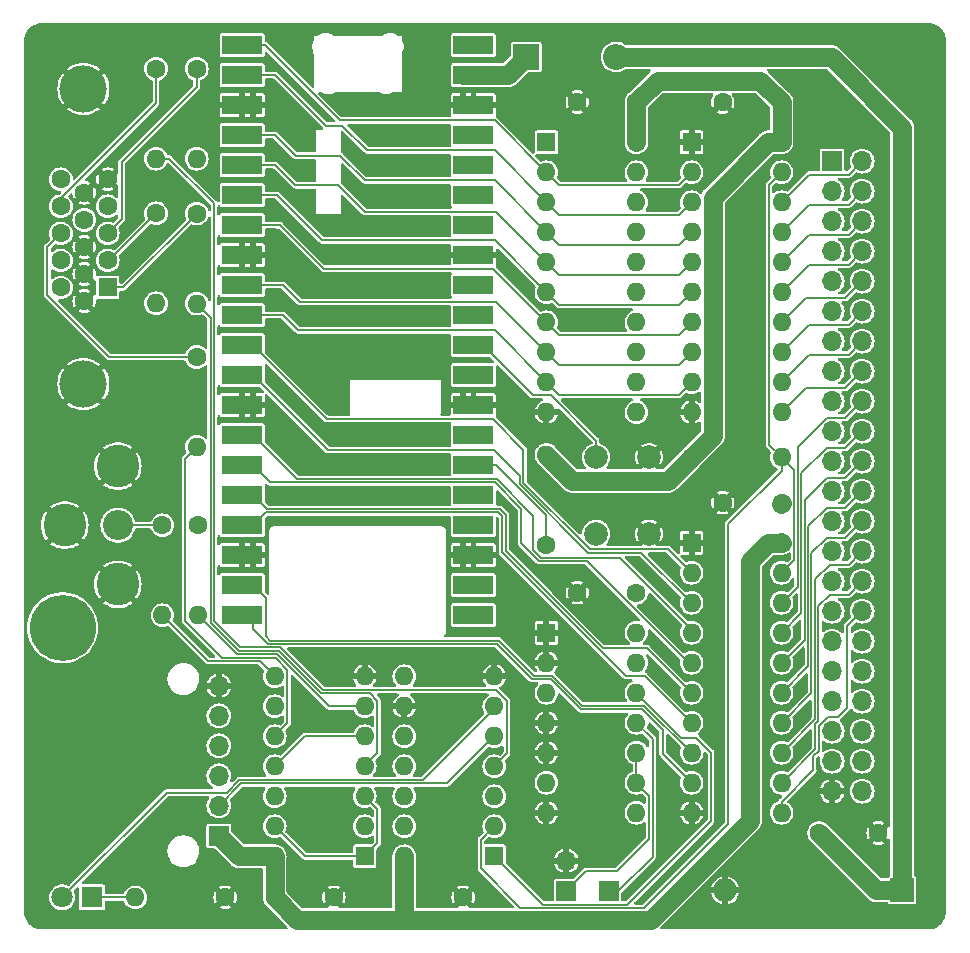
<source format=gbr>
%TF.GenerationSoftware,KiCad,Pcbnew,7.0.11*%
%TF.CreationDate,2025-07-10T10:55:18+02:00*%
%TF.ProjectId,kim-1-programmable-memory,6b696d2d-312d-4707-926f-6772616d6d61,rev?*%
%TF.SameCoordinates,Original*%
%TF.FileFunction,Copper,L1,Top*%
%TF.FilePolarity,Positive*%
%FSLAX46Y46*%
G04 Gerber Fmt 4.6, Leading zero omitted, Abs format (unit mm)*
G04 Created by KiCad (PCBNEW 7.0.11) date 2025-07-10 10:55:18*
%MOMM*%
%LPD*%
G01*
G04 APERTURE LIST*
%TA.AperFunction,ComponentPad*%
%ADD10R,1.800000X1.800000*%
%TD*%
%TA.AperFunction,ComponentPad*%
%ADD11C,1.800000*%
%TD*%
%TA.AperFunction,ComponentPad*%
%ADD12C,1.600000*%
%TD*%
%TA.AperFunction,ComponentPad*%
%ADD13O,1.600000X1.600000*%
%TD*%
%TA.AperFunction,ComponentPad*%
%ADD14R,1.700000X1.700000*%
%TD*%
%TA.AperFunction,ComponentPad*%
%ADD15O,1.700000X1.700000*%
%TD*%
%TA.AperFunction,SMDPad,CuDef*%
%ADD16R,3.400000X1.600000*%
%TD*%
%TA.AperFunction,ComponentPad*%
%ADD17R,1.600000X1.600000*%
%TD*%
%TA.AperFunction,ComponentPad*%
%ADD18C,2.550000*%
%TD*%
%TA.AperFunction,ComponentPad*%
%ADD19C,3.616000*%
%TD*%
%TA.AperFunction,ComponentPad*%
%ADD20C,5.600000*%
%TD*%
%TA.AperFunction,ComponentPad*%
%ADD21C,2.000000*%
%TD*%
%TA.AperFunction,ComponentPad*%
%ADD22C,4.000000*%
%TD*%
%TA.AperFunction,ComponentPad*%
%ADD23R,2.200000X2.200000*%
%TD*%
%TA.AperFunction,ComponentPad*%
%ADD24O,2.200000X2.200000*%
%TD*%
%TA.AperFunction,ComponentPad*%
%ADD25R,2.000000X2.000000*%
%TD*%
%TA.AperFunction,ComponentPad*%
%ADD26O,2.000000X2.000000*%
%TD*%
%TA.AperFunction,ViaPad*%
%ADD27C,0.600000*%
%TD*%
%TA.AperFunction,Conductor*%
%ADD28C,0.160000*%
%TD*%
%TA.AperFunction,Conductor*%
%ADD29C,1.600000*%
%TD*%
G04 APERTURE END LIST*
D10*
%TO.P,D1,1,K*%
%TO.N,Net-(D1-K)*%
X78050000Y-142250000D03*
D11*
%TO.P,D1,2,A*%
%TO.N,Net-(D1-A)*%
X75510000Y-142250000D03*
%TD*%
D12*
%TO.P,R1,1*%
%TO.N,GND*%
X89310000Y-142250000D03*
D13*
%TO.P,R1,2*%
%TO.N,Net-(D1-K)*%
X81690000Y-142250000D03*
%TD*%
D14*
%TO.P,J4,1,Pin_1*%
%TO.N,+3.3V*%
X88775000Y-137040000D03*
D15*
%TO.P,J4,2,Pin_2*%
%TO.N,/CSn*%
X88775000Y-134500000D03*
%TO.P,J4,3,Pin_3*%
%TO.N,/MOSI*%
X88775000Y-131960000D03*
%TO.P,J4,4,Pin_4*%
%TO.N,/SCK*%
X88775000Y-129420000D03*
%TO.P,J4,5,Pin_5*%
%TO.N,/MISO*%
X88775000Y-126880000D03*
%TO.P,J4,6,Pin_6*%
%TO.N,GND*%
X88775000Y-124340000D03*
%TD*%
D13*
%TO.P,U7,1,GPIO0*%
%TO.N,/AD0*%
X91650000Y-70090000D03*
D16*
X90750000Y-70090000D03*
D13*
%TO.P,U7,2,GPIO1*%
%TO.N,/AD1*%
X91650000Y-72630000D03*
D16*
X90750000Y-72630000D03*
D17*
%TO.P,U7,3,GND*%
%TO.N,GND*%
X91650000Y-75170000D03*
D16*
X90750000Y-75170000D03*
D13*
%TO.P,U7,4,GPIO2*%
%TO.N,/AD2*%
X91650000Y-77710000D03*
D16*
X90750000Y-77710000D03*
D13*
%TO.P,U7,5,GPIO3*%
%TO.N,/AD3*%
X91650000Y-80250000D03*
D16*
X90750000Y-80250000D03*
D13*
%TO.P,U7,6,GPIO4*%
%TO.N,/AD4*%
X91650000Y-82790000D03*
D16*
X90750000Y-82790000D03*
D13*
%TO.P,U7,7,GPIO5*%
%TO.N,/AD5*%
X91650000Y-85330000D03*
D16*
X90750000Y-85330000D03*
D17*
%TO.P,U7,8,GND*%
%TO.N,GND*%
X91650000Y-87870000D03*
D16*
X90750000Y-87870000D03*
D13*
%TO.P,U7,9,GPIO6*%
%TO.N,/AD6*%
X91650000Y-90410000D03*
D16*
X90750000Y-90410000D03*
D13*
%TO.P,U7,10,GPIO7*%
%TO.N,/AD7*%
X91650000Y-92950000D03*
D16*
X90750000Y-92950000D03*
D13*
%TO.P,U7,11,GPIO8*%
%TO.N,/A8*%
X91650000Y-95490000D03*
D16*
X90750000Y-95490000D03*
D13*
%TO.P,U7,12,GPIO9*%
%TO.N,/A9*%
X91650000Y-98030000D03*
D16*
X90750000Y-98030000D03*
D17*
%TO.P,U7,13,GND*%
%TO.N,GND*%
X91650000Y-100570000D03*
D16*
X90750000Y-100570000D03*
D13*
%TO.P,U7,14,GPIO10*%
%TO.N,/A10*%
X91650000Y-103110000D03*
D16*
X90750000Y-103110000D03*
D13*
%TO.P,U7,15,GPIO11*%
%TO.N,/A11*%
X91650000Y-105650000D03*
D16*
X90750000Y-105650000D03*
D13*
%TO.P,U7,16,GPIO12*%
%TO.N,/A12*%
X91650000Y-108190000D03*
D16*
X90750000Y-108190000D03*
D13*
%TO.P,U7,17,GPIO13*%
%TO.N,/A13*%
X91650000Y-110730000D03*
D16*
X90750000Y-110730000D03*
D17*
%TO.P,U7,18,GND*%
%TO.N,GND*%
X91650000Y-113270000D03*
D16*
X90750000Y-113270000D03*
D13*
%TO.P,U7,19,GPIO14*%
%TO.N,/A14*%
X91650000Y-115810000D03*
D16*
X90750000Y-115810000D03*
D13*
%TO.P,U7,20,GPIO15*%
%TO.N,/A15*%
X91650000Y-118350000D03*
D16*
X90750000Y-118350000D03*
D13*
%TO.P,U7,21,GPIO16*%
%TO.N,/MISO*%
X109430000Y-118350000D03*
D16*
X110330000Y-118350000D03*
D13*
%TO.P,U7,22,GPIO17*%
%TO.N,/CSn*%
X109430000Y-115810000D03*
D16*
X110330000Y-115810000D03*
D17*
%TO.P,U7,23,GND*%
%TO.N,GND*%
X109430000Y-113270000D03*
D16*
X110330000Y-113270000D03*
D13*
%TO.P,U7,24,GPIO18*%
%TO.N,/SCK*%
X109430000Y-110730000D03*
D16*
X110330000Y-110730000D03*
D13*
%TO.P,U7,25,GPIO19*%
%TO.N,/MOSI*%
X109430000Y-108190000D03*
D16*
X110330000Y-108190000D03*
D13*
%TO.P,U7,26,GPIO20*%
%TO.N,/~{CE}*%
X109430000Y-105650000D03*
D16*
X110330000Y-105650000D03*
D13*
%TO.P,U7,27,GPIO21*%
%TO.N,/R{slash}~{W}*%
X109430000Y-103110000D03*
D16*
X110330000Y-103110000D03*
D17*
%TO.P,U7,28,GND*%
%TO.N,GND*%
X109430000Y-100570000D03*
D16*
X110330000Y-100570000D03*
D13*
%TO.P,U7,29,GPIO22*%
%TO.N,/\u00D82*%
X109430000Y-98030000D03*
D16*
X110330000Y-98030000D03*
D13*
%TO.P,U7,30,RUN*%
%TO.N,Net-(U7-RUN)*%
X109430000Y-95490000D03*
D16*
X110330000Y-95490000D03*
D13*
%TO.P,U7,31,GPIO26_ADC0*%
%TO.N,/VSYNC*%
X109430000Y-92950000D03*
D16*
X110330000Y-92950000D03*
D13*
%TO.P,U7,32,GPIO27_ADC1*%
%TO.N,/HSYNC*%
X109430000Y-90410000D03*
D16*
X110330000Y-90410000D03*
D17*
%TO.P,U7,33,AGND*%
%TO.N,GND*%
X109430000Y-87870000D03*
D16*
X110330000Y-87870000D03*
D13*
%TO.P,U7,34,GPIO28_ADC2*%
%TO.N,/VIDEO*%
X109430000Y-85330000D03*
D16*
X110330000Y-85330000D03*
D13*
%TO.P,U7,35,ADC_VREF*%
%TO.N,unconnected-(U7-ADC_VREF-Pad35)*%
X109430000Y-82790000D03*
D16*
X110330000Y-82790000D03*
D13*
%TO.P,U7,36,3V3*%
%TO.N,+3.3V*%
X109430000Y-80250000D03*
D16*
X110330000Y-80250000D03*
D13*
%TO.P,U7,37,3V3_EN*%
%TO.N,unconnected-(U7-3V3_EN-Pad37)*%
X109430000Y-77710000D03*
D16*
X110330000Y-77710000D03*
D17*
%TO.P,U7,38,GND*%
%TO.N,GND*%
X109430000Y-75170000D03*
D16*
X110330000Y-75170000D03*
D13*
%TO.P,U7,39,VSYS*%
%TO.N,Net-(D2-K)*%
X109430000Y-72630000D03*
D16*
X110330000Y-72630000D03*
D13*
%TO.P,U7,40,VBUS*%
%TO.N,unconnected-(U7-VBUS-Pad40)*%
X109430000Y-70090000D03*
D16*
X110330000Y-70090000D03*
%TD*%
D12*
%TO.P,C3,1*%
%TO.N,GND*%
X119130000Y-74910000D03*
%TO.P,C3,2*%
%TO.N,+3.3V*%
X124130000Y-74910000D03*
%TD*%
D14*
%TO.P,J6,1,Pin_1*%
%TO.N,/~{DECEN}*%
X121790000Y-141700000D03*
%TD*%
D18*
%TO.P,J5,1,In*%
%TO.N,/COMPOSITE*%
X80230000Y-110730000D03*
D19*
%TO.P,J5,2,Ext*%
%TO.N,GND*%
X75730000Y-110730000D03*
X80230000Y-105730000D03*
X80230000Y-115730000D03*
%TD*%
D12*
%TO.P,R3,1*%
%TO.N,/~{CE}*%
X116510000Y-112400000D03*
D13*
%TO.P,R3,2*%
%TO.N,+3.3V*%
X116510000Y-104780000D03*
%TD*%
D17*
%TO.P,U5,1*%
%TO.N,/~{CE}*%
X112090000Y-138760000D03*
D13*
%TO.P,U5,2*%
%TO.N,Net-(U1-CE)*%
X112090000Y-136220000D03*
%TO.P,U5,3*%
%TO.N,/VSYNC*%
X112090000Y-133680000D03*
%TO.P,U5,4*%
%TO.N,Net-(R10-Pad2)*%
X112090000Y-131140000D03*
%TO.P,U5,5*%
%TO.N,/CSn*%
X112090000Y-128600000D03*
%TO.P,U5,6*%
%TO.N,Net-(D1-A)*%
X112090000Y-126060000D03*
%TO.P,U5,7,GND*%
%TO.N,GND*%
X112090000Y-123520000D03*
%TO.P,U5,8*%
%TO.N,unconnected-(U5-Pad8)*%
X104470000Y-123520000D03*
%TO.P,U5,9*%
%TO.N,GND*%
X104470000Y-126060000D03*
%TO.P,U5,10*%
%TO.N,/\u00D82*%
X104470000Y-128600000D03*
%TO.P,U5,11*%
%TO.N,/~{\u00D82}*%
X104470000Y-131140000D03*
%TO.P,U5,12*%
%TO.N,/R{slash}~{W}*%
X104470000Y-133680000D03*
%TO.P,U5,13*%
%TO.N,/~{R}{slash}W*%
X104470000Y-136220000D03*
%TO.P,U5,14,VCC*%
%TO.N,+3.3V*%
X104470000Y-138760000D03*
%TD*%
D12*
%TO.P,C6,1*%
%TO.N,GND*%
X98500000Y-142250000D03*
%TO.P,C6,2*%
%TO.N,+3.3V*%
X93500000Y-142250000D03*
%TD*%
%TO.P,C5,1*%
%TO.N,GND*%
X109470000Y-142250000D03*
%TO.P,C5,2*%
%TO.N,+3.3V*%
X104470000Y-142250000D03*
%TD*%
D20*
%TO.P,REF\u002A\u002A,1*%
%TO.N,N/C*%
X75540000Y-119410000D03*
%TD*%
D12*
%TO.P,C4,1*%
%TO.N,GND*%
X119130000Y-116440000D03*
%TO.P,C4,2*%
%TO.N,+5V*%
X124130000Y-116440000D03*
%TD*%
D21*
%TO.P,SW1,1,1*%
%TO.N,Net-(U7-RUN)*%
X120710000Y-111480000D03*
X120710000Y-104980000D03*
%TO.P,SW1,2,2*%
%TO.N,GND*%
X125210000Y-111480000D03*
X125210000Y-104980000D03*
%TD*%
D12*
%TO.P,R10,1*%
%TO.N,Net-(J3-P14)*%
X83460000Y-72080000D03*
D13*
%TO.P,R10,2*%
%TO.N,Net-(R10-Pad2)*%
X83460000Y-79700000D03*
%TD*%
D17*
%TO.P,U2,1,A->B*%
%TO.N,GND*%
X128800000Y-112220000D03*
D13*
%TO.P,U2,2,A0*%
%TO.N,/A8*%
X128800000Y-114760000D03*
%TO.P,U2,3,A1*%
%TO.N,/A9*%
X128800000Y-117300000D03*
%TO.P,U2,4,A2*%
%TO.N,/A10*%
X128800000Y-119840000D03*
%TO.P,U2,5,A3*%
%TO.N,/A11*%
X128800000Y-122380000D03*
%TO.P,U2,6,A4*%
%TO.N,/A12*%
X128800000Y-124920000D03*
%TO.P,U2,7,A5*%
%TO.N,/A13*%
X128800000Y-127460000D03*
%TO.P,U2,8,A6*%
%TO.N,/A14*%
X128800000Y-130000000D03*
%TO.P,U2,9,A7*%
%TO.N,/A15*%
X128800000Y-132540000D03*
%TO.P,U2,10,GND*%
%TO.N,GND*%
X128800000Y-135080000D03*
%TO.P,U2,11,B7*%
%TO.N,/AB15*%
X136420000Y-135080000D03*
%TO.P,U2,12,B6*%
%TO.N,/AB14*%
X136420000Y-132540000D03*
%TO.P,U2,13,B5*%
%TO.N,/AB13*%
X136420000Y-130000000D03*
%TO.P,U2,14,B4*%
%TO.N,/AB12*%
X136420000Y-127460000D03*
%TO.P,U2,15,B3*%
%TO.N,/AB11*%
X136420000Y-124920000D03*
%TO.P,U2,16,B2*%
%TO.N,/AB10*%
X136420000Y-122380000D03*
%TO.P,U2,17,B1*%
%TO.N,/AB9*%
X136420000Y-119840000D03*
%TO.P,U2,18,B0*%
%TO.N,/AB8*%
X136420000Y-117300000D03*
%TO.P,U2,19,CE*%
%TO.N,Net-(U1-CE)*%
X136420000Y-114760000D03*
%TO.P,U2,20,VCC*%
%TO.N,+3.3V*%
X136420000Y-112220000D03*
%TD*%
D12*
%TO.P,C2,1*%
%TO.N,GND*%
X131420000Y-108820000D03*
%TO.P,C2,2*%
%TO.N,+3.3V*%
X136420000Y-108820000D03*
%TD*%
D22*
%TO.P,J3,0,PAD*%
%TO.N,GND*%
X77310000Y-73790000D03*
X77310000Y-98790000D03*
D17*
%TO.P,J3,1,1*%
%TO.N,/RED*%
X79360000Y-90605000D03*
D12*
%TO.P,J3,2,2*%
%TO.N,/GREEN*%
X79360000Y-88315000D03*
%TO.P,J3,3,3*%
%TO.N,/BLUE*%
X79360000Y-86025000D03*
%TO.P,J3,4,4*%
%TO.N,unconnected-(J3-Pad4)*%
X79360000Y-83735000D03*
%TO.P,J3,5,5*%
%TO.N,GND*%
X79360000Y-81445000D03*
%TO.P,J3,6,6*%
X77380000Y-91750000D03*
%TO.P,J3,7,7*%
X77380000Y-89460000D03*
%TO.P,J3,8,8*%
X77380000Y-87170000D03*
%TO.P,J3,9,P9*%
%TO.N,unconnected-(J3-P9-Pad9)*%
X77380000Y-84880000D03*
%TO.P,J3,10,P10*%
%TO.N,GND*%
X77380000Y-82590000D03*
%TO.P,J3,11,P111*%
%TO.N,unconnected-(J3-P111-Pad11)*%
X75400000Y-90605000D03*
%TO.P,J3,12,P12*%
%TO.N,unconnected-(J3-P12-Pad12)*%
X75400000Y-88315000D03*
%TO.P,J3,13,P13*%
%TO.N,Net-(J3-P13)*%
X75400000Y-86025000D03*
%TO.P,J3,14,P14*%
%TO.N,Net-(J3-P14)*%
X75400000Y-83735000D03*
%TO.P,J3,15,P15*%
%TO.N,unconnected-(J3-P15-Pad15)*%
X75400000Y-81445000D03*
%TD*%
D17*
%TO.P,U6,1*%
%TO.N,/VIDEO*%
X101120000Y-138760000D03*
D13*
%TO.P,U6,2*%
%TO.N,Net-(R7-Pad2)*%
X101120000Y-136220000D03*
%TO.P,U6,3*%
%TO.N,/VIDEO*%
X101120000Y-133680000D03*
%TO.P,U6,4*%
%TO.N,Net-(R6-Pad2)*%
X101120000Y-131140000D03*
%TO.P,U6,5*%
%TO.N,/HSYNC*%
X101120000Y-128600000D03*
%TO.P,U6,6*%
%TO.N,Net-(R5-Pad2)*%
X101120000Y-126060000D03*
%TO.P,U6,7,GND*%
%TO.N,GND*%
X101120000Y-123520000D03*
%TO.P,U6,8*%
%TO.N,Net-(R4-Pad2)*%
X93500000Y-123520000D03*
%TO.P,U6,9*%
%TO.N,/VIDEO*%
X93500000Y-126060000D03*
%TO.P,U6,10*%
%TO.N,Net-(R9-Pad2)*%
X93500000Y-128600000D03*
%TO.P,U6,11*%
%TO.N,/HSYNC*%
X93500000Y-131140000D03*
%TO.P,U6,12*%
%TO.N,Net-(R8-Pad2)*%
X93500000Y-133680000D03*
%TO.P,U6,13*%
%TO.N,/VIDEO*%
X93500000Y-136220000D03*
%TO.P,U6,14,VCC*%
%TO.N,+3.3V*%
X93500000Y-138760000D03*
%TD*%
D12*
%TO.P,C7,1*%
%TO.N,+5V*%
X139600000Y-136800000D03*
%TO.P,C7,2*%
%TO.N,GND*%
X144600000Y-136800000D03*
%TD*%
D17*
%TO.P,U1,1,A->B*%
%TO.N,GND*%
X128800000Y-78310000D03*
D13*
%TO.P,U1,2,A0*%
%TO.N,/AD0*%
X128800000Y-80850000D03*
%TO.P,U1,3,A1*%
%TO.N,/AD1*%
X128800000Y-83390000D03*
%TO.P,U1,4,A2*%
%TO.N,/AD2*%
X128800000Y-85930000D03*
%TO.P,U1,5,A3*%
%TO.N,/AD3*%
X128800000Y-88470000D03*
%TO.P,U1,6,A4*%
%TO.N,/AD4*%
X128800000Y-91010000D03*
%TO.P,U1,7,A5*%
%TO.N,/AD5*%
X128800000Y-93550000D03*
%TO.P,U1,8,A6*%
%TO.N,/AD6*%
X128800000Y-96090000D03*
%TO.P,U1,9,A7*%
%TO.N,/AD7*%
X128800000Y-98630000D03*
%TO.P,U1,10,GND*%
%TO.N,GND*%
X128800000Y-101170000D03*
%TO.P,U1,11,B7*%
%TO.N,/AB7*%
X136420000Y-101170000D03*
%TO.P,U1,12,B6*%
%TO.N,/AB6*%
X136420000Y-98630000D03*
%TO.P,U1,13,B5*%
%TO.N,/AB5*%
X136420000Y-96090000D03*
%TO.P,U1,14,B4*%
%TO.N,/AB4*%
X136420000Y-93550000D03*
%TO.P,U1,15,B3*%
%TO.N,/AB3*%
X136420000Y-91010000D03*
%TO.P,U1,16,B2*%
%TO.N,/AB2*%
X136420000Y-88470000D03*
%TO.P,U1,17,B1*%
%TO.N,/AB1*%
X136420000Y-85930000D03*
%TO.P,U1,18,B0*%
%TO.N,/AB0*%
X136420000Y-83390000D03*
%TO.P,U1,19,CE*%
%TO.N,Net-(U1-CE)*%
X136420000Y-80850000D03*
%TO.P,U1,20,VCC*%
%TO.N,+3.3V*%
X136420000Y-78310000D03*
%TD*%
D17*
%TO.P,U3,1,A->B*%
%TO.N,/R{slash}~{W}*%
X116510000Y-78310000D03*
D13*
%TO.P,U3,2,A0*%
%TO.N,/AD0*%
X116510000Y-80850000D03*
%TO.P,U3,3,A1*%
%TO.N,/AD1*%
X116510000Y-83390000D03*
%TO.P,U3,4,A2*%
%TO.N,/AD2*%
X116510000Y-85930000D03*
%TO.P,U3,5,A3*%
%TO.N,/AD3*%
X116510000Y-88470000D03*
%TO.P,U3,6,A4*%
%TO.N,/AD4*%
X116510000Y-91010000D03*
%TO.P,U3,7,A5*%
%TO.N,/AD5*%
X116510000Y-93550000D03*
%TO.P,U3,8,A6*%
%TO.N,/AD6*%
X116510000Y-96090000D03*
%TO.P,U3,9,A7*%
%TO.N,/AD7*%
X116510000Y-98630000D03*
%TO.P,U3,10,GND*%
%TO.N,GND*%
X116510000Y-101170000D03*
%TO.P,U3,11,B7*%
%TO.N,/DB7*%
X124130000Y-101170000D03*
%TO.P,U3,12,B6*%
%TO.N,/DB6*%
X124130000Y-98630000D03*
%TO.P,U3,13,B5*%
%TO.N,/DB5*%
X124130000Y-96090000D03*
%TO.P,U3,14,B4*%
%TO.N,/DB4*%
X124130000Y-93550000D03*
%TO.P,U3,15,B3*%
%TO.N,/DB3*%
X124130000Y-91010000D03*
%TO.P,U3,16,B2*%
%TO.N,/DB2*%
X124130000Y-88470000D03*
%TO.P,U3,17,B1*%
%TO.N,/DB1*%
X124130000Y-85930000D03*
%TO.P,U3,18,B0*%
%TO.N,/DB0*%
X124130000Y-83390000D03*
%TO.P,U3,19,CE*%
%TO.N,/~{CE}*%
X124130000Y-80850000D03*
%TO.P,U3,20,VCC*%
%TO.N,+3.3V*%
X124130000Y-78310000D03*
%TD*%
D12*
%TO.P,C1,1*%
%TO.N,GND*%
X131420000Y-74910000D03*
%TO.P,C1,2*%
%TO.N,+3.3V*%
X136420000Y-74910000D03*
%TD*%
D14*
%TO.P,J2,1,Pin_1*%
%TO.N,Ext-~{DECEN}*%
X118190000Y-141700000D03*
D15*
%TO.P,J2,2,Pin_2*%
%TO.N,GND*%
X118190000Y-139160000D03*
%TD*%
D12*
%TO.P,R8,1*%
%TO.N,/BLUE*%
X86900000Y-72080000D03*
D13*
%TO.P,R8,2*%
%TO.N,Net-(R8-Pad2)*%
X86900000Y-79700000D03*
%TD*%
D23*
%TO.P,D2,1,K*%
%TO.N,Net-(D2-K)*%
X114800000Y-71090000D03*
D24*
%TO.P,D2,2,A*%
%TO.N,+5V*%
X122420000Y-71090000D03*
%TD*%
D12*
%TO.P,R4,1*%
%TO.N,/COMPOSITE*%
X84000000Y-110730000D03*
D13*
%TO.P,R4,2*%
%TO.N,Net-(R4-Pad2)*%
X84000000Y-118350000D03*
%TD*%
D12*
%TO.P,R7,1*%
%TO.N,/GREEN*%
X83460000Y-84330000D03*
D13*
%TO.P,R7,2*%
%TO.N,Net-(R7-Pad2)*%
X83460000Y-91950000D03*
%TD*%
D12*
%TO.P,R2,1*%
%TO.N,+3.3V*%
X128800000Y-104980000D03*
D13*
%TO.P,R2,2*%
%TO.N,Net-(U1-CE)*%
X136420000Y-104980000D03*
%TD*%
D14*
%TO.P,J1,1,SYNC*%
%TO.N,unconnected-(J1-SYNC-Pad1)*%
X140690000Y-79910000D03*
D15*
%TO.P,J1,2,~{RDY}*%
%TO.N,unconnected-(J1-~{RDY}-Pad2)*%
X140690000Y-82450000D03*
%TO.P,J1,3,\u00D81*%
%TO.N,unconnected-(J1-\u00D81-Pad3)*%
X140690000Y-84990000D03*
%TO.P,J1,4,~{IRQ}*%
%TO.N,unconnected-(J1-~{IRQ}-Pad4)*%
X140690000Y-87530000D03*
%TO.P,J1,5,R0*%
%TO.N,unconnected-(J1-R0-Pad5)*%
X140690000Y-90070000D03*
%TO.P,J1,6,~{NMI}*%
%TO.N,unconnected-(J1-~{NMI}-Pad6)*%
X140690000Y-92610000D03*
%TO.P,J1,7,~{RES}*%
%TO.N,unconnected-(J1-~{RES}-Pad7)*%
X140690000Y-95150000D03*
%TO.P,J1,8,D7*%
%TO.N,/DB7*%
X140690000Y-97690000D03*
%TO.P,J1,9,D6*%
%TO.N,/DB6*%
X140690000Y-100230000D03*
%TO.P,J1,10,D5*%
%TO.N,/DB5*%
X140690000Y-102770000D03*
%TO.P,J1,11,D4*%
%TO.N,/DB4*%
X140690000Y-105310000D03*
%TO.P,J1,12,D3*%
%TO.N,/DB3*%
X140690000Y-107850000D03*
%TO.P,J1,13,D2*%
%TO.N,/DB2*%
X140690000Y-110390000D03*
%TO.P,J1,14,D1*%
%TO.N,/DB1*%
X140690000Y-112930000D03*
%TO.P,J1,15,D0*%
%TO.N,/DB0*%
X140690000Y-115470000D03*
%TO.P,J1,16,K6*%
%TO.N,unconnected-(J1-K6-Pad16)*%
X140690000Y-118010000D03*
%TO.P,J1,17,SST*%
%TO.N,unconnected-(J1-SST-Pad17)*%
X140690000Y-120550000D03*
%TO.P,J1,18,N.C.*%
%TO.N,unconnected-(J1-N.C.-Pad18)*%
X140690000Y-123090000D03*
%TO.P,J1,19,N.C.*%
%TO.N,unconnected-(J1-N.C.-Pad19)*%
X140690000Y-125630000D03*
%TO.P,J1,20,N.C.*%
%TO.N,unconnected-(J1-N.C.-Pad20)*%
X140690000Y-128170000D03*
%TO.P,J1,21,+5V*%
%TO.N,+5V*%
X140690000Y-130710000D03*
%TO.P,J1,22,GND*%
%TO.N,GND*%
X140690000Y-133250000D03*
%TO.P,J1,A,A0*%
%TO.N,/AB0*%
X143230000Y-79910000D03*
%TO.P,J1,B,A1*%
%TO.N,/AB1*%
X143230000Y-82450000D03*
%TO.P,J1,C,A2*%
%TO.N,/AB2*%
X143230000Y-84990000D03*
%TO.P,J1,D,A3*%
%TO.N,/AB3*%
X143230000Y-87530000D03*
%TO.P,J1,E,A4*%
%TO.N,/AB4*%
X143230000Y-90070000D03*
%TO.P,J1,F,A5*%
%TO.N,/AB5*%
X143230000Y-92610000D03*
%TO.P,J1,H,A6*%
%TO.N,/AB6*%
X143230000Y-95150000D03*
%TO.P,J1,J,A7*%
%TO.N,/AB7*%
X143230000Y-97690000D03*
%TO.P,J1,K,A8*%
%TO.N,/AB8*%
X143230000Y-100230000D03*
%TO.P,J1,L,A9*%
%TO.N,/AB9*%
X143230000Y-102770000D03*
%TO.P,J1,M,A10*%
%TO.N,/AB10*%
X143230000Y-105310000D03*
%TO.P,J1,N,A11*%
%TO.N,/AB11*%
X143230000Y-107850000D03*
%TO.P,J1,P,A12*%
%TO.N,/AB12*%
X143230000Y-110390000D03*
%TO.P,J1,R,A13*%
%TO.N,/AB13*%
X143230000Y-112930000D03*
%TO.P,J1,S,A14*%
%TO.N,/AB14*%
X143230000Y-115470000D03*
%TO.P,J1,T,A15*%
%TO.N,/AB15*%
X143230000Y-118010000D03*
%TO.P,J1,U,\u00D82*%
%TO.N,unconnected-(J1-\u00D82-PadU)*%
X143230000Y-120550000D03*
%TO.P,J1,V,R/~{W}*%
%TO.N,unconnected-(J1-R{slash}~{W}-PadV)*%
X143230000Y-123090000D03*
%TO.P,J1,W,~{R}/W*%
%TO.N,/~{R}{slash}W*%
X143230000Y-125630000D03*
%TO.P,J1,X,PLL*%
%TO.N,unconnected-(J1-PLL-PadX)*%
X143230000Y-128170000D03*
%TO.P,J1,Y,~{\u00D82}*%
%TO.N,/~{\u00D82}*%
X143230000Y-130710000D03*
%TO.P,J1,Z,RAMRW*%
%TO.N,unconnected-(J1-RAMRW-PadZ)*%
X143230000Y-133250000D03*
%TD*%
D17*
%TO.P,U4,1*%
%TO.N,GND*%
X116510000Y-119840000D03*
D13*
%TO.P,U4,2*%
X116510000Y-122380000D03*
%TO.P,U4,3*%
%TO.N,unconnected-(U4-Pad3)*%
X116510000Y-124920000D03*
%TO.P,U4,4*%
%TO.N,GND*%
X116510000Y-127460000D03*
%TO.P,U4,5*%
X116510000Y-130000000D03*
%TO.P,U4,6*%
%TO.N,unconnected-(U4-Pad6)*%
X116510000Y-132540000D03*
%TO.P,U4,7,GND*%
%TO.N,GND*%
X116510000Y-135080000D03*
%TO.P,U4,8*%
%TO.N,Net-(U4-Pad13)*%
X124130000Y-135080000D03*
%TO.P,U4,9*%
%TO.N,Ext-~{DECEN}*%
X124130000Y-132540000D03*
%TO.P,U4,10*%
X124130000Y-130000000D03*
%TO.P,U4,11*%
%TO.N,/~{DECEN}*%
X124130000Y-127460000D03*
%TO.P,U4,12*%
%TO.N,/~{CE}*%
X124130000Y-124920000D03*
%TO.P,U4,13*%
%TO.N,Net-(U4-Pad13)*%
X124130000Y-122380000D03*
%TO.P,U4,14,VCC*%
%TO.N,+5V*%
X124130000Y-119840000D03*
%TD*%
D25*
%TO.P,C8,1*%
%TO.N,+5V*%
X146640000Y-141640000D03*
D26*
%TO.P,C8,2*%
%TO.N,GND*%
X131640000Y-141640000D03*
%TD*%
D12*
%TO.P,R5,1*%
%TO.N,/COMPOSITE*%
X87000000Y-110730000D03*
D13*
%TO.P,R5,2*%
%TO.N,Net-(R5-Pad2)*%
X87000000Y-118350000D03*
%TD*%
D12*
%TO.P,R6,1*%
%TO.N,/RED*%
X86900000Y-84350000D03*
D13*
%TO.P,R6,2*%
%TO.N,Net-(R6-Pad2)*%
X86900000Y-91970000D03*
%TD*%
D12*
%TO.P,R9,1*%
%TO.N,Net-(J3-P13)*%
X86900000Y-96490000D03*
D13*
%TO.P,R9,2*%
%TO.N,Net-(R9-Pad2)*%
X86900000Y-104110000D03*
%TD*%
D27*
%TO.N,GND*%
X101130000Y-77710000D03*
X106210000Y-77710000D03*
X101130000Y-80250000D03*
X106210000Y-80250000D03*
X106210000Y-82790000D03*
X101130000Y-82790000D03*
X106210000Y-85330000D03*
X101130000Y-85330000D03*
X106210000Y-87870000D03*
X101130000Y-87870000D03*
X96050000Y-92950000D03*
X106210000Y-92950000D03*
X96050000Y-90410000D03*
X101130000Y-90410000D03*
X106210000Y-103110000D03*
X101130000Y-103110000D03*
X101130000Y-108190000D03*
X106210000Y-108190000D03*
X96050000Y-108190000D03*
X131170000Y-120480000D03*
X149200000Y-95090000D03*
X149200000Y-84930000D03*
X131170000Y-130640000D03*
X149200000Y-140810000D03*
X149200000Y-69690000D03*
X96050000Y-105650000D03*
X80230000Y-131010000D03*
X149200000Y-90010000D03*
X149200000Y-115410000D03*
X149200000Y-120490000D03*
X85310000Y-131010000D03*
X149200000Y-100170000D03*
X80230000Y-125930000D03*
X144120000Y-69690000D03*
X149200000Y-74770000D03*
X75150000Y-131010000D03*
X118720000Y-69690000D03*
X85310000Y-125930000D03*
X149200000Y-105250000D03*
X101130000Y-96320000D03*
X149200000Y-79850000D03*
X106210000Y-105650000D03*
X106210000Y-96320000D03*
X133960000Y-69690000D03*
X85310000Y-136090000D03*
X131170000Y-125560000D03*
X149200000Y-110330000D03*
X149200000Y-130650000D03*
X139040000Y-69690000D03*
X139040000Y-74770000D03*
X101130000Y-105650000D03*
X128880000Y-69690000D03*
X149200000Y-135730000D03*
X149200000Y-125570000D03*
X75150000Y-136090000D03*
X123800000Y-69690000D03*
X80230000Y-136090000D03*
X131170000Y-115400000D03*
X75150000Y-125930000D03*
X131170000Y-135720000D03*
X96050000Y-96320000D03*
%TD*%
D28*
%TO.N,/A9*%
X112074000Y-104380000D02*
X98000000Y-104380000D01*
X114260000Y-106566000D02*
X112074000Y-104380000D01*
X120060926Y-113047000D02*
X114260000Y-107246074D01*
X124547000Y-113047000D02*
X120060926Y-113047000D01*
X98000000Y-104380000D02*
X91650000Y-98030000D01*
X128800000Y-117300000D02*
X124547000Y-113047000D01*
X114260000Y-107246074D02*
X114260000Y-106566000D01*
%TO.N,/A13*%
X112440000Y-109650000D02*
X92730000Y-109650000D01*
X112760000Y-113030000D02*
X112760000Y-109970000D01*
X92730000Y-109650000D02*
X91650000Y-110730000D01*
X123210000Y-123480000D02*
X112760000Y-113030000D01*
X124820000Y-123480000D02*
X123210000Y-123480000D01*
X128800000Y-127460000D02*
X124820000Y-123480000D01*
X112760000Y-109970000D02*
X112440000Y-109650000D01*
%TO.N,/A12*%
X125040000Y-121160000D02*
X128800000Y-124920000D01*
X121300000Y-121160000D02*
X125040000Y-121160000D01*
X112563000Y-109363000D02*
X113080000Y-109880000D01*
X113080000Y-112940000D02*
X121300000Y-121160000D01*
X92823000Y-109363000D02*
X112563000Y-109363000D01*
X113080000Y-109880000D02*
X113080000Y-112940000D01*
X91650000Y-108190000D02*
X92823000Y-109363000D01*
%TO.N,/A11*%
X93110000Y-107110000D02*
X91650000Y-105650000D01*
X114387000Y-109333000D02*
X112164000Y-107110000D01*
X114387000Y-112277000D02*
X114387000Y-109333000D01*
X115877000Y-113767000D02*
X114387000Y-112277000D01*
X119929649Y-113767000D02*
X115877000Y-113767000D01*
X128542649Y-122380000D02*
X119929649Y-113767000D01*
X128800000Y-122380000D02*
X128542649Y-122380000D01*
%TO.N,/A10*%
X95363000Y-106823000D02*
X91650000Y-103110000D01*
X115390000Y-112860000D02*
X115390000Y-109930121D01*
X115390000Y-109930121D02*
X112282879Y-106823000D01*
X122697351Y-113480000D02*
X116010000Y-113480000D01*
X128800000Y-119582649D02*
X122697351Y-113480000D01*
X116010000Y-113480000D02*
X115390000Y-112860000D01*
%TO.N,/A11*%
X112164000Y-107110000D02*
X93110000Y-107110000D01*
%TO.N,/A10*%
X112282879Y-106823000D02*
X95363000Y-106823000D01*
X128800000Y-119840000D02*
X128800000Y-119582649D01*
%TO.N,/~{CE}*%
X116510000Y-109910000D02*
X112250000Y-105650000D01*
X116510000Y-112400000D02*
X116510000Y-109910000D01*
X112250000Y-105650000D02*
X109430000Y-105650000D01*
%TO.N,Net-(U7-RUN)*%
X115350000Y-99710000D02*
X111130000Y-95490000D01*
X111130000Y-95490000D02*
X109430000Y-95490000D01*
X116854213Y-99710000D02*
X115350000Y-99710000D01*
X120710000Y-103565787D02*
X116854213Y-99710000D01*
X120710000Y-104980000D02*
X120710000Y-103565787D01*
%TO.N,/A14*%
X92730000Y-116890000D02*
X91650000Y-115810000D01*
X93080000Y-120500000D02*
X92730000Y-120150000D01*
X116983230Y-123460000D02*
X115420000Y-123460000D01*
X92730000Y-120150000D02*
X92730000Y-116890000D01*
X119523231Y-126000000D02*
X116983230Y-123460000D01*
X124800000Y-126000000D02*
X119523231Y-126000000D01*
X112460000Y-120500000D02*
X93080000Y-120500000D01*
X128800000Y-130000000D02*
X124800000Y-126000000D01*
X115420000Y-123460000D02*
X112460000Y-120500000D01*
%TO.N,/A15*%
X91650000Y-119481370D02*
X91650000Y-118350000D01*
X92958630Y-120790000D02*
X91650000Y-119481370D01*
X116864351Y-123747000D02*
X115297000Y-123747000D01*
X112340000Y-120790000D02*
X92958630Y-120790000D01*
X124600000Y-126320000D02*
X119437351Y-126320000D01*
X115297000Y-123747000D02*
X112340000Y-120790000D01*
X126360000Y-128080000D02*
X124600000Y-126320000D01*
X119437351Y-126320000D02*
X116864351Y-123747000D01*
X128800000Y-132540000D02*
X126360000Y-130100000D01*
X126360000Y-130100000D02*
X126360000Y-128080000D01*
%TO.N,Net-(R10-Pad2)*%
X84591370Y-79700000D02*
X83460000Y-79700000D01*
X88367000Y-83475630D02*
X84591370Y-79700000D01*
X112250351Y-124693000D02*
X97590637Y-124693000D01*
X97590637Y-124693000D02*
X93977637Y-121080000D01*
X113170000Y-125612649D02*
X112250351Y-124693000D01*
X113170000Y-130060000D02*
X113170000Y-125612649D01*
X88367000Y-118881000D02*
X88367000Y-83475630D01*
X112090000Y-131140000D02*
X113170000Y-130060000D01*
X93977637Y-121080000D02*
X90566000Y-121080000D01*
X90566000Y-121080000D02*
X88367000Y-118881000D01*
%TO.N,Net-(R6-Pad2)*%
X88080000Y-93150000D02*
X86900000Y-91970000D01*
X88080000Y-118999879D02*
X88080000Y-93150000D01*
X90450120Y-121370000D02*
X88080000Y-118999879D01*
X93831758Y-121370000D02*
X90450120Y-121370000D01*
X97441758Y-124980000D02*
X93831758Y-121370000D01*
X101567351Y-124980000D02*
X97441758Y-124980000D01*
X102200000Y-125612649D02*
X101567351Y-124980000D01*
X101120000Y-131140000D02*
X102200000Y-130060000D01*
X102200000Y-130060000D02*
X102200000Y-125612649D01*
%TO.N,Net-(R5-Pad2)*%
X93710000Y-121660000D02*
X90310000Y-121660000D01*
X90310000Y-121660000D02*
X87000000Y-118350000D01*
X98110000Y-126060000D02*
X93710000Y-121660000D01*
X101120000Y-126060000D02*
X98110000Y-126060000D01*
%TO.N,Net-(R9-Pad2)*%
X85920000Y-118830000D02*
X85920000Y-105090000D01*
X89040000Y-121950000D02*
X85920000Y-118830000D01*
X94580000Y-122950000D02*
X93580000Y-121950000D01*
X93580000Y-121950000D02*
X89040000Y-121950000D01*
X94580000Y-127520000D02*
X94580000Y-122950000D01*
X85920000Y-105090000D02*
X86900000Y-104110000D01*
X93500000Y-128600000D02*
X94580000Y-127520000D01*
D29*
%TO.N,+5V*%
X122420000Y-71090000D02*
X140650000Y-71090000D01*
X146640000Y-141640000D02*
X144440000Y-141640000D01*
X144440000Y-141640000D02*
X139600000Y-136800000D01*
X140650000Y-71090000D02*
X146640000Y-77080000D01*
X146640000Y-77080000D02*
X146640000Y-141640000D01*
%TO.N,Net-(D2-K)*%
X113260000Y-72630000D02*
X114800000Y-71090000D01*
X109430000Y-72630000D02*
X113260000Y-72630000D01*
D28*
%TO.N,/A8*%
X97890000Y-101730000D02*
X91650000Y-95490000D01*
X114560000Y-104326000D02*
X111964000Y-101730000D01*
X111964000Y-101730000D02*
X97890000Y-101730000D01*
X126800000Y-112760000D02*
X120179806Y-112760000D01*
X114560000Y-107140194D02*
X114560000Y-104326000D01*
X128800000Y-114760000D02*
X126800000Y-112760000D01*
X120179806Y-112760000D02*
X114560000Y-107140194D01*
%TO.N,/~{CE}*%
X116180000Y-142850000D02*
X123370000Y-142850000D01*
X112090000Y-138760000D02*
X116180000Y-142850000D01*
X127940000Y-128730000D02*
X124130000Y-124920000D01*
X123370000Y-142850000D02*
X130450000Y-135770000D01*
X130450000Y-135770000D02*
X130450000Y-129990000D01*
X129190000Y-128730000D02*
X127940000Y-128730000D01*
X130450000Y-129990000D02*
X129190000Y-128730000D01*
%TO.N,/RED*%
X80645000Y-90605000D02*
X86900000Y-84350000D01*
X79460000Y-90605000D02*
X80645000Y-90605000D01*
D29*
%TO.N,+3.3V*%
X128800000Y-104980000D02*
X126800000Y-106980000D01*
X124130000Y-74910000D02*
X124130000Y-78310000D01*
X104470000Y-142250000D02*
X104470000Y-138760000D01*
X104470000Y-144150000D02*
X125338478Y-144150000D01*
X126800000Y-106980000D02*
X118710000Y-106980000D01*
X130600000Y-103180000D02*
X128800000Y-104980000D01*
X104470000Y-142250000D02*
X104470000Y-144150000D01*
X136420000Y-108820000D02*
X136333000Y-108907000D01*
X136420000Y-78310000D02*
X135288630Y-78310000D01*
X130600000Y-82998630D02*
X130600000Y-103180000D01*
X93500000Y-142250000D02*
X93500000Y-138760000D01*
X125930000Y-73110000D02*
X134620000Y-73110000D01*
X118710000Y-106980000D02*
X116510000Y-104780000D01*
X136420000Y-74910000D02*
X136420000Y-78310000D01*
X93500000Y-138760000D02*
X90495000Y-138760000D01*
X125338478Y-144150000D02*
X133730000Y-135758478D01*
X136333000Y-112133000D02*
X136420000Y-112220000D01*
X135288630Y-112220000D02*
X136420000Y-112220000D01*
X124130000Y-74910000D02*
X125930000Y-73110000D01*
X135288630Y-78310000D02*
X130600000Y-82998630D01*
X93500000Y-142250000D02*
X95400000Y-144150000D01*
X90495000Y-138760000D02*
X88775000Y-137040000D01*
X133730000Y-135758478D02*
X133730000Y-113778630D01*
X134620000Y-73110000D02*
X136420000Y-74910000D01*
X133730000Y-113778630D02*
X135288630Y-112220000D01*
X95400000Y-144150000D02*
X104470000Y-144150000D01*
D28*
%TO.N,/AB0*%
X136420000Y-83390000D02*
X138770000Y-81040000D01*
X138770000Y-81040000D02*
X142100000Y-81040000D01*
X142100000Y-81040000D02*
X143230000Y-79910000D01*
%TO.N,/AB1*%
X136420000Y-85930000D02*
X138770000Y-83580000D01*
X142100000Y-83580000D02*
X143230000Y-82450000D01*
X138770000Y-83580000D02*
X142100000Y-83580000D01*
%TO.N,/AB2*%
X142100000Y-86120000D02*
X143230000Y-84990000D01*
X138770000Y-86120000D02*
X142100000Y-86120000D01*
X136420000Y-88470000D02*
X138770000Y-86120000D01*
%TO.N,/AB3*%
X136420000Y-91010000D02*
X138770000Y-88660000D01*
X138770000Y-88660000D02*
X142100000Y-88660000D01*
X142100000Y-88660000D02*
X143230000Y-87530000D01*
%TO.N,/AB4*%
X136420000Y-93550000D02*
X138490000Y-91480000D01*
X138490000Y-91480000D02*
X141820000Y-91480000D01*
X141820000Y-91480000D02*
X143230000Y-90070000D01*
%TO.N,/AB5*%
X142100000Y-93740000D02*
X143230000Y-92610000D01*
X138770000Y-93740000D02*
X142100000Y-93740000D01*
X136420000Y-96090000D02*
X138770000Y-93740000D01*
%TO.N,/AB6*%
X142100000Y-96280000D02*
X138770000Y-96280000D01*
X138770000Y-96280000D02*
X136420000Y-98630000D01*
X143230000Y-95150000D02*
X142100000Y-96280000D01*
%TO.N,/AB7*%
X143230000Y-97690000D02*
X141820000Y-99100000D01*
X138490000Y-99100000D02*
X136420000Y-101170000D01*
X141820000Y-99100000D02*
X138490000Y-99100000D01*
%TO.N,/AB8*%
X137790000Y-115930000D02*
X136420000Y-117300000D01*
X140221938Y-101640000D02*
X137790000Y-104071938D01*
X141820000Y-101640000D02*
X140221938Y-101640000D01*
X143230000Y-100230000D02*
X141820000Y-101640000D01*
X137790000Y-104071938D02*
X137790000Y-115930000D01*
%TO.N,/AB9*%
X140221938Y-104180000D02*
X138080000Y-106321938D01*
X143230000Y-102770000D02*
X141820000Y-104180000D01*
X141820000Y-104180000D02*
X140221938Y-104180000D01*
X138080000Y-106321938D02*
X138080000Y-118180000D01*
X138080000Y-118180000D02*
X136420000Y-119840000D01*
%TO.N,/AB10*%
X138370000Y-120430000D02*
X136420000Y-122380000D01*
X140221938Y-106720000D02*
X138370000Y-108571938D01*
X141820000Y-106720000D02*
X140221938Y-106720000D01*
X143230000Y-105310000D02*
X141820000Y-106720000D01*
X138370000Y-108571938D02*
X138370000Y-120430000D01*
%TO.N,/AB11*%
X138660000Y-122680000D02*
X136420000Y-124920000D01*
X138660000Y-110821938D02*
X138660000Y-122680000D01*
X141820000Y-109260000D02*
X140221938Y-109260000D01*
X143230000Y-107850000D02*
X141820000Y-109260000D01*
X140221938Y-109260000D02*
X138660000Y-110821938D01*
%TO.N,/AB12*%
X141820000Y-111800000D02*
X140221938Y-111800000D01*
X143230000Y-110390000D02*
X141820000Y-111800000D01*
X138950000Y-124930000D02*
X136420000Y-127460000D01*
X140221938Y-111800000D02*
X138950000Y-113071938D01*
X138950000Y-113071938D02*
X138950000Y-124930000D01*
%TO.N,/AB13*%
X140501938Y-114060000D02*
X142100000Y-114060000D01*
X139240000Y-127180000D02*
X139240000Y-115321938D01*
X142100000Y-114060000D02*
X143230000Y-112930000D01*
X136420000Y-130000000D02*
X139240000Y-127180000D01*
X139240000Y-115321938D02*
X140501938Y-114060000D01*
%TO.N,/AB14*%
X139273000Y-127583058D02*
X139530000Y-127326058D01*
X139273000Y-129687000D02*
X139273000Y-127583058D01*
X142100000Y-116600000D02*
X143230000Y-115470000D01*
X136420000Y-132540000D02*
X139273000Y-129687000D01*
X139530000Y-127326058D02*
X139530000Y-117570000D01*
X140500000Y-116600000D02*
X142100000Y-116600000D01*
X139530000Y-117570000D02*
X140500000Y-116600000D01*
%TO.N,/AB15*%
X139093000Y-130291121D02*
X139560000Y-129824121D01*
X139093000Y-131476941D02*
X139093000Y-130291121D01*
X139560000Y-127701938D02*
X140331938Y-126930000D01*
X141980000Y-126170000D02*
X141980000Y-119260000D01*
X140331938Y-126930000D02*
X141220000Y-126930000D01*
X136420000Y-134149941D02*
X139093000Y-131476941D01*
X139560000Y-129824121D02*
X139560000Y-127701938D01*
X141980000Y-119260000D02*
X143230000Y-118010000D01*
X136420000Y-135080000D02*
X136420000Y-134149941D01*
X141220000Y-126930000D02*
X141980000Y-126170000D01*
%TO.N,/GREEN*%
X79460000Y-88315000D02*
X83445000Y-84330000D01*
X83445000Y-84330000D02*
X83460000Y-84330000D01*
X79360000Y-88315000D02*
X79460000Y-88315000D01*
%TO.N,/BLUE*%
X86900000Y-73638529D02*
X86900000Y-72080000D01*
X80540000Y-79998529D02*
X86900000Y-73638529D01*
X79360000Y-86025000D02*
X80540000Y-84845000D01*
X80540000Y-84845000D02*
X80540000Y-79998529D01*
%TO.N,Net-(J3-P13)*%
X74260000Y-91270000D02*
X79480000Y-96490000D01*
X75400000Y-86025000D02*
X74260000Y-87165000D01*
X79480000Y-96490000D02*
X86900000Y-96490000D01*
X74260000Y-87165000D02*
X74260000Y-91270000D01*
%TO.N,Net-(J3-P14)*%
X75400000Y-83735000D02*
X75400000Y-83042649D01*
X75400000Y-83042649D02*
X83460000Y-74982649D01*
X83460000Y-74982649D02*
X83460000Y-72080000D01*
%TO.N,/COMPOSITE*%
X84000000Y-110730000D02*
X80230000Y-110730000D01*
%TO.N,Ext-~{DECEN}*%
X124130000Y-130000000D02*
X124130000Y-132540000D01*
X125210000Y-133620000D02*
X125210000Y-137320000D01*
X124130000Y-132540000D02*
X125210000Y-133620000D01*
X119860000Y-140030000D02*
X118190000Y-141700000D01*
X122500000Y-140030000D02*
X119860000Y-140030000D01*
X125210000Y-137320000D02*
X122500000Y-140030000D01*
%TO.N,/CSn*%
X112090000Y-128600000D02*
X108090000Y-132600000D01*
X90675000Y-132600000D02*
X88775000Y-134500000D01*
X108090000Y-132600000D02*
X90675000Y-132600000D01*
%TO.N,Net-(D1-K)*%
X78050000Y-142250000D02*
X81690000Y-142250000D01*
%TO.N,Net-(R4-Pad2)*%
X92217000Y-122237000D02*
X87887000Y-122237000D01*
X87887000Y-122237000D02*
X84000000Y-118350000D01*
X93500000Y-123520000D02*
X92217000Y-122237000D01*
%TO.N,Net-(D1-A)*%
X89460000Y-133370000D02*
X90517000Y-132313000D01*
X75510000Y-142250000D02*
X84390000Y-133370000D01*
X112090000Y-126290000D02*
X112090000Y-126060000D01*
X90517000Y-132313000D02*
X106067000Y-132313000D01*
X84390000Y-133370000D02*
X89460000Y-133370000D01*
X106067000Y-132313000D02*
X112090000Y-126290000D01*
%TO.N,/AD7*%
X94220000Y-92950000D02*
X91650000Y-92950000D01*
X112114000Y-94234000D02*
X95504000Y-94234000D01*
X127720000Y-99710000D02*
X117590000Y-99710000D01*
X95504000Y-94234000D02*
X94220000Y-92950000D01*
X117590000Y-99710000D02*
X116510000Y-98630000D01*
X128800000Y-98630000D02*
X127720000Y-99710000D01*
X116510000Y-98630000D02*
X112114000Y-94234000D01*
%TO.N,/AD6*%
X94220000Y-90410000D02*
X91650000Y-90410000D01*
X112240000Y-91820000D02*
X95630000Y-91820000D01*
X95630000Y-91820000D02*
X94220000Y-90410000D01*
X117590000Y-97170000D02*
X116510000Y-96090000D01*
X116510000Y-96090000D02*
X112240000Y-91820000D01*
X128800000Y-96090000D02*
X127720000Y-97170000D01*
X127720000Y-97170000D02*
X117590000Y-97170000D01*
%TO.N,/AD5*%
X127720000Y-94630000D02*
X117590000Y-94630000D01*
X117590000Y-94630000D02*
X116510000Y-93550000D01*
X128800000Y-93550000D02*
X127720000Y-94630000D01*
X116510000Y-93550000D02*
X111960000Y-89000000D01*
X93486000Y-85330000D02*
X91650000Y-85330000D01*
X97636000Y-89000000D02*
X93980000Y-85344000D01*
X111960000Y-89000000D02*
X97636000Y-89000000D01*
X93980000Y-85344000D02*
X93486000Y-85330000D01*
%TO.N,/AD4*%
X127720000Y-92090000D02*
X117590000Y-92090000D01*
X93712000Y-82790000D02*
X91650000Y-82790000D01*
X97536000Y-86614000D02*
X93712000Y-82790000D01*
X117590000Y-92090000D02*
X116510000Y-91010000D01*
X116510000Y-91010000D02*
X112114000Y-86614000D01*
X112114000Y-86614000D02*
X97536000Y-86614000D01*
X128800000Y-91010000D02*
X127720000Y-92090000D01*
%TO.N,/AD3*%
X127720000Y-89550000D02*
X117590000Y-89550000D01*
X112240000Y-84200000D02*
X101133138Y-84200000D01*
X128800000Y-88470000D02*
X127720000Y-89550000D01*
X95260000Y-81950000D02*
X93560000Y-80250000D01*
X98883138Y-81950000D02*
X95260000Y-81950000D01*
X101133138Y-84200000D02*
X98883138Y-81950000D01*
X93560000Y-80250000D02*
X91650000Y-80250000D01*
X117590000Y-89550000D02*
X116510000Y-88470000D01*
X116510000Y-88470000D02*
X112240000Y-84200000D01*
%TO.N,/AD2*%
X128800000Y-85930000D02*
X127720000Y-87010000D01*
X127720000Y-87010000D02*
X117590000Y-87010000D01*
X101144000Y-81534000D02*
X99060000Y-79450000D01*
X93540000Y-77710000D02*
X91650000Y-77710000D01*
X116510000Y-85930000D02*
X112114000Y-81534000D01*
X95280000Y-79450000D02*
X93540000Y-77710000D01*
X112114000Y-81534000D02*
X101144000Y-81534000D01*
X99060000Y-79450000D02*
X95280000Y-79450000D01*
X117590000Y-87010000D02*
X116510000Y-85930000D01*
%TO.N,/AD1*%
X112114000Y-78994000D02*
X101333017Y-78994000D01*
X93550000Y-72630000D02*
X91650000Y-72630000D01*
X99242017Y-76903000D02*
X97823000Y-76903000D01*
X127720000Y-84470000D02*
X117590000Y-84470000D01*
X128800000Y-83390000D02*
X127720000Y-84470000D01*
X97823000Y-76903000D02*
X93550000Y-72630000D01*
X101333017Y-78994000D02*
X99242017Y-76903000D01*
X117590000Y-84470000D02*
X116510000Y-83390000D01*
X116510000Y-83390000D02*
X112114000Y-78994000D01*
%TO.N,/AD0*%
X99024000Y-76454000D02*
X92660000Y-70090000D01*
X92660000Y-70090000D02*
X91650000Y-70090000D01*
X116510000Y-80850000D02*
X112114000Y-76454000D01*
X127720000Y-81930000D02*
X117590000Y-81930000D01*
X128800000Y-80850000D02*
X127720000Y-81930000D01*
X112114000Y-76454000D02*
X99024000Y-76454000D01*
X117590000Y-81930000D02*
X116510000Y-80850000D01*
%TO.N,/HSYNC*%
X101120000Y-128600000D02*
X96040000Y-128600000D01*
X96040000Y-128600000D02*
X93500000Y-131140000D01*
%TO.N,/VIDEO*%
X96040000Y-138760000D02*
X93500000Y-136220000D01*
X102200000Y-134760000D02*
X102200000Y-137680000D01*
X101120000Y-138760000D02*
X96040000Y-138760000D01*
X101120000Y-133680000D02*
X102200000Y-134760000D01*
X102200000Y-137680000D02*
X101120000Y-138760000D01*
%TO.N,/~{DECEN}*%
X124130000Y-127460000D02*
X125497000Y-128827000D01*
X122595879Y-141700000D02*
X121790000Y-141700000D01*
X125497000Y-138798879D02*
X122595879Y-141700000D01*
X125497000Y-128827000D02*
X125497000Y-138798879D01*
%TO.N,Net-(U1-CE)*%
X137500000Y-106060000D02*
X136420000Y-104980000D01*
X131870000Y-110661370D02*
X131870000Y-136020000D01*
X137500000Y-113680000D02*
X137500000Y-106060000D01*
X135340000Y-103900000D02*
X135340000Y-81930000D01*
X136420000Y-104980000D02*
X135340000Y-103900000D01*
X136420000Y-106111370D02*
X131870000Y-110661370D01*
X136420000Y-104980000D02*
X136420000Y-106111370D01*
X136420000Y-114760000D02*
X137500000Y-113680000D01*
X124750000Y-143140000D02*
X114310000Y-143140000D01*
X114310000Y-143140000D02*
X110960000Y-139790000D01*
X131870000Y-136020000D02*
X124750000Y-143140000D01*
X110960000Y-137350000D02*
X112090000Y-136220000D01*
X135340000Y-81930000D02*
X136420000Y-80850000D01*
X110960000Y-139790000D02*
X110960000Y-137350000D01*
%TD*%
%TA.AperFunction,Conductor*%
%TO.N,GND*%
G36*
X148854418Y-68210816D02*
G01*
X149054561Y-68225130D01*
X149072063Y-68227647D01*
X149263797Y-68269355D01*
X149280755Y-68274334D01*
X149464609Y-68342909D01*
X149480701Y-68350259D01*
X149652904Y-68444288D01*
X149667784Y-68453849D01*
X149824867Y-68571441D01*
X149838237Y-68583027D01*
X149976972Y-68721762D01*
X149988558Y-68735132D01*
X150106146Y-68892210D01*
X150115711Y-68907095D01*
X150209740Y-69079298D01*
X150217090Y-69095390D01*
X150285662Y-69279236D01*
X150290646Y-69296212D01*
X150332351Y-69487931D01*
X150334869Y-69505442D01*
X150349184Y-69705580D01*
X150349500Y-69714427D01*
X150349500Y-143445572D01*
X150349184Y-143454419D01*
X150334869Y-143654557D01*
X150332351Y-143672068D01*
X150290646Y-143863787D01*
X150285662Y-143880763D01*
X150217090Y-144064609D01*
X150209740Y-144080701D01*
X150115711Y-144252904D01*
X150106146Y-144267789D01*
X149988558Y-144424867D01*
X149976972Y-144438237D01*
X149838237Y-144576972D01*
X149824867Y-144588558D01*
X149667789Y-144706146D01*
X149652904Y-144715711D01*
X149480701Y-144809740D01*
X149464609Y-144817090D01*
X149280763Y-144885662D01*
X149263787Y-144890646D01*
X149072068Y-144932351D01*
X149054557Y-144934869D01*
X148873779Y-144947799D01*
X148854417Y-144949184D01*
X148845572Y-144949500D01*
X126253260Y-144949500D01*
X126186221Y-144929815D01*
X126140466Y-144877011D01*
X126130522Y-144807853D01*
X126159547Y-144744297D01*
X126165579Y-144737819D01*
X128230213Y-142673185D01*
X129013398Y-141890000D01*
X130463505Y-141890000D01*
X130516239Y-142075349D01*
X130615368Y-142274425D01*
X130749391Y-142451900D01*
X130913738Y-142601721D01*
X131102820Y-142718797D01*
X131102822Y-142718798D01*
X131310195Y-142799135D01*
X131390000Y-142814052D01*
X131390000Y-142075501D01*
X131497685Y-142124680D01*
X131604237Y-142140000D01*
X131675763Y-142140000D01*
X131782315Y-142124680D01*
X131890000Y-142075501D01*
X131890000Y-142814052D01*
X131969804Y-142799135D01*
X132177177Y-142718798D01*
X132177179Y-142718797D01*
X132366261Y-142601721D01*
X132530608Y-142451900D01*
X132664631Y-142274425D01*
X132763760Y-142075349D01*
X132816495Y-141890000D01*
X132073686Y-141890000D01*
X132099493Y-141849844D01*
X132140000Y-141711889D01*
X132140000Y-141568111D01*
X132099493Y-141430156D01*
X132073686Y-141390000D01*
X132816495Y-141390000D01*
X132763760Y-141204650D01*
X132664631Y-141005574D01*
X132530608Y-140828099D01*
X132366261Y-140678278D01*
X132177179Y-140561202D01*
X132177177Y-140561201D01*
X131969799Y-140480864D01*
X131890000Y-140465946D01*
X131890000Y-141204498D01*
X131782315Y-141155320D01*
X131675763Y-141140000D01*
X131604237Y-141140000D01*
X131497685Y-141155320D01*
X131390000Y-141204498D01*
X131390000Y-140465946D01*
X131310200Y-140480864D01*
X131102822Y-140561201D01*
X131102820Y-140561202D01*
X130913738Y-140678278D01*
X130749391Y-140828099D01*
X130615368Y-141005574D01*
X130516239Y-141204650D01*
X130463505Y-141390000D01*
X131206314Y-141390000D01*
X131180507Y-141430156D01*
X131140000Y-141568111D01*
X131140000Y-141711889D01*
X131180507Y-141849844D01*
X131206314Y-141890000D01*
X130463505Y-141890000D01*
X129013398Y-141890000D01*
X134427389Y-136476007D01*
X134429558Y-136473892D01*
X134493053Y-136413537D01*
X134526752Y-136365119D01*
X134532428Y-136357591D01*
X134537360Y-136351543D01*
X134569698Y-136311885D01*
X134581218Y-136289830D01*
X134583782Y-136284922D01*
X134591919Y-136271491D01*
X134609292Y-136246531D01*
X134609295Y-136246527D01*
X134609296Y-136246522D01*
X134609299Y-136246519D01*
X134620678Y-136220000D01*
X134632563Y-136192303D01*
X134636582Y-136183839D01*
X134663909Y-136131527D01*
X134672275Y-136102286D01*
X134677544Y-136087487D01*
X134678465Y-136085341D01*
X134689540Y-136059536D01*
X134701421Y-136001716D01*
X134703650Y-135992633D01*
X134719886Y-135935896D01*
X134722196Y-135905558D01*
X134724376Y-135890018D01*
X134730500Y-135860221D01*
X134730500Y-135801232D01*
X134730858Y-135791817D01*
X134730956Y-135790528D01*
X134735337Y-135733002D01*
X134731493Y-135702817D01*
X134730500Y-135687153D01*
X134730500Y-114244413D01*
X134750185Y-114177374D01*
X134766819Y-114156732D01*
X135666732Y-113256819D01*
X135728055Y-113223334D01*
X135754413Y-113220500D01*
X136364756Y-113220500D01*
X136376909Y-113221096D01*
X136420000Y-113225341D01*
X136420346Y-113225306D01*
X136441921Y-113225066D01*
X136445477Y-113225337D01*
X136530538Y-113214503D01*
X136533974Y-113214115D01*
X136616132Y-113206024D01*
X136616135Y-113206022D01*
X136618642Y-113205776D01*
X136620019Y-113205570D01*
X136622430Y-113205074D01*
X136622438Y-113205074D01*
X136624113Y-113204548D01*
X136645580Y-113199852D01*
X136647328Y-113199630D01*
X136725110Y-113173041D01*
X136729186Y-113171728D01*
X136804715Y-113148818D01*
X136804718Y-113148816D01*
X136804727Y-113148814D01*
X136804735Y-113148809D01*
X136808896Y-113147085D01*
X136814566Y-113145025D01*
X136816581Y-113144160D01*
X136816588Y-113144159D01*
X136818117Y-113143309D01*
X136838203Y-113134386D01*
X136839873Y-113133816D01*
X136907652Y-113093915D01*
X136912022Y-113091462D01*
X136978538Y-113055910D01*
X136978542Y-113055906D01*
X136983602Y-113052526D01*
X136983738Y-113052730D01*
X136994221Y-113045604D01*
X136994492Y-113045415D01*
X136994493Y-113045413D01*
X136994502Y-113045409D01*
X136995831Y-113044267D01*
X137013723Y-113031475D01*
X137015227Y-113030591D01*
X137015231Y-113030586D01*
X137020293Y-113026871D01*
X137021642Y-113028708D01*
X137075279Y-113002839D01*
X137144631Y-113011327D01*
X137198384Y-113055963D01*
X137219473Y-113122574D01*
X137219500Y-113125179D01*
X137219500Y-113512450D01*
X137199815Y-113579489D01*
X137183181Y-113600131D01*
X136965812Y-113817500D01*
X136904489Y-113850985D01*
X136834797Y-113846001D01*
X136819677Y-113839177D01*
X136804730Y-113831187D01*
X136795595Y-113828416D01*
X136636600Y-113780185D01*
X136616129Y-113773975D01*
X136420000Y-113754659D01*
X136223870Y-113773975D01*
X136035266Y-113831188D01*
X135861467Y-113924086D01*
X135861460Y-113924090D01*
X135709116Y-114049116D01*
X135584090Y-114201460D01*
X135584086Y-114201467D01*
X135491188Y-114375266D01*
X135433975Y-114563870D01*
X135414659Y-114760000D01*
X135433975Y-114956129D01*
X135491188Y-115144733D01*
X135584086Y-115318532D01*
X135584090Y-115318539D01*
X135709116Y-115470883D01*
X135861460Y-115595909D01*
X135861467Y-115595913D01*
X136035266Y-115688811D01*
X136035269Y-115688811D01*
X136035273Y-115688814D01*
X136223868Y-115746024D01*
X136420000Y-115765341D01*
X136616132Y-115746024D01*
X136804727Y-115688814D01*
X136978538Y-115595910D01*
X137130883Y-115470883D01*
X137255910Y-115318538D01*
X137266162Y-115299358D01*
X137276142Y-115280688D01*
X137325104Y-115230844D01*
X137393241Y-115215383D01*
X137458921Y-115239214D01*
X137501290Y-115294772D01*
X137509500Y-115339141D01*
X137509500Y-115762450D01*
X137489815Y-115829489D01*
X137473181Y-115850131D01*
X136965812Y-116357500D01*
X136904489Y-116390985D01*
X136834797Y-116386001D01*
X136819677Y-116379177D01*
X136804730Y-116371187D01*
X136796528Y-116368699D01*
X136616132Y-116313976D01*
X136616129Y-116313975D01*
X136420000Y-116294659D01*
X136223870Y-116313975D01*
X136035266Y-116371188D01*
X135861467Y-116464086D01*
X135861460Y-116464090D01*
X135709116Y-116589116D01*
X135584090Y-116741460D01*
X135584086Y-116741467D01*
X135491188Y-116915266D01*
X135433975Y-117103870D01*
X135414659Y-117300000D01*
X135433975Y-117496129D01*
X135439424Y-117514091D01*
X135454096Y-117562460D01*
X135491188Y-117684733D01*
X135584086Y-117858532D01*
X135584090Y-117858539D01*
X135709116Y-118010883D01*
X135861460Y-118135909D01*
X135861467Y-118135913D01*
X136035266Y-118228811D01*
X136035269Y-118228811D01*
X136035273Y-118228814D01*
X136223868Y-118286024D01*
X136420000Y-118305341D01*
X136616132Y-118286024D01*
X136804727Y-118228814D01*
X136978538Y-118135910D01*
X137130883Y-118010883D01*
X137255910Y-117858538D01*
X137340333Y-117700594D01*
X137348811Y-117684733D01*
X137348811Y-117684732D01*
X137348814Y-117684727D01*
X137406024Y-117496132D01*
X137425341Y-117300000D01*
X137406024Y-117103868D01*
X137348814Y-116915273D01*
X137348810Y-116915266D01*
X137340822Y-116900320D01*
X137326580Y-116831918D01*
X137351580Y-116766674D01*
X137362491Y-116754194D01*
X137587820Y-116528866D01*
X137649142Y-116495382D01*
X137718834Y-116500366D01*
X137774767Y-116542238D01*
X137799184Y-116607702D01*
X137799500Y-116616548D01*
X137799500Y-118012450D01*
X137779815Y-118079489D01*
X137763181Y-118100131D01*
X136965812Y-118897500D01*
X136904489Y-118930985D01*
X136834797Y-118926001D01*
X136819677Y-118919177D01*
X136804730Y-118911187D01*
X136795997Y-118908538D01*
X136616132Y-118853976D01*
X136616129Y-118853975D01*
X136420000Y-118834659D01*
X136223870Y-118853975D01*
X136035266Y-118911188D01*
X135861467Y-119004086D01*
X135861460Y-119004090D01*
X135709116Y-119129116D01*
X135584090Y-119281460D01*
X135584086Y-119281467D01*
X135491188Y-119455266D01*
X135433975Y-119643870D01*
X135414659Y-119840000D01*
X135433975Y-120036129D01*
X135433976Y-120036132D01*
X135489600Y-120219500D01*
X135491188Y-120224733D01*
X135584086Y-120398532D01*
X135584090Y-120398539D01*
X135709116Y-120550883D01*
X135861460Y-120675909D01*
X135861467Y-120675913D01*
X136035266Y-120768811D01*
X136035269Y-120768811D01*
X136035273Y-120768814D01*
X136223868Y-120826024D01*
X136420000Y-120845341D01*
X136616132Y-120826024D01*
X136804727Y-120768814D01*
X136823268Y-120758904D01*
X136978532Y-120675913D01*
X136978538Y-120675910D01*
X137130883Y-120550883D01*
X137255910Y-120398538D01*
X137339545Y-120242068D01*
X137348811Y-120224733D01*
X137348811Y-120224732D01*
X137348814Y-120224727D01*
X137406024Y-120036132D01*
X137425341Y-119840000D01*
X137406024Y-119643868D01*
X137348814Y-119455273D01*
X137341691Y-119441946D01*
X137340822Y-119440320D01*
X137326580Y-119371918D01*
X137351580Y-119306674D01*
X137362491Y-119294194D01*
X137877820Y-118778866D01*
X137939142Y-118745382D01*
X138008834Y-118750366D01*
X138064767Y-118792238D01*
X138089184Y-118857702D01*
X138089500Y-118866548D01*
X138089500Y-120262450D01*
X138069815Y-120329489D01*
X138053181Y-120350131D01*
X136965812Y-121437500D01*
X136904489Y-121470985D01*
X136834797Y-121466001D01*
X136819677Y-121459177D01*
X136804730Y-121451187D01*
X136759610Y-121437500D01*
X136616132Y-121393976D01*
X136616129Y-121393975D01*
X136420000Y-121374659D01*
X136223870Y-121393975D01*
X136035266Y-121451188D01*
X135861467Y-121544086D01*
X135861460Y-121544090D01*
X135709116Y-121669116D01*
X135584090Y-121821460D01*
X135584086Y-121821467D01*
X135491188Y-121995266D01*
X135433975Y-122183870D01*
X135414659Y-122380000D01*
X135433975Y-122576129D01*
X135491188Y-122764733D01*
X135584086Y-122938532D01*
X135584090Y-122938539D01*
X135709116Y-123090883D01*
X135861460Y-123215909D01*
X135861467Y-123215913D01*
X136035266Y-123308811D01*
X136035269Y-123308811D01*
X136035273Y-123308814D01*
X136223868Y-123366024D01*
X136420000Y-123385341D01*
X136616132Y-123366024D01*
X136804727Y-123308814D01*
X136806189Y-123308033D01*
X136978532Y-123215913D01*
X136978538Y-123215910D01*
X137130883Y-123090883D01*
X137255910Y-122938538D01*
X137330488Y-122799013D01*
X137348811Y-122764733D01*
X137348811Y-122764732D01*
X137348814Y-122764727D01*
X137406024Y-122576132D01*
X137425341Y-122380000D01*
X137406024Y-122183868D01*
X137348814Y-121995273D01*
X137348580Y-121994835D01*
X137340822Y-121980320D01*
X137326580Y-121911918D01*
X137351580Y-121846674D01*
X137362491Y-121834194D01*
X138167820Y-121028866D01*
X138229142Y-120995382D01*
X138298834Y-121000366D01*
X138354767Y-121042238D01*
X138379184Y-121107702D01*
X138379500Y-121116548D01*
X138379500Y-122512450D01*
X138359815Y-122579489D01*
X138343181Y-122600131D01*
X136965812Y-123977500D01*
X136904489Y-124010985D01*
X136834797Y-124006001D01*
X136819677Y-123999177D01*
X136804730Y-123991187D01*
X136799554Y-123989617D01*
X136647281Y-123943425D01*
X136616129Y-123933975D01*
X136420000Y-123914659D01*
X136223870Y-123933975D01*
X136035266Y-123991188D01*
X135861467Y-124084086D01*
X135861460Y-124084090D01*
X135709116Y-124209116D01*
X135584090Y-124361460D01*
X135584086Y-124361467D01*
X135491188Y-124535266D01*
X135433975Y-124723870D01*
X135414659Y-124920000D01*
X135433975Y-125116129D01*
X135433976Y-125116132D01*
X135484414Y-125282404D01*
X135491188Y-125304733D01*
X135584086Y-125478532D01*
X135584090Y-125478539D01*
X135709116Y-125630883D01*
X135861460Y-125755909D01*
X135861467Y-125755913D01*
X136035266Y-125848811D01*
X136035269Y-125848811D01*
X136035273Y-125848814D01*
X136223868Y-125906024D01*
X136420000Y-125925341D01*
X136616132Y-125906024D01*
X136804727Y-125848814D01*
X136978538Y-125755910D01*
X137130883Y-125630883D01*
X137255910Y-125478538D01*
X137348814Y-125304727D01*
X137406024Y-125116132D01*
X137425341Y-124920000D01*
X137406024Y-124723868D01*
X137348814Y-124535273D01*
X137346200Y-124530382D01*
X137340822Y-124520320D01*
X137326580Y-124451918D01*
X137351580Y-124386674D01*
X137362491Y-124374194D01*
X138457820Y-123278865D01*
X138519142Y-123245382D01*
X138588834Y-123250366D01*
X138644767Y-123292238D01*
X138669184Y-123357702D01*
X138669500Y-123366548D01*
X138669500Y-124762450D01*
X138649815Y-124829489D01*
X138633181Y-124850131D01*
X136965812Y-126517500D01*
X136904489Y-126550985D01*
X136834797Y-126546001D01*
X136819677Y-126539177D01*
X136804730Y-126531187D01*
X136795595Y-126528416D01*
X136616132Y-126473976D01*
X136616129Y-126473975D01*
X136420000Y-126454659D01*
X136223870Y-126473975D01*
X136035266Y-126531188D01*
X135861467Y-126624086D01*
X135861460Y-126624090D01*
X135709116Y-126749116D01*
X135584090Y-126901460D01*
X135584086Y-126901467D01*
X135491188Y-127075266D01*
X135433975Y-127263870D01*
X135414659Y-127460000D01*
X135433975Y-127656129D01*
X135433976Y-127656132D01*
X135484414Y-127822404D01*
X135491188Y-127844733D01*
X135584086Y-128018532D01*
X135584090Y-128018539D01*
X135709116Y-128170883D01*
X135861460Y-128295909D01*
X135861467Y-128295913D01*
X136035266Y-128388811D01*
X136035269Y-128388811D01*
X136035273Y-128388814D01*
X136223868Y-128446024D01*
X136420000Y-128465341D01*
X136616132Y-128446024D01*
X136804727Y-128388814D01*
X136809592Y-128386214D01*
X136929312Y-128322222D01*
X136978538Y-128295910D01*
X137130883Y-128170883D01*
X137255910Y-128018538D01*
X137332741Y-127874797D01*
X137348811Y-127844733D01*
X137348813Y-127844728D01*
X137348814Y-127844727D01*
X137406024Y-127656132D01*
X137425341Y-127460000D01*
X137406024Y-127263868D01*
X137348814Y-127075273D01*
X137348580Y-127074835D01*
X137340822Y-127060320D01*
X137326580Y-126991918D01*
X137351580Y-126926674D01*
X137362491Y-126914194D01*
X138747820Y-125528865D01*
X138809142Y-125495382D01*
X138878834Y-125500366D01*
X138934767Y-125542238D01*
X138959184Y-125607702D01*
X138959500Y-125616548D01*
X138959500Y-127012450D01*
X138939815Y-127079489D01*
X138923181Y-127100131D01*
X136965812Y-129057500D01*
X136904489Y-129090985D01*
X136834797Y-129086001D01*
X136819677Y-129079177D01*
X136804730Y-129071187D01*
X136794494Y-129068082D01*
X136616132Y-129013976D01*
X136616129Y-129013975D01*
X136420000Y-128994659D01*
X136223870Y-129013975D01*
X136035266Y-129071188D01*
X135861467Y-129164086D01*
X135861460Y-129164090D01*
X135709116Y-129289116D01*
X135584090Y-129441460D01*
X135584086Y-129441467D01*
X135491188Y-129615266D01*
X135433975Y-129803870D01*
X135414659Y-130000000D01*
X135433975Y-130196129D01*
X135491188Y-130384733D01*
X135584086Y-130558532D01*
X135584090Y-130558539D01*
X135709116Y-130710883D01*
X135861460Y-130835909D01*
X135861467Y-130835913D01*
X136035266Y-130928811D01*
X136035269Y-130928811D01*
X136035273Y-130928814D01*
X136223868Y-130986024D01*
X136420000Y-131005341D01*
X136616132Y-130986024D01*
X136804727Y-130928814D01*
X136978538Y-130835910D01*
X137130883Y-130710883D01*
X137255910Y-130558538D01*
X137336745Y-130407307D01*
X137348811Y-130384733D01*
X137348811Y-130384732D01*
X137348814Y-130384727D01*
X137406024Y-130196132D01*
X137425341Y-130000000D01*
X137406024Y-129803868D01*
X137348814Y-129615273D01*
X137344462Y-129607131D01*
X137340822Y-129600320D01*
X137326580Y-129531918D01*
X137351580Y-129466674D01*
X137362491Y-129454194D01*
X138780820Y-128035865D01*
X138842142Y-128002382D01*
X138911834Y-128007366D01*
X138967767Y-128049238D01*
X138992184Y-128114702D01*
X138992500Y-128123548D01*
X138992500Y-129519450D01*
X138972815Y-129586489D01*
X138956181Y-129607131D01*
X136965812Y-131597500D01*
X136904489Y-131630985D01*
X136834797Y-131626001D01*
X136819677Y-131619177D01*
X136804730Y-131611187D01*
X136804723Y-131611185D01*
X136662251Y-131567966D01*
X136616129Y-131553975D01*
X136420000Y-131534659D01*
X136223870Y-131553975D01*
X136035266Y-131611188D01*
X135861467Y-131704086D01*
X135861460Y-131704090D01*
X135709116Y-131829116D01*
X135584090Y-131981460D01*
X135584086Y-131981467D01*
X135491188Y-132155266D01*
X135433975Y-132343870D01*
X135414659Y-132540000D01*
X135433975Y-132736129D01*
X135433976Y-132736132D01*
X135478629Y-132883334D01*
X135491188Y-132924733D01*
X135584086Y-133098532D01*
X135584090Y-133098539D01*
X135709116Y-133250883D01*
X135861460Y-133375909D01*
X135861467Y-133375913D01*
X136035266Y-133468811D01*
X136035269Y-133468811D01*
X136035273Y-133468814D01*
X136223868Y-133526024D01*
X136348358Y-133538285D01*
X136413143Y-133564444D01*
X136453503Y-133621478D01*
X136456620Y-133691278D01*
X136423884Y-133749368D01*
X136266373Y-133906879D01*
X136253427Y-133918146D01*
X136248033Y-133922219D01*
X136218993Y-133954073D01*
X136215043Y-133958209D01*
X136203284Y-133969968D01*
X136199621Y-133974380D01*
X136199611Y-133974372D01*
X136193797Y-133981712D01*
X136177383Y-133999718D01*
X136175392Y-134004857D01*
X136162069Y-134030133D01*
X136158955Y-134034677D01*
X136155304Y-134050203D01*
X136120791Y-134110954D01*
X136070596Y-134140470D01*
X136035271Y-134151186D01*
X136035269Y-134151187D01*
X135861467Y-134244086D01*
X135861460Y-134244090D01*
X135709116Y-134369116D01*
X135584090Y-134521460D01*
X135584086Y-134521467D01*
X135491188Y-134695266D01*
X135433975Y-134883870D01*
X135414659Y-135080000D01*
X135433975Y-135276129D01*
X135433976Y-135276132D01*
X135484414Y-135442404D01*
X135491188Y-135464733D01*
X135584086Y-135638532D01*
X135584090Y-135638539D01*
X135709116Y-135790883D01*
X135861460Y-135915909D01*
X135861467Y-135915913D01*
X136035266Y-136008811D01*
X136035269Y-136008811D01*
X136035273Y-136008814D01*
X136223868Y-136066024D01*
X136420000Y-136085341D01*
X136616132Y-136066024D01*
X136804727Y-136008814D01*
X136817878Y-136001785D01*
X136891632Y-135962362D01*
X136978538Y-135915910D01*
X137130883Y-135790883D01*
X137255910Y-135638538D01*
X137325088Y-135509116D01*
X137348811Y-135464733D01*
X137348811Y-135464732D01*
X137348814Y-135464727D01*
X137406024Y-135276132D01*
X137425341Y-135080000D01*
X137406024Y-134883868D01*
X137348814Y-134695273D01*
X137348811Y-134695269D01*
X137348811Y-134695266D01*
X137255913Y-134521467D01*
X137255909Y-134521460D01*
X137130883Y-134369116D01*
X136978539Y-134244091D01*
X136978538Y-134244090D01*
X136959160Y-134233732D01*
X136909317Y-134184770D01*
X136893856Y-134116633D01*
X136917687Y-134050953D01*
X136929926Y-134036700D01*
X137466626Y-133500000D01*
X139668590Y-133500000D01*
X139715233Y-133653766D01*
X139812728Y-133836166D01*
X139812732Y-133836173D01*
X139943944Y-133996055D01*
X140103826Y-134127267D01*
X140103833Y-134127271D01*
X140286233Y-134224766D01*
X140440000Y-134271410D01*
X140440000Y-133685501D01*
X140547685Y-133734680D01*
X140654237Y-133750000D01*
X140725763Y-133750000D01*
X140832315Y-133734680D01*
X140940000Y-133685501D01*
X140940000Y-134271410D01*
X141093766Y-134224766D01*
X141276166Y-134127271D01*
X141276173Y-134127267D01*
X141436055Y-133996055D01*
X141567267Y-133836173D01*
X141567271Y-133836166D01*
X141664766Y-133653766D01*
X141711410Y-133500000D01*
X141123686Y-133500000D01*
X141149493Y-133459844D01*
X141190000Y-133321889D01*
X141190000Y-133250000D01*
X142174417Y-133250000D01*
X142194699Y-133455932D01*
X142203174Y-133483870D01*
X142254768Y-133653954D01*
X142352315Y-133836450D01*
X142352317Y-133836452D01*
X142483589Y-133996410D01*
X142530221Y-134034679D01*
X142643550Y-134127685D01*
X142826046Y-134225232D01*
X143024066Y-134285300D01*
X143024065Y-134285300D01*
X143042529Y-134287118D01*
X143230000Y-134305583D01*
X143435934Y-134285300D01*
X143633954Y-134225232D01*
X143816450Y-134127685D01*
X143976410Y-133996410D01*
X144107685Y-133836450D01*
X144205232Y-133653954D01*
X144265300Y-133455934D01*
X144285583Y-133250000D01*
X144265300Y-133044066D01*
X144205232Y-132846046D01*
X144107685Y-132663550D01*
X144011586Y-132546452D01*
X143976410Y-132503589D01*
X143816452Y-132372317D01*
X143816453Y-132372317D01*
X143816450Y-132372315D01*
X143633954Y-132274768D01*
X143435934Y-132214700D01*
X143435932Y-132214699D01*
X143435934Y-132214699D01*
X143230000Y-132194417D01*
X143024067Y-132214699D01*
X142826043Y-132274769D01*
X142747661Y-132316666D01*
X142643550Y-132372315D01*
X142643548Y-132372316D01*
X142643547Y-132372317D01*
X142483589Y-132503589D01*
X142352317Y-132663547D01*
X142352315Y-132663550D01*
X142336052Y-132693976D01*
X142254769Y-132846043D01*
X142194699Y-133044067D01*
X142174417Y-133250000D01*
X141190000Y-133250000D01*
X141190000Y-133178111D01*
X141149493Y-133040156D01*
X141123686Y-133000000D01*
X141711410Y-133000000D01*
X141664766Y-132846233D01*
X141567271Y-132663833D01*
X141567267Y-132663826D01*
X141436055Y-132503944D01*
X141276173Y-132372732D01*
X141276166Y-132372728D01*
X141093763Y-132275232D01*
X140940000Y-132228587D01*
X140940000Y-132814498D01*
X140832315Y-132765320D01*
X140725763Y-132750000D01*
X140654237Y-132750000D01*
X140547685Y-132765320D01*
X140440000Y-132814498D01*
X140440000Y-132228587D01*
X140286236Y-132275232D01*
X140103833Y-132372728D01*
X140103826Y-132372732D01*
X139943944Y-132503944D01*
X139812732Y-132663826D01*
X139812728Y-132663833D01*
X139715233Y-132846233D01*
X139668590Y-133000000D01*
X140256314Y-133000000D01*
X140230507Y-133040156D01*
X140190000Y-133178111D01*
X140190000Y-133321889D01*
X140230507Y-133459844D01*
X140256314Y-133500000D01*
X139668590Y-133500000D01*
X137466626Y-133500000D01*
X139246627Y-131719999D01*
X139259583Y-131708726D01*
X139264960Y-131704665D01*
X139264967Y-131704662D01*
X139294039Y-131672770D01*
X139297911Y-131668715D01*
X139309723Y-131656905D01*
X139309729Y-131656895D01*
X139313387Y-131652492D01*
X139313397Y-131652500D01*
X139319208Y-131645161D01*
X139335617Y-131627163D01*
X139337606Y-131622026D01*
X139350933Y-131596745D01*
X139354045Y-131592203D01*
X139359620Y-131568494D01*
X139364700Y-131552086D01*
X139373500Y-131529376D01*
X139373500Y-131523872D01*
X139376794Y-131495481D01*
X139378055Y-131490120D01*
X139374689Y-131465989D01*
X139373500Y-131448859D01*
X139373500Y-130458668D01*
X139393185Y-130391629D01*
X139409815Y-130370991D01*
X139469234Y-130311572D01*
X139530556Y-130278088D01*
X139600248Y-130283072D01*
X139656181Y-130324944D01*
X139680598Y-130390408D01*
X139675575Y-130435248D01*
X139654699Y-130504066D01*
X139634417Y-130710000D01*
X139654699Y-130915932D01*
X139663174Y-130943870D01*
X139714768Y-131113954D01*
X139812315Y-131296450D01*
X139844879Y-131336129D01*
X139943589Y-131456410D01*
X140025793Y-131523872D01*
X140103550Y-131587685D01*
X140286046Y-131685232D01*
X140484066Y-131745300D01*
X140484065Y-131745300D01*
X140502529Y-131747118D01*
X140690000Y-131765583D01*
X140895934Y-131745300D01*
X141093954Y-131685232D01*
X141276450Y-131587685D01*
X141436410Y-131456410D01*
X141567685Y-131296450D01*
X141665232Y-131113954D01*
X141725300Y-130915934D01*
X141745583Y-130710000D01*
X142174417Y-130710000D01*
X142194699Y-130915932D01*
X142203174Y-130943870D01*
X142254768Y-131113954D01*
X142352315Y-131296450D01*
X142384879Y-131336129D01*
X142483589Y-131456410D01*
X142565793Y-131523872D01*
X142643550Y-131587685D01*
X142826046Y-131685232D01*
X143024066Y-131745300D01*
X143024065Y-131745300D01*
X143042529Y-131747118D01*
X143230000Y-131765583D01*
X143435934Y-131745300D01*
X143633954Y-131685232D01*
X143816450Y-131587685D01*
X143976410Y-131456410D01*
X144107685Y-131296450D01*
X144205232Y-131113954D01*
X144265300Y-130915934D01*
X144285583Y-130710000D01*
X144265300Y-130504066D01*
X144205232Y-130306046D01*
X144107685Y-130123550D01*
X144046543Y-130049048D01*
X143976410Y-129963589D01*
X143816452Y-129832317D01*
X143816453Y-129832317D01*
X143816450Y-129832315D01*
X143633954Y-129734768D01*
X143435934Y-129674700D01*
X143435932Y-129674699D01*
X143435934Y-129674699D01*
X143230000Y-129654417D01*
X143024067Y-129674699D01*
X142826043Y-129734769D01*
X142745375Y-129777888D01*
X142643550Y-129832315D01*
X142643548Y-129832316D01*
X142643547Y-129832317D01*
X142483589Y-129963589D01*
X142361435Y-130112437D01*
X142352315Y-130123550D01*
X142320255Y-130183530D01*
X142254769Y-130306043D01*
X142194699Y-130504067D01*
X142174417Y-130710000D01*
X141745583Y-130710000D01*
X141725300Y-130504066D01*
X141665232Y-130306046D01*
X141567685Y-130123550D01*
X141506543Y-130049048D01*
X141436410Y-129963589D01*
X141276452Y-129832317D01*
X141276453Y-129832317D01*
X141276450Y-129832315D01*
X141093954Y-129734768D01*
X140895934Y-129674700D01*
X140895932Y-129674699D01*
X140895934Y-129674699D01*
X140690000Y-129654417D01*
X140484067Y-129674699D01*
X140286043Y-129734769D01*
X140103546Y-129832317D01*
X140043164Y-129881871D01*
X139978853Y-129909183D01*
X139909986Y-129897391D01*
X139858426Y-129850238D01*
X139840500Y-129786017D01*
X139840500Y-129093982D01*
X139860185Y-129026943D01*
X139912989Y-128981188D01*
X139982147Y-128971244D01*
X140043165Y-128998129D01*
X140083023Y-129030839D01*
X140103550Y-129047685D01*
X140286046Y-129145232D01*
X140484066Y-129205300D01*
X140484065Y-129205300D01*
X140502529Y-129207118D01*
X140690000Y-129225583D01*
X140895934Y-129205300D01*
X141093954Y-129145232D01*
X141276450Y-129047685D01*
X141436410Y-128916410D01*
X141567685Y-128756450D01*
X141665232Y-128573954D01*
X141725300Y-128375934D01*
X141745583Y-128170000D01*
X142174417Y-128170000D01*
X142194699Y-128375932D01*
X142206679Y-128415424D01*
X142254768Y-128573954D01*
X142352315Y-128756450D01*
X142376560Y-128785993D01*
X142483589Y-128916410D01*
X142550406Y-128971244D01*
X142643550Y-129047685D01*
X142826046Y-129145232D01*
X143024066Y-129205300D01*
X143024065Y-129205300D01*
X143042529Y-129207118D01*
X143230000Y-129225583D01*
X143435934Y-129205300D01*
X143633954Y-129145232D01*
X143816450Y-129047685D01*
X143976410Y-128916410D01*
X144107685Y-128756450D01*
X144205232Y-128573954D01*
X144265300Y-128375934D01*
X144285583Y-128170000D01*
X144265300Y-127964066D01*
X144205232Y-127766046D01*
X144107685Y-127583550D01*
X144046543Y-127509048D01*
X143976410Y-127423589D01*
X143816452Y-127292317D01*
X143816453Y-127292317D01*
X143816450Y-127292315D01*
X143633954Y-127194768D01*
X143435934Y-127134700D01*
X143435932Y-127134699D01*
X143435934Y-127134699D01*
X143230000Y-127114417D01*
X143024067Y-127134699D01*
X142826043Y-127194769D01*
X142775183Y-127221955D01*
X142643550Y-127292315D01*
X142643548Y-127292316D01*
X142643547Y-127292317D01*
X142483589Y-127423589D01*
X142361435Y-127572437D01*
X142352315Y-127583550D01*
X142315902Y-127651674D01*
X142254769Y-127766043D01*
X142194699Y-127964067D01*
X142174417Y-128170000D01*
X141745583Y-128170000D01*
X141725300Y-127964066D01*
X141665232Y-127766046D01*
X141567685Y-127583550D01*
X141506543Y-127509048D01*
X141436410Y-127423589D01*
X141367556Y-127367083D01*
X141328221Y-127309337D01*
X141326350Y-127239492D01*
X141362537Y-127179724D01*
X141376148Y-127168926D01*
X141381261Y-127165422D01*
X141381266Y-127165421D01*
X141385159Y-127161527D01*
X141407564Y-127143781D01*
X141412245Y-127140883D01*
X141426928Y-127121437D01*
X141438194Y-127108491D01*
X142133627Y-126413058D01*
X142146583Y-126401785D01*
X142151960Y-126397724D01*
X142151967Y-126397721D01*
X142181039Y-126365829D01*
X142184911Y-126361774D01*
X142196723Y-126349964D01*
X142196729Y-126349954D01*
X142200387Y-126345551D01*
X142200397Y-126345559D01*
X142206208Y-126338220D01*
X142222617Y-126320222D01*
X142222618Y-126320217D01*
X142223728Y-126318427D01*
X142226605Y-126315847D01*
X142230363Y-126311726D01*
X142230779Y-126312105D01*
X142275752Y-126271787D01*
X142344733Y-126260679D01*
X142408770Y-126288628D01*
X142425013Y-126305033D01*
X142483589Y-126376410D01*
X142566608Y-126444541D01*
X142643550Y-126507685D01*
X142826046Y-126605232D01*
X143024066Y-126665300D01*
X143024065Y-126665300D01*
X143042529Y-126667118D01*
X143230000Y-126685583D01*
X143435934Y-126665300D01*
X143633954Y-126605232D01*
X143816450Y-126507685D01*
X143976410Y-126376410D01*
X144107685Y-126216450D01*
X144205232Y-126033954D01*
X144265300Y-125835934D01*
X144285583Y-125630000D01*
X144265300Y-125424066D01*
X144205232Y-125226046D01*
X144107685Y-125043550D01*
X144031996Y-124951322D01*
X143976410Y-124883589D01*
X143831848Y-124764952D01*
X143816450Y-124752315D01*
X143633954Y-124654768D01*
X143435934Y-124594700D01*
X143435932Y-124594699D01*
X143435934Y-124594699D01*
X143230000Y-124574417D01*
X143024067Y-124594699D01*
X142826043Y-124654769D01*
X142715898Y-124713643D01*
X142643550Y-124752315D01*
X142643548Y-124752316D01*
X142643547Y-124752317D01*
X142483589Y-124883589D01*
X142480351Y-124887536D01*
X142422604Y-124926868D01*
X142352759Y-124928737D01*
X142292992Y-124892547D01*
X142262278Y-124829791D01*
X142260500Y-124808868D01*
X142260500Y-123911131D01*
X142280185Y-123844092D01*
X142332989Y-123798337D01*
X142402147Y-123788393D01*
X142465703Y-123817418D01*
X142480355Y-123832468D01*
X142483590Y-123836411D01*
X142574638Y-123911131D01*
X142643550Y-123967685D01*
X142826046Y-124065232D01*
X143024066Y-124125300D01*
X143024065Y-124125300D01*
X143042529Y-124127118D01*
X143230000Y-124145583D01*
X143435934Y-124125300D01*
X143633954Y-124065232D01*
X143816450Y-123967685D01*
X143976410Y-123836410D01*
X144107685Y-123676450D01*
X144205232Y-123493954D01*
X144265300Y-123295934D01*
X144285583Y-123090000D01*
X144265300Y-122884066D01*
X144205232Y-122686046D01*
X144107685Y-122503550D01*
X144031996Y-122411322D01*
X143976410Y-122343589D01*
X143858677Y-122246969D01*
X143816450Y-122212315D01*
X143633954Y-122114768D01*
X143435934Y-122054700D01*
X143435932Y-122054699D01*
X143435934Y-122054699D01*
X143230000Y-122034417D01*
X143024067Y-122054699D01*
X142826043Y-122114769D01*
X142775183Y-122141955D01*
X142643550Y-122212315D01*
X142643548Y-122212316D01*
X142643547Y-122212317D01*
X142483589Y-122343589D01*
X142480351Y-122347536D01*
X142422604Y-122386868D01*
X142352759Y-122388737D01*
X142292992Y-122352547D01*
X142262278Y-122289791D01*
X142260500Y-122268868D01*
X142260500Y-121371131D01*
X142280185Y-121304092D01*
X142332989Y-121258337D01*
X142402147Y-121248393D01*
X142465703Y-121277418D01*
X142480355Y-121292468D01*
X142483590Y-121296411D01*
X142574638Y-121371131D01*
X142643550Y-121427685D01*
X142826046Y-121525232D01*
X143024066Y-121585300D01*
X143024065Y-121585300D01*
X143042529Y-121587118D01*
X143230000Y-121605583D01*
X143435934Y-121585300D01*
X143633954Y-121525232D01*
X143816450Y-121427685D01*
X143976410Y-121296410D01*
X144107685Y-121136450D01*
X144205232Y-120953954D01*
X144265300Y-120755934D01*
X144285583Y-120550000D01*
X144265300Y-120344066D01*
X144205232Y-120146046D01*
X144107685Y-119963550D01*
X144025176Y-119863012D01*
X143976410Y-119803589D01*
X143818034Y-119673615D01*
X143816450Y-119672315D01*
X143633954Y-119574768D01*
X143435934Y-119514700D01*
X143435932Y-119514699D01*
X143435934Y-119514699D01*
X143230000Y-119494417D01*
X143024067Y-119514699D01*
X142826043Y-119574769D01*
X142755492Y-119612480D01*
X142643550Y-119672315D01*
X142643548Y-119672316D01*
X142643547Y-119672317D01*
X142483589Y-119803589D01*
X142480351Y-119807536D01*
X142422604Y-119846868D01*
X142352759Y-119848737D01*
X142292992Y-119812547D01*
X142262278Y-119749791D01*
X142260500Y-119728868D01*
X142260500Y-119427548D01*
X142280185Y-119360509D01*
X142296815Y-119339871D01*
X142647240Y-118989445D01*
X142708563Y-118955961D01*
X142778255Y-118960945D01*
X142793374Y-118967768D01*
X142826046Y-118985232D01*
X143024066Y-119045300D01*
X143024065Y-119045300D01*
X143042529Y-119047118D01*
X143230000Y-119065583D01*
X143435934Y-119045300D01*
X143633954Y-118985232D01*
X143816450Y-118887685D01*
X143976410Y-118756410D01*
X144107685Y-118596450D01*
X144205232Y-118413954D01*
X144265300Y-118215934D01*
X144285583Y-118010000D01*
X144265300Y-117804066D01*
X144205232Y-117606046D01*
X144107685Y-117423550D01*
X144037718Y-117338294D01*
X143976410Y-117263589D01*
X143816452Y-117132317D01*
X143816453Y-117132317D01*
X143816450Y-117132315D01*
X143633954Y-117034768D01*
X143435934Y-116974700D01*
X143435932Y-116974699D01*
X143435934Y-116974699D01*
X143230000Y-116954417D01*
X143024067Y-116974699D01*
X142826043Y-117034769D01*
X142715898Y-117093643D01*
X142643550Y-117132315D01*
X142643548Y-117132316D01*
X142643547Y-117132317D01*
X142483589Y-117263589D01*
X142354255Y-117421186D01*
X142352315Y-117423550D01*
X142323184Y-117478050D01*
X142254769Y-117606043D01*
X142194699Y-117804067D01*
X142174417Y-118010000D01*
X142194699Y-118215932D01*
X142254769Y-118413958D01*
X142272230Y-118446624D01*
X142286472Y-118515026D01*
X142261472Y-118580270D01*
X142250553Y-118592758D01*
X141826373Y-119016938D01*
X141813427Y-119028205D01*
X141808033Y-119032278D01*
X141778993Y-119064132D01*
X141775043Y-119068268D01*
X141763284Y-119080027D01*
X141759621Y-119084439D01*
X141759611Y-119084431D01*
X141753797Y-119091771D01*
X141737383Y-119109777D01*
X141735392Y-119114916D01*
X141722069Y-119140192D01*
X141718955Y-119144736D01*
X141718954Y-119144739D01*
X141713376Y-119168454D01*
X141708300Y-119184848D01*
X141707048Y-119188080D01*
X141700244Y-119205646D01*
X141699500Y-119207566D01*
X141699500Y-119213069D01*
X141696206Y-119241458D01*
X141694945Y-119246816D01*
X141694945Y-119246822D01*
X141698311Y-119270950D01*
X141699500Y-119288081D01*
X141699500Y-119777609D01*
X141679815Y-119844648D01*
X141627011Y-119890403D01*
X141557853Y-119900347D01*
X141494297Y-119871322D01*
X141479647Y-119856274D01*
X141436410Y-119803590D01*
X141365549Y-119745436D01*
X141276450Y-119672315D01*
X141093954Y-119574768D01*
X140895934Y-119514700D01*
X140895932Y-119514699D01*
X140895934Y-119514699D01*
X140690000Y-119494417D01*
X140484067Y-119514699D01*
X140286043Y-119574769D01*
X140215492Y-119612480D01*
X140103550Y-119672315D01*
X140103548Y-119672316D01*
X140103547Y-119672317D01*
X140013164Y-119746492D01*
X139948854Y-119773804D01*
X139879987Y-119762013D01*
X139828427Y-119714860D01*
X139810500Y-119650638D01*
X139810500Y-118909361D01*
X139830185Y-118842322D01*
X139882989Y-118796567D01*
X139952147Y-118786623D01*
X140013163Y-118813507D01*
X140103550Y-118887685D01*
X140286046Y-118985232D01*
X140484066Y-119045300D01*
X140484065Y-119045300D01*
X140502529Y-119047118D01*
X140690000Y-119065583D01*
X140895934Y-119045300D01*
X141093954Y-118985232D01*
X141276450Y-118887685D01*
X141436410Y-118756410D01*
X141567685Y-118596450D01*
X141665232Y-118413954D01*
X141725300Y-118215934D01*
X141745583Y-118010000D01*
X141725300Y-117804066D01*
X141665232Y-117606046D01*
X141567685Y-117423550D01*
X141497718Y-117338294D01*
X141436410Y-117263589D01*
X141276452Y-117132317D01*
X141276453Y-117132317D01*
X141276450Y-117132315D01*
X141241918Y-117113857D01*
X141192075Y-117064895D01*
X141176615Y-116996757D01*
X141200447Y-116931078D01*
X141256005Y-116888709D01*
X141300373Y-116880500D01*
X142036759Y-116880500D01*
X142053891Y-116881689D01*
X142060570Y-116882620D01*
X142060576Y-116882622D01*
X142101304Y-116880739D01*
X142103622Y-116880632D01*
X142109347Y-116880500D01*
X142125993Y-116880500D01*
X142131698Y-116879971D01*
X142131699Y-116879983D01*
X142140994Y-116878903D01*
X142165333Y-116877779D01*
X142170369Y-116875554D01*
X142197668Y-116867101D01*
X142203084Y-116866089D01*
X142223792Y-116853265D01*
X142238985Y-116845258D01*
X142261266Y-116835421D01*
X142265159Y-116831527D01*
X142287564Y-116813781D01*
X142292245Y-116810883D01*
X142306928Y-116791437D01*
X142318194Y-116778491D01*
X142647242Y-116449443D01*
X142708563Y-116415960D01*
X142778255Y-116420944D01*
X142793375Y-116427769D01*
X142826046Y-116445232D01*
X143024066Y-116505300D01*
X143024065Y-116505300D01*
X143042529Y-116507118D01*
X143230000Y-116525583D01*
X143435934Y-116505300D01*
X143633954Y-116445232D01*
X143816450Y-116347685D01*
X143976410Y-116216410D01*
X144107685Y-116056450D01*
X144205232Y-115873954D01*
X144265300Y-115675934D01*
X144285583Y-115470000D01*
X144265300Y-115264066D01*
X144205232Y-115066046D01*
X144107685Y-114883550D01*
X144003463Y-114756554D01*
X143976410Y-114723589D01*
X143816452Y-114592317D01*
X143816453Y-114592317D01*
X143816450Y-114592315D01*
X143633954Y-114494768D01*
X143435934Y-114434700D01*
X143435932Y-114434699D01*
X143435934Y-114434699D01*
X143230000Y-114414417D01*
X143024067Y-114434699D01*
X142826043Y-114494769D01*
X142715898Y-114553643D01*
X142643550Y-114592315D01*
X142643548Y-114592316D01*
X142643547Y-114592317D01*
X142483589Y-114723589D01*
X142352317Y-114883547D01*
X142254769Y-115066043D01*
X142194699Y-115264067D01*
X142174417Y-115470000D01*
X142194699Y-115675932D01*
X142254769Y-115873958D01*
X142272230Y-115906624D01*
X142286472Y-115975026D01*
X142261472Y-116040270D01*
X142250554Y-116052758D01*
X142020130Y-116283182D01*
X141958810Y-116316666D01*
X141932451Y-116319500D01*
X141613982Y-116319500D01*
X141546943Y-116299815D01*
X141501188Y-116247011D01*
X141491244Y-116177853D01*
X141518129Y-116116835D01*
X141545442Y-116083553D01*
X141567685Y-116056450D01*
X141665232Y-115873954D01*
X141725300Y-115675934D01*
X141745583Y-115470000D01*
X141725300Y-115264066D01*
X141665232Y-115066046D01*
X141567685Y-114883550D01*
X141463463Y-114756554D01*
X141436410Y-114723589D01*
X141276452Y-114592317D01*
X141276453Y-114592317D01*
X141276450Y-114592315D01*
X141241918Y-114573857D01*
X141192075Y-114524895D01*
X141176615Y-114456757D01*
X141200447Y-114391078D01*
X141256005Y-114348709D01*
X141300373Y-114340500D01*
X142036759Y-114340500D01*
X142053891Y-114341689D01*
X142060570Y-114342620D01*
X142060576Y-114342622D01*
X142101304Y-114340739D01*
X142103622Y-114340632D01*
X142109347Y-114340500D01*
X142125993Y-114340500D01*
X142131698Y-114339971D01*
X142131699Y-114339983D01*
X142140994Y-114338903D01*
X142165333Y-114337779D01*
X142170369Y-114335554D01*
X142197668Y-114327101D01*
X142203084Y-114326089D01*
X142223792Y-114313265D01*
X142238985Y-114305258D01*
X142261266Y-114295421D01*
X142265159Y-114291527D01*
X142287564Y-114273781D01*
X142292245Y-114270883D01*
X142306928Y-114251437D01*
X142318194Y-114238491D01*
X142647242Y-113909443D01*
X142708563Y-113875960D01*
X142778255Y-113880944D01*
X142793375Y-113887769D01*
X142826046Y-113905232D01*
X143024066Y-113965300D01*
X143024065Y-113965300D01*
X143042529Y-113967118D01*
X143230000Y-113985583D01*
X143435934Y-113965300D01*
X143633954Y-113905232D01*
X143816450Y-113807685D01*
X143976410Y-113676410D01*
X144107685Y-113516450D01*
X144205232Y-113333954D01*
X144265300Y-113135934D01*
X144285583Y-112930000D01*
X144265300Y-112724066D01*
X144205232Y-112526046D01*
X144107685Y-112343550D01*
X144055702Y-112280209D01*
X143976410Y-112183589D01*
X143853378Y-112082621D01*
X143816450Y-112052315D01*
X143646554Y-111961502D01*
X143633956Y-111954769D01*
X143633955Y-111954768D01*
X143633954Y-111954768D01*
X143435934Y-111894700D01*
X143435932Y-111894699D01*
X143435934Y-111894699D01*
X143230000Y-111874417D01*
X143024067Y-111894699D01*
X142848692Y-111947898D01*
X142827428Y-111954349D01*
X142826043Y-111954769D01*
X142761612Y-111989209D01*
X142643550Y-112052315D01*
X142643548Y-112052316D01*
X142643547Y-112052317D01*
X142483589Y-112183589D01*
X142352318Y-112343546D01*
X142352315Y-112343550D01*
X142322142Y-112400000D01*
X142254769Y-112526043D01*
X142194699Y-112724067D01*
X142174417Y-112930000D01*
X142194699Y-113135932D01*
X142254769Y-113333958D01*
X142272230Y-113366624D01*
X142286472Y-113435026D01*
X142261472Y-113500270D01*
X142250554Y-113512758D01*
X142020130Y-113743182D01*
X141958810Y-113776666D01*
X141932451Y-113779500D01*
X141613982Y-113779500D01*
X141546943Y-113759815D01*
X141501188Y-113707011D01*
X141491244Y-113637853D01*
X141518129Y-113576835D01*
X141549030Y-113539181D01*
X141567685Y-113516450D01*
X141665232Y-113333954D01*
X141725300Y-113135934D01*
X141745583Y-112930000D01*
X141725300Y-112724066D01*
X141665232Y-112526046D01*
X141567685Y-112343550D01*
X141567682Y-112343546D01*
X141518129Y-112283165D01*
X141490816Y-112218855D01*
X141502607Y-112149987D01*
X141549760Y-112098427D01*
X141613982Y-112080500D01*
X141756759Y-112080500D01*
X141773891Y-112081689D01*
X141780570Y-112082620D01*
X141780576Y-112082622D01*
X141821304Y-112080739D01*
X141823622Y-112080632D01*
X141829347Y-112080500D01*
X141845993Y-112080500D01*
X141851698Y-112079971D01*
X141851699Y-112079983D01*
X141860994Y-112078903D01*
X141885333Y-112077779D01*
X141890369Y-112075554D01*
X141917668Y-112067101D01*
X141923084Y-112066089D01*
X141943792Y-112053265D01*
X141958985Y-112045258D01*
X141981266Y-112035421D01*
X141985159Y-112031527D01*
X142007564Y-112013781D01*
X142012245Y-112010883D01*
X142026928Y-111991437D01*
X142038194Y-111978491D01*
X142647242Y-111369443D01*
X142708563Y-111335960D01*
X142778255Y-111340944D01*
X142793378Y-111347770D01*
X142823138Y-111363678D01*
X142826046Y-111365232D01*
X143024066Y-111425300D01*
X143024065Y-111425300D01*
X143042529Y-111427118D01*
X143230000Y-111445583D01*
X143435934Y-111425300D01*
X143633954Y-111365232D01*
X143816450Y-111267685D01*
X143976410Y-111136410D01*
X144107685Y-110976450D01*
X144205232Y-110793954D01*
X144265300Y-110595934D01*
X144285583Y-110390000D01*
X144265300Y-110184066D01*
X144205232Y-109986046D01*
X144107685Y-109803550D01*
X144034883Y-109714840D01*
X143976410Y-109643589D01*
X143853378Y-109542621D01*
X143816450Y-109512315D01*
X143633954Y-109414768D01*
X143435934Y-109354700D01*
X143435932Y-109354699D01*
X143435934Y-109354699D01*
X143230000Y-109334417D01*
X143024067Y-109354699D01*
X142826043Y-109414769D01*
X142742840Y-109459243D01*
X142643550Y-109512315D01*
X142643548Y-109512316D01*
X142643547Y-109512317D01*
X142483589Y-109643589D01*
X142354255Y-109801186D01*
X142352315Y-109803550D01*
X142319583Y-109864787D01*
X142254769Y-109986043D01*
X142194699Y-110184067D01*
X142174417Y-110390000D01*
X142194699Y-110595932D01*
X142254769Y-110793958D01*
X142272230Y-110826624D01*
X142286472Y-110895026D01*
X142261472Y-110960270D01*
X142250553Y-110972758D01*
X141740132Y-111483181D01*
X141678809Y-111516666D01*
X141652451Y-111519500D01*
X141300373Y-111519500D01*
X141233334Y-111499815D01*
X141187579Y-111447011D01*
X141177635Y-111377853D01*
X141206660Y-111314297D01*
X141241917Y-111286143D01*
X141276450Y-111267685D01*
X141436410Y-111136410D01*
X141567685Y-110976450D01*
X141665232Y-110793954D01*
X141725300Y-110595934D01*
X141745583Y-110390000D01*
X141725300Y-110184066D01*
X141665232Y-109986046D01*
X141567685Y-109803550D01*
X141552829Y-109785448D01*
X141518129Y-109743165D01*
X141490816Y-109678855D01*
X141502607Y-109609987D01*
X141549760Y-109558427D01*
X141613982Y-109540500D01*
X141756759Y-109540500D01*
X141773891Y-109541689D01*
X141780570Y-109542620D01*
X141780576Y-109542622D01*
X141821304Y-109540739D01*
X141823622Y-109540632D01*
X141829347Y-109540500D01*
X141845993Y-109540500D01*
X141851698Y-109539971D01*
X141851699Y-109539983D01*
X141860994Y-109538903D01*
X141885333Y-109537779D01*
X141890369Y-109535554D01*
X141917668Y-109527101D01*
X141923084Y-109526089D01*
X141943792Y-109513265D01*
X141958985Y-109505258D01*
X141963345Y-109503333D01*
X141981266Y-109495421D01*
X141985159Y-109491527D01*
X142007564Y-109473781D01*
X142012245Y-109470883D01*
X142026928Y-109451437D01*
X142038194Y-109438491D01*
X142647242Y-108829443D01*
X142708563Y-108795960D01*
X142778255Y-108800944D01*
X142793375Y-108807769D01*
X142826046Y-108825232D01*
X143024066Y-108885300D01*
X143024065Y-108885300D01*
X143042529Y-108887118D01*
X143230000Y-108905583D01*
X143435934Y-108885300D01*
X143633954Y-108825232D01*
X143816450Y-108727685D01*
X143976410Y-108596410D01*
X144107685Y-108436450D01*
X144205232Y-108253954D01*
X144265300Y-108055934D01*
X144285583Y-107850000D01*
X144265300Y-107644066D01*
X144205232Y-107446046D01*
X144107685Y-107263550D01*
X144028957Y-107167619D01*
X143976410Y-107103589D01*
X143853378Y-107002621D01*
X143816450Y-106972315D01*
X143633954Y-106874768D01*
X143435934Y-106814700D01*
X143435932Y-106814699D01*
X143435934Y-106814699D01*
X143230000Y-106794417D01*
X143024067Y-106814699D01*
X142826043Y-106874769D01*
X142757434Y-106911442D01*
X142643550Y-106972315D01*
X142643548Y-106972316D01*
X142643547Y-106972317D01*
X142483589Y-107103589D01*
X142352318Y-107263546D01*
X142352315Y-107263550D01*
X142342471Y-107281967D01*
X142254769Y-107446043D01*
X142194699Y-107644067D01*
X142174417Y-107850000D01*
X142194699Y-108055932D01*
X142254769Y-108253958D01*
X142272230Y-108286624D01*
X142286472Y-108355026D01*
X142261472Y-108420270D01*
X142250553Y-108432758D01*
X141740132Y-108943181D01*
X141678809Y-108976666D01*
X141652451Y-108979500D01*
X141300373Y-108979500D01*
X141233334Y-108959815D01*
X141187579Y-108907011D01*
X141177635Y-108837853D01*
X141206660Y-108774297D01*
X141241917Y-108746143D01*
X141276450Y-108727685D01*
X141436410Y-108596410D01*
X141567685Y-108436450D01*
X141665232Y-108253954D01*
X141725300Y-108055934D01*
X141745583Y-107850000D01*
X141725300Y-107644066D01*
X141665232Y-107446046D01*
X141567685Y-107263550D01*
X141567682Y-107263546D01*
X141518129Y-107203165D01*
X141490816Y-107138855D01*
X141502607Y-107069987D01*
X141549760Y-107018427D01*
X141613982Y-107000500D01*
X141756759Y-107000500D01*
X141773891Y-107001689D01*
X141780570Y-107002620D01*
X141780576Y-107002622D01*
X141821304Y-107000739D01*
X141823622Y-107000632D01*
X141829347Y-107000500D01*
X141845993Y-107000500D01*
X141851698Y-106999971D01*
X141851699Y-106999983D01*
X141860994Y-106998903D01*
X141885333Y-106997779D01*
X141890369Y-106995554D01*
X141917668Y-106987101D01*
X141923084Y-106986089D01*
X141943792Y-106973265D01*
X141958985Y-106965258D01*
X141981266Y-106955421D01*
X141985159Y-106951527D01*
X142007564Y-106933781D01*
X142012245Y-106930883D01*
X142026928Y-106911437D01*
X142038194Y-106898491D01*
X142647242Y-106289443D01*
X142708563Y-106255960D01*
X142778255Y-106260944D01*
X142793375Y-106267769D01*
X142826046Y-106285232D01*
X143024066Y-106345300D01*
X143024065Y-106345300D01*
X143042529Y-106347118D01*
X143230000Y-106365583D01*
X143435934Y-106345300D01*
X143633954Y-106285232D01*
X143816450Y-106187685D01*
X143976410Y-106056410D01*
X144107685Y-105896450D01*
X144205232Y-105713954D01*
X144265300Y-105515934D01*
X144285583Y-105310000D01*
X144265300Y-105104066D01*
X144205232Y-104906046D01*
X144107685Y-104723550D01*
X144049742Y-104652946D01*
X143976410Y-104563589D01*
X143853378Y-104462621D01*
X143816450Y-104432315D01*
X143633954Y-104334768D01*
X143435934Y-104274700D01*
X143435932Y-104274699D01*
X143435934Y-104274699D01*
X143230000Y-104254417D01*
X143024067Y-104274699D01*
X142826043Y-104334769D01*
X142756190Y-104372107D01*
X142643550Y-104432315D01*
X142643548Y-104432316D01*
X142643547Y-104432317D01*
X142483589Y-104563589D01*
X142356683Y-104718227D01*
X142352315Y-104723550D01*
X142320074Y-104783868D01*
X142254769Y-104906043D01*
X142254768Y-104906045D01*
X142254768Y-104906046D01*
X142252222Y-104914439D01*
X142194699Y-105104067D01*
X142174417Y-105310000D01*
X142194699Y-105515932D01*
X142254769Y-105713958D01*
X142272230Y-105746624D01*
X142286472Y-105815026D01*
X142261472Y-105880270D01*
X142250553Y-105892758D01*
X141740132Y-106403181D01*
X141678809Y-106436666D01*
X141652451Y-106439500D01*
X141300373Y-106439500D01*
X141233334Y-106419815D01*
X141187579Y-106367011D01*
X141177635Y-106297853D01*
X141206660Y-106234297D01*
X141241917Y-106206143D01*
X141276450Y-106187685D01*
X141436410Y-106056410D01*
X141567685Y-105896450D01*
X141665232Y-105713954D01*
X141725300Y-105515934D01*
X141745583Y-105310000D01*
X141725300Y-105104066D01*
X141665232Y-104906046D01*
X141567685Y-104723550D01*
X141563317Y-104718227D01*
X141518129Y-104663165D01*
X141490816Y-104598855D01*
X141502607Y-104529987D01*
X141549760Y-104478427D01*
X141613982Y-104460500D01*
X141756759Y-104460500D01*
X141773891Y-104461689D01*
X141780570Y-104462620D01*
X141780576Y-104462622D01*
X141821304Y-104460739D01*
X141823622Y-104460632D01*
X141829347Y-104460500D01*
X141845993Y-104460500D01*
X141851698Y-104459971D01*
X141851699Y-104459983D01*
X141860994Y-104458903D01*
X141885333Y-104457779D01*
X141890369Y-104455554D01*
X141917668Y-104447101D01*
X141923084Y-104446089D01*
X141943792Y-104433265D01*
X141958985Y-104425258D01*
X141981266Y-104415421D01*
X141985159Y-104411527D01*
X142007564Y-104393781D01*
X142012245Y-104390883D01*
X142026928Y-104371437D01*
X142038194Y-104358491D01*
X142647242Y-103749443D01*
X142708563Y-103715960D01*
X142778255Y-103720944D01*
X142793375Y-103727769D01*
X142826046Y-103745232D01*
X143024066Y-103805300D01*
X143024065Y-103805300D01*
X143042529Y-103807118D01*
X143230000Y-103825583D01*
X143435934Y-103805300D01*
X143633954Y-103745232D01*
X143816450Y-103647685D01*
X143976410Y-103516410D01*
X144107685Y-103356450D01*
X144205232Y-103173954D01*
X144265300Y-102975934D01*
X144285583Y-102770000D01*
X144265300Y-102564066D01*
X144205232Y-102366046D01*
X144107685Y-102183550D01*
X144042941Y-102104659D01*
X143976410Y-102023589D01*
X143853378Y-101922621D01*
X143816450Y-101892315D01*
X143633954Y-101794768D01*
X143435934Y-101734700D01*
X143435932Y-101734699D01*
X143435934Y-101734699D01*
X143230000Y-101714417D01*
X143024067Y-101734699D01*
X142826043Y-101794769D01*
X142757434Y-101831442D01*
X142643550Y-101892315D01*
X142643548Y-101892316D01*
X142643547Y-101892317D01*
X142483589Y-102023589D01*
X142352317Y-102183547D01*
X142254769Y-102366043D01*
X142194699Y-102564067D01*
X142174417Y-102770000D01*
X142194699Y-102975932D01*
X142254769Y-103173958D01*
X142272230Y-103206624D01*
X142286472Y-103275026D01*
X142261472Y-103340270D01*
X142250553Y-103352758D01*
X141740132Y-103863181D01*
X141678809Y-103896666D01*
X141652451Y-103899500D01*
X141300373Y-103899500D01*
X141233334Y-103879815D01*
X141187579Y-103827011D01*
X141177635Y-103757853D01*
X141206660Y-103694297D01*
X141241917Y-103666143D01*
X141276450Y-103647685D01*
X141436410Y-103516410D01*
X141567685Y-103356450D01*
X141665232Y-103173954D01*
X141725300Y-102975934D01*
X141745583Y-102770000D01*
X141725300Y-102564066D01*
X141665232Y-102366046D01*
X141567685Y-102183550D01*
X141560948Y-102175341D01*
X141518129Y-102123165D01*
X141490816Y-102058855D01*
X141502607Y-101989987D01*
X141549760Y-101938427D01*
X141613982Y-101920500D01*
X141756759Y-101920500D01*
X141773891Y-101921689D01*
X141780570Y-101922620D01*
X141780576Y-101922622D01*
X141821304Y-101920739D01*
X141823622Y-101920632D01*
X141829347Y-101920500D01*
X141845993Y-101920500D01*
X141851698Y-101919971D01*
X141851699Y-101919983D01*
X141860994Y-101918903D01*
X141885333Y-101917779D01*
X141890369Y-101915554D01*
X141917668Y-101907101D01*
X141923084Y-101906089D01*
X141943792Y-101893265D01*
X141958985Y-101885258D01*
X141981266Y-101875421D01*
X141985159Y-101871527D01*
X142007564Y-101853781D01*
X142012245Y-101850883D01*
X142026928Y-101831437D01*
X142038194Y-101818491D01*
X142647242Y-101209443D01*
X142708563Y-101175960D01*
X142778255Y-101180944D01*
X142793375Y-101187769D01*
X142826046Y-101205232D01*
X143024066Y-101265300D01*
X143024065Y-101265300D01*
X143042529Y-101267118D01*
X143230000Y-101285583D01*
X143435934Y-101265300D01*
X143633954Y-101205232D01*
X143816450Y-101107685D01*
X143976410Y-100976410D01*
X144107685Y-100816450D01*
X144205232Y-100633954D01*
X144265300Y-100435934D01*
X144285583Y-100230000D01*
X144265300Y-100024066D01*
X144205232Y-99826046D01*
X144107685Y-99643550D01*
X144047823Y-99570607D01*
X143976410Y-99483589D01*
X143853378Y-99382621D01*
X143816450Y-99352315D01*
X143633954Y-99254768D01*
X143435934Y-99194700D01*
X143435932Y-99194699D01*
X143435934Y-99194699D01*
X143230000Y-99174417D01*
X143024067Y-99194699D01*
X142826043Y-99254769D01*
X142757990Y-99291145D01*
X142643550Y-99352315D01*
X142643548Y-99352316D01*
X142643547Y-99352317D01*
X142483589Y-99483589D01*
X142358162Y-99636425D01*
X142352315Y-99643550D01*
X142326436Y-99691966D01*
X142254769Y-99826043D01*
X142194699Y-100024067D01*
X142174417Y-100230000D01*
X142194699Y-100435932D01*
X142254769Y-100633958D01*
X142272230Y-100666624D01*
X142286472Y-100735026D01*
X142261472Y-100800270D01*
X142250553Y-100812758D01*
X141740132Y-101323181D01*
X141678809Y-101356666D01*
X141652451Y-101359500D01*
X141300373Y-101359500D01*
X141233334Y-101339815D01*
X141187579Y-101287011D01*
X141177635Y-101217853D01*
X141206660Y-101154297D01*
X141241917Y-101126143D01*
X141276450Y-101107685D01*
X141436410Y-100976410D01*
X141567685Y-100816450D01*
X141665232Y-100633954D01*
X141725300Y-100435934D01*
X141745583Y-100230000D01*
X141725300Y-100024066D01*
X141665232Y-99826046D01*
X141567685Y-99643550D01*
X141561838Y-99636425D01*
X141518129Y-99583165D01*
X141490816Y-99518855D01*
X141502607Y-99449987D01*
X141549760Y-99398427D01*
X141613982Y-99380500D01*
X141756759Y-99380500D01*
X141773891Y-99381689D01*
X141780570Y-99382620D01*
X141780576Y-99382622D01*
X141821304Y-99380739D01*
X141823622Y-99380632D01*
X141829347Y-99380500D01*
X141845993Y-99380500D01*
X141851698Y-99379971D01*
X141851699Y-99379983D01*
X141860994Y-99378903D01*
X141885333Y-99377779D01*
X141890369Y-99375554D01*
X141917668Y-99367101D01*
X141923084Y-99366089D01*
X141943792Y-99353265D01*
X141958985Y-99345258D01*
X141981266Y-99335421D01*
X141985159Y-99331527D01*
X142007564Y-99313781D01*
X142012245Y-99310883D01*
X142026928Y-99291437D01*
X142038194Y-99278491D01*
X142647242Y-98669443D01*
X142708563Y-98635960D01*
X142778255Y-98640944D01*
X142793375Y-98647769D01*
X142826046Y-98665232D01*
X143024066Y-98725300D01*
X143024065Y-98725300D01*
X143042529Y-98727118D01*
X143230000Y-98745583D01*
X143435934Y-98725300D01*
X143633954Y-98665232D01*
X143816450Y-98567685D01*
X143976410Y-98436410D01*
X144107685Y-98276450D01*
X144205232Y-98093954D01*
X144265300Y-97895934D01*
X144285583Y-97690000D01*
X144265300Y-97484066D01*
X144205232Y-97286046D01*
X144107685Y-97103550D01*
X144040412Y-97021577D01*
X143976410Y-96943589D01*
X143825830Y-96820013D01*
X143816450Y-96812315D01*
X143633954Y-96714768D01*
X143435934Y-96654700D01*
X143435932Y-96654699D01*
X143435934Y-96654699D01*
X143230000Y-96634417D01*
X143024067Y-96654699D01*
X142867652Y-96702147D01*
X142840423Y-96710407D01*
X142826043Y-96714769D01*
X142738241Y-96761701D01*
X142643550Y-96812315D01*
X142643548Y-96812316D01*
X142643547Y-96812317D01*
X142483589Y-96943589D01*
X142352317Y-97103547D01*
X142254769Y-97286043D01*
X142254768Y-97286045D01*
X142254768Y-97286046D01*
X142248028Y-97308265D01*
X142194699Y-97484067D01*
X142174417Y-97690000D01*
X142194699Y-97895932D01*
X142254769Y-98093958D01*
X142272230Y-98126624D01*
X142286472Y-98195026D01*
X142261472Y-98260270D01*
X142250553Y-98272758D01*
X141740132Y-98783181D01*
X141678809Y-98816666D01*
X141652451Y-98819500D01*
X141300373Y-98819500D01*
X141233334Y-98799815D01*
X141187579Y-98747011D01*
X141177635Y-98677853D01*
X141206660Y-98614297D01*
X141241917Y-98586143D01*
X141276450Y-98567685D01*
X141436410Y-98436410D01*
X141567685Y-98276450D01*
X141665232Y-98093954D01*
X141725300Y-97895934D01*
X141745583Y-97690000D01*
X141725300Y-97484066D01*
X141665232Y-97286046D01*
X141567685Y-97103550D01*
X141500412Y-97021577D01*
X141436410Y-96943589D01*
X141285830Y-96820013D01*
X141276450Y-96812315D01*
X141241918Y-96793857D01*
X141192075Y-96744895D01*
X141176615Y-96676757D01*
X141200447Y-96611078D01*
X141256005Y-96568709D01*
X141300373Y-96560500D01*
X142036759Y-96560500D01*
X142053891Y-96561689D01*
X142060570Y-96562620D01*
X142060576Y-96562622D01*
X142101304Y-96560739D01*
X142103622Y-96560632D01*
X142109347Y-96560500D01*
X142125993Y-96560500D01*
X142131698Y-96559971D01*
X142131699Y-96559983D01*
X142140994Y-96558903D01*
X142165333Y-96557779D01*
X142170369Y-96555554D01*
X142197668Y-96547101D01*
X142203084Y-96546089D01*
X142223792Y-96533265D01*
X142238985Y-96525258D01*
X142261266Y-96515421D01*
X142265159Y-96511527D01*
X142287564Y-96493781D01*
X142292245Y-96490883D01*
X142306928Y-96471437D01*
X142318194Y-96458491D01*
X142647242Y-96129443D01*
X142708563Y-96095960D01*
X142778255Y-96100944D01*
X142793375Y-96107769D01*
X142826046Y-96125232D01*
X143024066Y-96185300D01*
X143024065Y-96185300D01*
X143042529Y-96187118D01*
X143230000Y-96205583D01*
X143435934Y-96185300D01*
X143633954Y-96125232D01*
X143816450Y-96027685D01*
X143976410Y-95896410D01*
X144107685Y-95736450D01*
X144205232Y-95553954D01*
X144265300Y-95355934D01*
X144285583Y-95150000D01*
X144265300Y-94944066D01*
X144205232Y-94746046D01*
X144107685Y-94563550D01*
X144040412Y-94481577D01*
X143976410Y-94403589D01*
X143816452Y-94272317D01*
X143816453Y-94272317D01*
X143816450Y-94272315D01*
X143633954Y-94174768D01*
X143435934Y-94114700D01*
X143435932Y-94114699D01*
X143435934Y-94114699D01*
X143230000Y-94094417D01*
X143024067Y-94114699D01*
X142826043Y-94174769D01*
X142757990Y-94211145D01*
X142643550Y-94272315D01*
X142643548Y-94272316D01*
X142643547Y-94272317D01*
X142483589Y-94403589D01*
X142352317Y-94563547D01*
X142352315Y-94563550D01*
X142337316Y-94591611D01*
X142254769Y-94746043D01*
X142194699Y-94944067D01*
X142174417Y-95150000D01*
X142194699Y-95355932D01*
X142254769Y-95553958D01*
X142272230Y-95586624D01*
X142286472Y-95655026D01*
X142261472Y-95720270D01*
X142250554Y-95732758D01*
X142020130Y-95963182D01*
X141958810Y-95996666D01*
X141932451Y-95999500D01*
X141613982Y-95999500D01*
X141546943Y-95979815D01*
X141501188Y-95927011D01*
X141491244Y-95857853D01*
X141518129Y-95796835D01*
X141542132Y-95767587D01*
X141567685Y-95736450D01*
X141665232Y-95553954D01*
X141725300Y-95355934D01*
X141745583Y-95150000D01*
X141725300Y-94944066D01*
X141665232Y-94746046D01*
X141567685Y-94563550D01*
X141500412Y-94481577D01*
X141436410Y-94403589D01*
X141276452Y-94272317D01*
X141276453Y-94272317D01*
X141276450Y-94272315D01*
X141241918Y-94253857D01*
X141192075Y-94204895D01*
X141176615Y-94136757D01*
X141200447Y-94071078D01*
X141256005Y-94028709D01*
X141300373Y-94020500D01*
X142036759Y-94020500D01*
X142053891Y-94021689D01*
X142060570Y-94022620D01*
X142060576Y-94022622D01*
X142101304Y-94020739D01*
X142103622Y-94020632D01*
X142109347Y-94020500D01*
X142125993Y-94020500D01*
X142131698Y-94019971D01*
X142131699Y-94019983D01*
X142140994Y-94018903D01*
X142165333Y-94017779D01*
X142170369Y-94015554D01*
X142197668Y-94007101D01*
X142203084Y-94006089D01*
X142223792Y-93993265D01*
X142238985Y-93985258D01*
X142241388Y-93984197D01*
X142261266Y-93975421D01*
X142265159Y-93971527D01*
X142287564Y-93953781D01*
X142292245Y-93950883D01*
X142306928Y-93931437D01*
X142318194Y-93918491D01*
X142647242Y-93589443D01*
X142708563Y-93555960D01*
X142778255Y-93560944D01*
X142793375Y-93567769D01*
X142826046Y-93585232D01*
X143024066Y-93645300D01*
X143024065Y-93645300D01*
X143042529Y-93647118D01*
X143230000Y-93665583D01*
X143435934Y-93645300D01*
X143633954Y-93585232D01*
X143816450Y-93487685D01*
X143976410Y-93356410D01*
X144107685Y-93196450D01*
X144205232Y-93013954D01*
X144265300Y-92815934D01*
X144285583Y-92610000D01*
X144265300Y-92404066D01*
X144205232Y-92206046D01*
X144107685Y-92023550D01*
X144049375Y-91952499D01*
X143976410Y-91863589D01*
X143853378Y-91762621D01*
X143816450Y-91732315D01*
X143633954Y-91634768D01*
X143435934Y-91574700D01*
X143435932Y-91574699D01*
X143435934Y-91574699D01*
X143230000Y-91554417D01*
X143024067Y-91574699D01*
X142826043Y-91634769D01*
X142740763Y-91680353D01*
X142643550Y-91732315D01*
X142643548Y-91732316D01*
X142643547Y-91732317D01*
X142483589Y-91863589D01*
X142352318Y-92023546D01*
X142352315Y-92023550D01*
X142345274Y-92036723D01*
X142254769Y-92206043D01*
X142194699Y-92404067D01*
X142174417Y-92610000D01*
X142194699Y-92815932D01*
X142254769Y-93013958D01*
X142272230Y-93046624D01*
X142286472Y-93115026D01*
X142261472Y-93180270D01*
X142250554Y-93192758D01*
X142020130Y-93423182D01*
X141958810Y-93456666D01*
X141932451Y-93459500D01*
X141613982Y-93459500D01*
X141546943Y-93439815D01*
X141501188Y-93387011D01*
X141491244Y-93317853D01*
X141518129Y-93256835D01*
X141540260Y-93229868D01*
X141567685Y-93196450D01*
X141665232Y-93013954D01*
X141725300Y-92815934D01*
X141745583Y-92610000D01*
X141725300Y-92404066D01*
X141665232Y-92206046D01*
X141567685Y-92023550D01*
X141567682Y-92023546D01*
X141518129Y-91963165D01*
X141490816Y-91898855D01*
X141502607Y-91829987D01*
X141549760Y-91778427D01*
X141613982Y-91760500D01*
X141756759Y-91760500D01*
X141773891Y-91761689D01*
X141780570Y-91762620D01*
X141780576Y-91762622D01*
X141821304Y-91760739D01*
X141823622Y-91760632D01*
X141829347Y-91760500D01*
X141845993Y-91760500D01*
X141851698Y-91759971D01*
X141851699Y-91759983D01*
X141860994Y-91758903D01*
X141885333Y-91757779D01*
X141890369Y-91755554D01*
X141917668Y-91747101D01*
X141923084Y-91746089D01*
X141943792Y-91733265D01*
X141958985Y-91725258D01*
X141981266Y-91715421D01*
X141985159Y-91711527D01*
X142007564Y-91693781D01*
X142012245Y-91690883D01*
X142026928Y-91671437D01*
X142038194Y-91658491D01*
X142647242Y-91049443D01*
X142708563Y-91015960D01*
X142778255Y-91020944D01*
X142793378Y-91027770D01*
X142818476Y-91041186D01*
X142826046Y-91045232D01*
X143024066Y-91105300D01*
X143024065Y-91105300D01*
X143042529Y-91107118D01*
X143230000Y-91125583D01*
X143435934Y-91105300D01*
X143633954Y-91045232D01*
X143816450Y-90947685D01*
X143976410Y-90816410D01*
X144107685Y-90656450D01*
X144205232Y-90473954D01*
X144265300Y-90275934D01*
X144285583Y-90070000D01*
X144265300Y-89864066D01*
X144205232Y-89666046D01*
X144107685Y-89483550D01*
X144040412Y-89401577D01*
X143976410Y-89323589D01*
X143816452Y-89192317D01*
X143816453Y-89192317D01*
X143816450Y-89192315D01*
X143633954Y-89094768D01*
X143435934Y-89034700D01*
X143435932Y-89034699D01*
X143435934Y-89034699D01*
X143230000Y-89014417D01*
X143024067Y-89034699D01*
X142826043Y-89094769D01*
X142761625Y-89129202D01*
X142643550Y-89192315D01*
X142643548Y-89192316D01*
X142643547Y-89192317D01*
X142483589Y-89323589D01*
X142352317Y-89483547D01*
X142254769Y-89666043D01*
X142254768Y-89666045D01*
X142254768Y-89666046D01*
X142247898Y-89688692D01*
X142194699Y-89864067D01*
X142174417Y-90070000D01*
X142194699Y-90275932D01*
X142254769Y-90473958D01*
X142272230Y-90506624D01*
X142286472Y-90575026D01*
X142261472Y-90640270D01*
X142250553Y-90652758D01*
X141740132Y-91163181D01*
X141678809Y-91196666D01*
X141652451Y-91199500D01*
X141300373Y-91199500D01*
X141233334Y-91179815D01*
X141187579Y-91127011D01*
X141177635Y-91057853D01*
X141206660Y-90994297D01*
X141241917Y-90966143D01*
X141276450Y-90947685D01*
X141436410Y-90816410D01*
X141567685Y-90656450D01*
X141665232Y-90473954D01*
X141725300Y-90275934D01*
X141745583Y-90070000D01*
X141725300Y-89864066D01*
X141665232Y-89666046D01*
X141567685Y-89483550D01*
X141500412Y-89401577D01*
X141436410Y-89323589D01*
X141276452Y-89192317D01*
X141276453Y-89192317D01*
X141276450Y-89192315D01*
X141241918Y-89173857D01*
X141192075Y-89124895D01*
X141176615Y-89056757D01*
X141200447Y-88991078D01*
X141256005Y-88948709D01*
X141300373Y-88940500D01*
X142036759Y-88940500D01*
X142053891Y-88941689D01*
X142060570Y-88942620D01*
X142060576Y-88942622D01*
X142101304Y-88940739D01*
X142103622Y-88940632D01*
X142109347Y-88940500D01*
X142125993Y-88940500D01*
X142131698Y-88939971D01*
X142131699Y-88939983D01*
X142140994Y-88938903D01*
X142165333Y-88937779D01*
X142170369Y-88935554D01*
X142197668Y-88927101D01*
X142203084Y-88926089D01*
X142223792Y-88913265D01*
X142238985Y-88905258D01*
X142261266Y-88895421D01*
X142265159Y-88891527D01*
X142287564Y-88873781D01*
X142292245Y-88870883D01*
X142306928Y-88851437D01*
X142318194Y-88838491D01*
X142647242Y-88509443D01*
X142708563Y-88475960D01*
X142778255Y-88480944D01*
X142793375Y-88487769D01*
X142826046Y-88505232D01*
X143024066Y-88565300D01*
X143024065Y-88565300D01*
X143042529Y-88567118D01*
X143230000Y-88585583D01*
X143435934Y-88565300D01*
X143633954Y-88505232D01*
X143816450Y-88407685D01*
X143976410Y-88276410D01*
X144107685Y-88116450D01*
X144205232Y-87933954D01*
X144265300Y-87735934D01*
X144285583Y-87530000D01*
X144265300Y-87324066D01*
X144205232Y-87126046D01*
X144107685Y-86943550D01*
X144048911Y-86871933D01*
X143976410Y-86783589D01*
X143837999Y-86670000D01*
X143816450Y-86652315D01*
X143633954Y-86554768D01*
X143435934Y-86494700D01*
X143435932Y-86494699D01*
X143435934Y-86494699D01*
X143230000Y-86474417D01*
X143024067Y-86494699D01*
X142826043Y-86554769D01*
X142757990Y-86591145D01*
X142643550Y-86652315D01*
X142643548Y-86652316D01*
X142643547Y-86652317D01*
X142483589Y-86783589D01*
X142352317Y-86943547D01*
X142352315Y-86943550D01*
X142326436Y-86991966D01*
X142254769Y-87126043D01*
X142194699Y-87324067D01*
X142174417Y-87530000D01*
X142194699Y-87735932D01*
X142254769Y-87933958D01*
X142272230Y-87966624D01*
X142286472Y-88035026D01*
X142261472Y-88100270D01*
X142250554Y-88112758D01*
X142020130Y-88343182D01*
X141958810Y-88376666D01*
X141932451Y-88379500D01*
X141613982Y-88379500D01*
X141546943Y-88359815D01*
X141501188Y-88307011D01*
X141491244Y-88237853D01*
X141518129Y-88176835D01*
X141539095Y-88151286D01*
X141567685Y-88116450D01*
X141665232Y-87933954D01*
X141725300Y-87735934D01*
X141745583Y-87530000D01*
X141725300Y-87324066D01*
X141665232Y-87126046D01*
X141567685Y-86943550D01*
X141508911Y-86871933D01*
X141436410Y-86783589D01*
X141297999Y-86670000D01*
X141276450Y-86652315D01*
X141241918Y-86633857D01*
X141192075Y-86584895D01*
X141176615Y-86516757D01*
X141200447Y-86451078D01*
X141256005Y-86408709D01*
X141300373Y-86400500D01*
X142036759Y-86400500D01*
X142053891Y-86401689D01*
X142060570Y-86402620D01*
X142060576Y-86402622D01*
X142101304Y-86400739D01*
X142103622Y-86400632D01*
X142109347Y-86400500D01*
X142125993Y-86400500D01*
X142131698Y-86399971D01*
X142131699Y-86399983D01*
X142140994Y-86398903D01*
X142165333Y-86397779D01*
X142170369Y-86395554D01*
X142197668Y-86387101D01*
X142203084Y-86386089D01*
X142223792Y-86373265D01*
X142238985Y-86365258D01*
X142241388Y-86364197D01*
X142261266Y-86355421D01*
X142265159Y-86351527D01*
X142287564Y-86333781D01*
X142292245Y-86330883D01*
X142306928Y-86311437D01*
X142318194Y-86298491D01*
X142647242Y-85969443D01*
X142708563Y-85935960D01*
X142778255Y-85940944D01*
X142793375Y-85947769D01*
X142826046Y-85965232D01*
X143024066Y-86025300D01*
X143024065Y-86025300D01*
X143042529Y-86027118D01*
X143230000Y-86045583D01*
X143435934Y-86025300D01*
X143633954Y-85965232D01*
X143816450Y-85867685D01*
X143976410Y-85736410D01*
X144107685Y-85576450D01*
X144205232Y-85393954D01*
X144265300Y-85195934D01*
X144285583Y-84990000D01*
X144265300Y-84784066D01*
X144205232Y-84586046D01*
X144107685Y-84403550D01*
X144049375Y-84332499D01*
X143976410Y-84243589D01*
X143842715Y-84133870D01*
X143816450Y-84112315D01*
X143633954Y-84014768D01*
X143435934Y-83954700D01*
X143435932Y-83954699D01*
X143435934Y-83954699D01*
X143230000Y-83934417D01*
X143024067Y-83954699D01*
X142826043Y-84014769D01*
X142757990Y-84051145D01*
X142643550Y-84112315D01*
X142643548Y-84112316D01*
X142643547Y-84112317D01*
X142483589Y-84243589D01*
X142352317Y-84403547D01*
X142352315Y-84403550D01*
X142321583Y-84461045D01*
X142254769Y-84586043D01*
X142194699Y-84784067D01*
X142174417Y-84990000D01*
X142194699Y-85195932D01*
X142254769Y-85393958D01*
X142272230Y-85426624D01*
X142286472Y-85495026D01*
X142261472Y-85560270D01*
X142250554Y-85572758D01*
X142020130Y-85803182D01*
X141958810Y-85836666D01*
X141932451Y-85839500D01*
X141613982Y-85839500D01*
X141546943Y-85819815D01*
X141501188Y-85767011D01*
X141491244Y-85697853D01*
X141518129Y-85636835D01*
X141555840Y-85590883D01*
X141567685Y-85576450D01*
X141665232Y-85393954D01*
X141725300Y-85195934D01*
X141745583Y-84990000D01*
X141725300Y-84784066D01*
X141665232Y-84586046D01*
X141567685Y-84403550D01*
X141509375Y-84332499D01*
X141436410Y-84243589D01*
X141302715Y-84133870D01*
X141276450Y-84112315D01*
X141241918Y-84093857D01*
X141192075Y-84044895D01*
X141176615Y-83976757D01*
X141200447Y-83911078D01*
X141256005Y-83868709D01*
X141300373Y-83860500D01*
X142036759Y-83860500D01*
X142053891Y-83861689D01*
X142060570Y-83862620D01*
X142060576Y-83862622D01*
X142101304Y-83860739D01*
X142103622Y-83860632D01*
X142109347Y-83860500D01*
X142125993Y-83860500D01*
X142131698Y-83859971D01*
X142131699Y-83859983D01*
X142140994Y-83858903D01*
X142165333Y-83857779D01*
X142170369Y-83855554D01*
X142197668Y-83847101D01*
X142203084Y-83846089D01*
X142223792Y-83833265D01*
X142238985Y-83825258D01*
X142261266Y-83815421D01*
X142265159Y-83811527D01*
X142287564Y-83793781D01*
X142292245Y-83790883D01*
X142306928Y-83771437D01*
X142318194Y-83758491D01*
X142647242Y-83429443D01*
X142708563Y-83395960D01*
X142778255Y-83400944D01*
X142793378Y-83407770D01*
X142818476Y-83421186D01*
X142826046Y-83425232D01*
X143024066Y-83485300D01*
X143024065Y-83485300D01*
X143042529Y-83487118D01*
X143230000Y-83505583D01*
X143435934Y-83485300D01*
X143633954Y-83425232D01*
X143816450Y-83327685D01*
X143976410Y-83196410D01*
X144107685Y-83036450D01*
X144205232Y-82853954D01*
X144265300Y-82655934D01*
X144285583Y-82450000D01*
X144265300Y-82244066D01*
X144205232Y-82046046D01*
X144107685Y-81863550D01*
X144038935Y-81779777D01*
X143976410Y-81703589D01*
X143822172Y-81577011D01*
X143816450Y-81572315D01*
X143633954Y-81474768D01*
X143435934Y-81414700D01*
X143435932Y-81414699D01*
X143435934Y-81414699D01*
X143230000Y-81394417D01*
X143024067Y-81414699D01*
X142867652Y-81462147D01*
X142837878Y-81471179D01*
X142826043Y-81474769D01*
X142757990Y-81511145D01*
X142643550Y-81572315D01*
X142643548Y-81572316D01*
X142643547Y-81572317D01*
X142483589Y-81703589D01*
X142352317Y-81863547D01*
X142352315Y-81863550D01*
X142313643Y-81935898D01*
X142254769Y-82046043D01*
X142194699Y-82244067D01*
X142174417Y-82450000D01*
X142194699Y-82655932D01*
X142254769Y-82853958D01*
X142272230Y-82886624D01*
X142286472Y-82955026D01*
X142261472Y-83020270D01*
X142250554Y-83032758D01*
X142020130Y-83263182D01*
X141958810Y-83296666D01*
X141932451Y-83299500D01*
X141613982Y-83299500D01*
X141546943Y-83279815D01*
X141501188Y-83227011D01*
X141491244Y-83157853D01*
X141518129Y-83096835D01*
X141539741Y-83070500D01*
X141567685Y-83036450D01*
X141665232Y-82853954D01*
X141725300Y-82655934D01*
X141745583Y-82450000D01*
X141725300Y-82244066D01*
X141665232Y-82046046D01*
X141567685Y-81863550D01*
X141498935Y-81779777D01*
X141436410Y-81703589D01*
X141282172Y-81577011D01*
X141276450Y-81572315D01*
X141241918Y-81553857D01*
X141192075Y-81504895D01*
X141176615Y-81436757D01*
X141200447Y-81371078D01*
X141256005Y-81328709D01*
X141300373Y-81320500D01*
X142036759Y-81320500D01*
X142053891Y-81321689D01*
X142060570Y-81322620D01*
X142060576Y-81322622D01*
X142101304Y-81320739D01*
X142103622Y-81320632D01*
X142109347Y-81320500D01*
X142125993Y-81320500D01*
X142131698Y-81319971D01*
X142131699Y-81319983D01*
X142140994Y-81318903D01*
X142165333Y-81317779D01*
X142170369Y-81315554D01*
X142197668Y-81307101D01*
X142203084Y-81306089D01*
X142223792Y-81293265D01*
X142238985Y-81285258D01*
X142241388Y-81284197D01*
X142261266Y-81275421D01*
X142265159Y-81271527D01*
X142287564Y-81253781D01*
X142292245Y-81250883D01*
X142306928Y-81231437D01*
X142318194Y-81218491D01*
X142647242Y-80889443D01*
X142708563Y-80855960D01*
X142778255Y-80860944D01*
X142793375Y-80867769D01*
X142826046Y-80885232D01*
X143024066Y-80945300D01*
X143024065Y-80945300D01*
X143042529Y-80947118D01*
X143230000Y-80965583D01*
X143435934Y-80945300D01*
X143633954Y-80885232D01*
X143816450Y-80787685D01*
X143976410Y-80656410D01*
X144107685Y-80496450D01*
X144205232Y-80313954D01*
X144265300Y-80115934D01*
X144285583Y-79910000D01*
X144265300Y-79704066D01*
X144205232Y-79506046D01*
X144107685Y-79323550D01*
X144038148Y-79238818D01*
X143976410Y-79163589D01*
X143850500Y-79060259D01*
X143816450Y-79032315D01*
X143633954Y-78934768D01*
X143435934Y-78874700D01*
X143435932Y-78874699D01*
X143435934Y-78874699D01*
X143230000Y-78854417D01*
X143024067Y-78874699D01*
X142826043Y-78934769D01*
X142727858Y-78987251D01*
X142643550Y-79032315D01*
X142643548Y-79032316D01*
X142643547Y-79032317D01*
X142483589Y-79163589D01*
X142352317Y-79323547D01*
X142352315Y-79323550D01*
X142339775Y-79347011D01*
X142254769Y-79506043D01*
X142194699Y-79704067D01*
X142174417Y-79910000D01*
X142194699Y-80115932D01*
X142254769Y-80313958D01*
X142272230Y-80346624D01*
X142286472Y-80415026D01*
X142261472Y-80480270D01*
X142250554Y-80492758D01*
X142020130Y-80723182D01*
X141958810Y-80756666D01*
X141932451Y-80759500D01*
X141864500Y-80759500D01*
X141797461Y-80739815D01*
X141751706Y-80687011D01*
X141740500Y-80635500D01*
X141740500Y-79040249D01*
X141740499Y-79040247D01*
X141728868Y-78981770D01*
X141728867Y-78981769D01*
X141684552Y-78915447D01*
X141618230Y-78871132D01*
X141618229Y-78871131D01*
X141559752Y-78859500D01*
X141559748Y-78859500D01*
X139820252Y-78859500D01*
X139820247Y-78859500D01*
X139761770Y-78871131D01*
X139761769Y-78871132D01*
X139695447Y-78915447D01*
X139651132Y-78981769D01*
X139651131Y-78981770D01*
X139639500Y-79040247D01*
X139639500Y-80635500D01*
X139619815Y-80702539D01*
X139567011Y-80748294D01*
X139515500Y-80759500D01*
X138833241Y-80759500D01*
X138816109Y-80758311D01*
X138809424Y-80757378D01*
X138809423Y-80757378D01*
X138766378Y-80759368D01*
X138760653Y-80759500D01*
X138744006Y-80759500D01*
X138738306Y-80760028D01*
X138738304Y-80760017D01*
X138729011Y-80761095D01*
X138704666Y-80762221D01*
X138704664Y-80762221D01*
X138699621Y-80764448D01*
X138672338Y-80772897D01*
X138666918Y-80773910D01*
X138666911Y-80773913D01*
X138646202Y-80786735D01*
X138631018Y-80794739D01*
X138608734Y-80804578D01*
X138608733Y-80804579D01*
X138604837Y-80808476D01*
X138582442Y-80826214D01*
X138577755Y-80829115D01*
X138577753Y-80829118D01*
X138563067Y-80848564D01*
X138551798Y-80861513D01*
X136965812Y-82447499D01*
X136904489Y-82480984D01*
X136834797Y-82476000D01*
X136819681Y-82469178D01*
X136804732Y-82461188D01*
X136804729Y-82461187D01*
X136804727Y-82461186D01*
X136616132Y-82403976D01*
X136616129Y-82403975D01*
X136420000Y-82384659D01*
X136223870Y-82403975D01*
X136035266Y-82461188D01*
X135861467Y-82554086D01*
X135861460Y-82554091D01*
X135823165Y-82585519D01*
X135758855Y-82612832D01*
X135689987Y-82601041D01*
X135638427Y-82553889D01*
X135620500Y-82489666D01*
X135620500Y-82097548D01*
X135640185Y-82030509D01*
X135656815Y-82009871D01*
X135874188Y-81792497D01*
X135935509Y-81759014D01*
X136005200Y-81763998D01*
X136020320Y-81770822D01*
X136034878Y-81778603D01*
X136035273Y-81778814D01*
X136223868Y-81836024D01*
X136420000Y-81855341D01*
X136616132Y-81836024D01*
X136804727Y-81778814D01*
X136806189Y-81778033D01*
X136900785Y-81727470D01*
X136978538Y-81685910D01*
X137130883Y-81560883D01*
X137255910Y-81408538D01*
X137340064Y-81251097D01*
X137348811Y-81234733D01*
X137348813Y-81234728D01*
X137348814Y-81234727D01*
X137406024Y-81046132D01*
X137425341Y-80850000D01*
X137406024Y-80653868D01*
X137348814Y-80465273D01*
X137348811Y-80465269D01*
X137348811Y-80465266D01*
X137255913Y-80291467D01*
X137255909Y-80291460D01*
X137130883Y-80139116D01*
X136978539Y-80014090D01*
X136978532Y-80014086D01*
X136804733Y-79921188D01*
X136804727Y-79921186D01*
X136678997Y-79883046D01*
X136616129Y-79863975D01*
X136420000Y-79844659D01*
X136223870Y-79863975D01*
X136035266Y-79921188D01*
X135861467Y-80014086D01*
X135861460Y-80014090D01*
X135709116Y-80139116D01*
X135584090Y-80291460D01*
X135584086Y-80291467D01*
X135491188Y-80465266D01*
X135433975Y-80653870D01*
X135414659Y-80850000D01*
X135433975Y-81046129D01*
X135438266Y-81060273D01*
X135490909Y-81233815D01*
X135491188Y-81234732D01*
X135499178Y-81249681D01*
X135513418Y-81318085D01*
X135488415Y-81383328D01*
X135477499Y-81395812D01*
X135186373Y-81686938D01*
X135173427Y-81698205D01*
X135168033Y-81702278D01*
X135138993Y-81734132D01*
X135135043Y-81738268D01*
X135123284Y-81750027D01*
X135119621Y-81754439D01*
X135119611Y-81754431D01*
X135113797Y-81761771D01*
X135097383Y-81779777D01*
X135095392Y-81784916D01*
X135082069Y-81810192D01*
X135078955Y-81814736D01*
X135078954Y-81814739D01*
X135073376Y-81838454D01*
X135068300Y-81854848D01*
X135059500Y-81877566D01*
X135059500Y-81883069D01*
X135056206Y-81911458D01*
X135054945Y-81916816D01*
X135054945Y-81916822D01*
X135058311Y-81940950D01*
X135059500Y-81958081D01*
X135059500Y-103836757D01*
X135058311Y-103853885D01*
X135057378Y-103860573D01*
X135057378Y-103860575D01*
X135057378Y-103860576D01*
X135057637Y-103866181D01*
X135059368Y-103903622D01*
X135059500Y-103909347D01*
X135059500Y-103925996D01*
X135060028Y-103931697D01*
X135060017Y-103931697D01*
X135061095Y-103940991D01*
X135061238Y-103944085D01*
X135062221Y-103965333D01*
X135064447Y-103970376D01*
X135072896Y-103997658D01*
X135073617Y-104001513D01*
X135073911Y-104003084D01*
X135073912Y-104003086D01*
X135086733Y-104023794D01*
X135094738Y-104038980D01*
X135104577Y-104061262D01*
X135104580Y-104061267D01*
X135108471Y-104065158D01*
X135126215Y-104087559D01*
X135129116Y-104092244D01*
X135129117Y-104092245D01*
X135148556Y-104106925D01*
X135161509Y-104118196D01*
X135477500Y-104434187D01*
X135510985Y-104495510D01*
X135506001Y-104565202D01*
X135499179Y-104580317D01*
X135491188Y-104595267D01*
X135491186Y-104595272D01*
X135491186Y-104595273D01*
X135481374Y-104627619D01*
X135433975Y-104783870D01*
X135414659Y-104980000D01*
X135433975Y-105176129D01*
X135437271Y-105186993D01*
X135490560Y-105362665D01*
X135491188Y-105364733D01*
X135584086Y-105538532D01*
X135584090Y-105538539D01*
X135709116Y-105690883D01*
X135861460Y-105815909D01*
X135861467Y-105815913D01*
X136012026Y-105896389D01*
X136061870Y-105945351D01*
X136077331Y-106013489D01*
X136053499Y-106079168D01*
X136041254Y-106093428D01*
X131716373Y-110418308D01*
X131703427Y-110429575D01*
X131698033Y-110433648D01*
X131668993Y-110465502D01*
X131665043Y-110469638D01*
X131653284Y-110481397D01*
X131649621Y-110485809D01*
X131649611Y-110485801D01*
X131643797Y-110493141D01*
X131627383Y-110511147D01*
X131625392Y-110516286D01*
X131612069Y-110541562D01*
X131608955Y-110546106D01*
X131608954Y-110546109D01*
X131603376Y-110569824D01*
X131598300Y-110586218D01*
X131589500Y-110608936D01*
X131589500Y-110614439D01*
X131586206Y-110642828D01*
X131584945Y-110648186D01*
X131584945Y-110648192D01*
X131588311Y-110672320D01*
X131589500Y-110689451D01*
X131589500Y-135852451D01*
X131569815Y-135919490D01*
X131553181Y-135940132D01*
X124670132Y-142823181D01*
X124608809Y-142856666D01*
X124582451Y-142859500D01*
X124056549Y-142859500D01*
X123989510Y-142839815D01*
X123943755Y-142787011D01*
X123933811Y-142717853D01*
X123962836Y-142654297D01*
X123968868Y-142647819D01*
X125611113Y-141005574D01*
X130603627Y-136013058D01*
X130616583Y-136001785D01*
X130621960Y-135997724D01*
X130621967Y-135997721D01*
X130651039Y-135965829D01*
X130654911Y-135961774D01*
X130666723Y-135949964D01*
X130666729Y-135949954D01*
X130670387Y-135945551D01*
X130670397Y-135945559D01*
X130676208Y-135938220D01*
X130692617Y-135920222D01*
X130694606Y-135915085D01*
X130707933Y-135889804D01*
X130711045Y-135885262D01*
X130716620Y-135861553D01*
X130721700Y-135845145D01*
X130730500Y-135822435D01*
X130730500Y-135816931D01*
X130733794Y-135788540D01*
X130735055Y-135783179D01*
X130731689Y-135759048D01*
X130730500Y-135741918D01*
X130730500Y-130053240D01*
X130731689Y-130036107D01*
X130732619Y-130029430D01*
X130732622Y-130029424D01*
X130730632Y-129986377D01*
X130730500Y-129980652D01*
X130730500Y-129964003D01*
X130729971Y-129958294D01*
X130729982Y-129958292D01*
X130728903Y-129948993D01*
X130727779Y-129924667D01*
X130725555Y-129919629D01*
X130717100Y-129892327D01*
X130716089Y-129886916D01*
X130703261Y-129866199D01*
X130695260Y-129851019D01*
X130685421Y-129828734D01*
X130681525Y-129824838D01*
X130663779Y-129802433D01*
X130660883Y-129797755D01*
X130641434Y-129783068D01*
X130628487Y-129771800D01*
X129433063Y-128576376D01*
X129421790Y-128563422D01*
X129417719Y-128558031D01*
X129385867Y-128528993D01*
X129381726Y-128525039D01*
X129369963Y-128513276D01*
X129365551Y-128509612D01*
X129365558Y-128509603D01*
X129358221Y-128503791D01*
X129343841Y-128490682D01*
X129307560Y-128430971D01*
X129309320Y-128361124D01*
X129348563Y-128303316D01*
X129358499Y-128295936D01*
X129358532Y-128295913D01*
X129358538Y-128295910D01*
X129510883Y-128170883D01*
X129635910Y-128018538D01*
X129712741Y-127874797D01*
X129728811Y-127844733D01*
X129728813Y-127844728D01*
X129728814Y-127844727D01*
X129786024Y-127656132D01*
X129805341Y-127460000D01*
X129786024Y-127263868D01*
X129728814Y-127075273D01*
X129728811Y-127075267D01*
X129728811Y-127075266D01*
X129635913Y-126901467D01*
X129635909Y-126901460D01*
X129510883Y-126749116D01*
X129358539Y-126624090D01*
X129358532Y-126624086D01*
X129184733Y-126531188D01*
X129184727Y-126531186D01*
X128996132Y-126473976D01*
X128996129Y-126473975D01*
X128800000Y-126454659D01*
X128603870Y-126473975D01*
X128492755Y-126507682D01*
X128415273Y-126531186D01*
X128415272Y-126531186D01*
X128415267Y-126531188D01*
X128400317Y-126539179D01*
X128331914Y-126553419D01*
X128266671Y-126528416D01*
X128254187Y-126517500D01*
X125063063Y-123326376D01*
X125051790Y-123313422D01*
X125047719Y-123308031D01*
X125015867Y-123278993D01*
X125011726Y-123275039D01*
X124999963Y-123263276D01*
X124995551Y-123259612D01*
X124995558Y-123259603D01*
X124988225Y-123253795D01*
X124970222Y-123237383D01*
X124970220Y-123237382D01*
X124970216Y-123237379D01*
X124965088Y-123235393D01*
X124939807Y-123222068D01*
X124925785Y-123212463D01*
X124926945Y-123210768D01*
X124884768Y-123175136D01*
X124864246Y-123108348D01*
X124883089Y-123041067D01*
X124892383Y-123028130D01*
X124946864Y-122961746D01*
X124965910Y-122938538D01*
X125040488Y-122799013D01*
X125058811Y-122764733D01*
X125058811Y-122764732D01*
X125058814Y-122764727D01*
X125116024Y-122576132D01*
X125135341Y-122380000D01*
X125116024Y-122183868D01*
X125058814Y-121995273D01*
X125058580Y-121994835D01*
X124970858Y-121830718D01*
X124956616Y-121762316D01*
X124981616Y-121697072D01*
X125037921Y-121655701D01*
X125107654Y-121651339D01*
X125167897Y-121684584D01*
X127857500Y-124374187D01*
X127890985Y-124435510D01*
X127886001Y-124505202D01*
X127879179Y-124520317D01*
X127871188Y-124535267D01*
X127813975Y-124723870D01*
X127794659Y-124920000D01*
X127813975Y-125116129D01*
X127813976Y-125116132D01*
X127864414Y-125282404D01*
X127871188Y-125304733D01*
X127964086Y-125478532D01*
X127964090Y-125478539D01*
X128089116Y-125630883D01*
X128241460Y-125755909D01*
X128241467Y-125755913D01*
X128415266Y-125848811D01*
X128415269Y-125848811D01*
X128415273Y-125848814D01*
X128603868Y-125906024D01*
X128800000Y-125925341D01*
X128996132Y-125906024D01*
X129184727Y-125848814D01*
X129358538Y-125755910D01*
X129510883Y-125630883D01*
X129635910Y-125478538D01*
X129728814Y-125304727D01*
X129786024Y-125116132D01*
X129805341Y-124920000D01*
X129786024Y-124723868D01*
X129728814Y-124535273D01*
X129728811Y-124535267D01*
X129728811Y-124535266D01*
X129635913Y-124361467D01*
X129635909Y-124361460D01*
X129510883Y-124209116D01*
X129358539Y-124084090D01*
X129358532Y-124084086D01*
X129184733Y-123991188D01*
X129184727Y-123991186D01*
X129027281Y-123943425D01*
X128996129Y-123933975D01*
X128800000Y-123914659D01*
X128603870Y-123933975D01*
X128492755Y-123967682D01*
X128415273Y-123991186D01*
X128415272Y-123991186D01*
X128415267Y-123991188D01*
X128400317Y-123999179D01*
X128331914Y-124013419D01*
X128266671Y-123988416D01*
X128254187Y-123977500D01*
X125283063Y-121006376D01*
X125271790Y-120993422D01*
X125267719Y-120988031D01*
X125235867Y-120958993D01*
X125231726Y-120955039D01*
X125219963Y-120943276D01*
X125215551Y-120939612D01*
X125215558Y-120939603D01*
X125208225Y-120933795D01*
X125190222Y-120917383D01*
X125190220Y-120917382D01*
X125190216Y-120917379D01*
X125185088Y-120915393D01*
X125159807Y-120902068D01*
X125155263Y-120898956D01*
X125155262Y-120898955D01*
X125155261Y-120898954D01*
X125155257Y-120898952D01*
X125131549Y-120893377D01*
X125115148Y-120888299D01*
X125092435Y-120879500D01*
X125092434Y-120879500D01*
X125086931Y-120879500D01*
X125058540Y-120876206D01*
X125053179Y-120874945D01*
X125029050Y-120878311D01*
X125011919Y-120879500D01*
X124787020Y-120879500D01*
X124719981Y-120859815D01*
X124674226Y-120807011D01*
X124664282Y-120737853D01*
X124693307Y-120674297D01*
X124708355Y-120659647D01*
X124840883Y-120550883D01*
X124965909Y-120398539D01*
X124965913Y-120398532D01*
X125058811Y-120224733D01*
X125058811Y-120224732D01*
X125058814Y-120224727D01*
X125116024Y-120036132D01*
X125135341Y-119840000D01*
X125117893Y-119662848D01*
X125130912Y-119594204D01*
X125178977Y-119543494D01*
X125246828Y-119526819D01*
X125312922Y-119549475D01*
X125328977Y-119563015D01*
X127793040Y-122027078D01*
X127826525Y-122088401D01*
X127824021Y-122150751D01*
X127813975Y-122183868D01*
X127794659Y-122380000D01*
X127813975Y-122576129D01*
X127871188Y-122764733D01*
X127964086Y-122938532D01*
X127964090Y-122938539D01*
X128089116Y-123090883D01*
X128241460Y-123215909D01*
X128241467Y-123215913D01*
X128415266Y-123308811D01*
X128415269Y-123308811D01*
X128415273Y-123308814D01*
X128603868Y-123366024D01*
X128800000Y-123385341D01*
X128996132Y-123366024D01*
X129184727Y-123308814D01*
X129186189Y-123308033D01*
X129358532Y-123215913D01*
X129358538Y-123215910D01*
X129510883Y-123090883D01*
X129635910Y-122938538D01*
X129710488Y-122799013D01*
X129728811Y-122764733D01*
X129728811Y-122764732D01*
X129728814Y-122764727D01*
X129786024Y-122576132D01*
X129805341Y-122380000D01*
X129786024Y-122183868D01*
X129728814Y-121995273D01*
X129728811Y-121995267D01*
X129728811Y-121995266D01*
X129635913Y-121821467D01*
X129635909Y-121821460D01*
X129510883Y-121669116D01*
X129358539Y-121544090D01*
X129358532Y-121544086D01*
X129184733Y-121451188D01*
X129184727Y-121451186D01*
X128996132Y-121393976D01*
X128996129Y-121393975D01*
X128800000Y-121374659D01*
X128603870Y-121393975D01*
X128415266Y-121451188D01*
X128236089Y-121546961D01*
X128235240Y-121545373D01*
X128176656Y-121563720D01*
X128109275Y-121545238D01*
X128086757Y-121527421D01*
X124201300Y-117641964D01*
X124167815Y-117580641D01*
X124172799Y-117510949D01*
X124214671Y-117455016D01*
X124276827Y-117430880D01*
X124326132Y-117426024D01*
X124514727Y-117368814D01*
X124523779Y-117363976D01*
X124688532Y-117275913D01*
X124688538Y-117275910D01*
X124840883Y-117150883D01*
X124965910Y-116998538D01*
X125027425Y-116883451D01*
X125058811Y-116824733D01*
X125058811Y-116824732D01*
X125058814Y-116824727D01*
X125116024Y-116636132D01*
X125120880Y-116586826D01*
X125147041Y-116522040D01*
X125204075Y-116481681D01*
X125273875Y-116478564D01*
X125331964Y-116511300D01*
X127947421Y-119126757D01*
X127980906Y-119188080D01*
X127975922Y-119257772D01*
X127966635Y-119275915D01*
X127966961Y-119276089D01*
X127871188Y-119455266D01*
X127813975Y-119643870D01*
X127794659Y-119840000D01*
X127813975Y-120036129D01*
X127813976Y-120036132D01*
X127869600Y-120219500D01*
X127871188Y-120224733D01*
X127964086Y-120398532D01*
X127964090Y-120398539D01*
X128089116Y-120550883D01*
X128241460Y-120675909D01*
X128241467Y-120675913D01*
X128415266Y-120768811D01*
X128415269Y-120768811D01*
X128415273Y-120768814D01*
X128603868Y-120826024D01*
X128800000Y-120845341D01*
X128996132Y-120826024D01*
X129184727Y-120768814D01*
X129203268Y-120758904D01*
X129358532Y-120675913D01*
X129358538Y-120675910D01*
X129510883Y-120550883D01*
X129635910Y-120398538D01*
X129719545Y-120242068D01*
X129728811Y-120224733D01*
X129728811Y-120224732D01*
X129728814Y-120224727D01*
X129786024Y-120036132D01*
X129805341Y-119840000D01*
X129786024Y-119643868D01*
X129728814Y-119455273D01*
X129728811Y-119455267D01*
X129728811Y-119455266D01*
X129635913Y-119281467D01*
X129635909Y-119281460D01*
X129510883Y-119129116D01*
X129358539Y-119004090D01*
X129358532Y-119004086D01*
X129184733Y-118911188D01*
X129184727Y-118911186D01*
X128996132Y-118853976D01*
X128996129Y-118853975D01*
X128800000Y-118834659D01*
X128603868Y-118853975D01*
X128570751Y-118864021D01*
X128500884Y-118864642D01*
X128447078Y-118833040D01*
X123153219Y-113539181D01*
X123119734Y-113477858D01*
X123124718Y-113408166D01*
X123166590Y-113352233D01*
X123232054Y-113327816D01*
X123240900Y-113327500D01*
X124379451Y-113327500D01*
X124446490Y-113347185D01*
X124467132Y-113363819D01*
X127857500Y-116754187D01*
X127890985Y-116815510D01*
X127886001Y-116885202D01*
X127879179Y-116900317D01*
X127871188Y-116915267D01*
X127813975Y-117103870D01*
X127794659Y-117300000D01*
X127813975Y-117496129D01*
X127819424Y-117514091D01*
X127834096Y-117562460D01*
X127871188Y-117684733D01*
X127964086Y-117858532D01*
X127964090Y-117858539D01*
X128089116Y-118010883D01*
X128241460Y-118135909D01*
X128241467Y-118135913D01*
X128415266Y-118228811D01*
X128415269Y-118228811D01*
X128415273Y-118228814D01*
X128603868Y-118286024D01*
X128800000Y-118305341D01*
X128996132Y-118286024D01*
X129184727Y-118228814D01*
X129358538Y-118135910D01*
X129510883Y-118010883D01*
X129635910Y-117858538D01*
X129720333Y-117700594D01*
X129728811Y-117684733D01*
X129728811Y-117684732D01*
X129728814Y-117684727D01*
X129786024Y-117496132D01*
X129805341Y-117300000D01*
X129786024Y-117103868D01*
X129728814Y-116915273D01*
X129728811Y-116915267D01*
X129728811Y-116915266D01*
X129635913Y-116741467D01*
X129635909Y-116741460D01*
X129510883Y-116589116D01*
X129358539Y-116464090D01*
X129358532Y-116464086D01*
X129184733Y-116371188D01*
X129184727Y-116371186D01*
X128996132Y-116313976D01*
X128996129Y-116313975D01*
X128800000Y-116294659D01*
X128603870Y-116313975D01*
X128492755Y-116347682D01*
X128415273Y-116371186D01*
X128415272Y-116371186D01*
X128415267Y-116371188D01*
X128400317Y-116379179D01*
X128331914Y-116393419D01*
X128266671Y-116368416D01*
X128254187Y-116357500D01*
X125148868Y-113252181D01*
X125115383Y-113190858D01*
X125120367Y-113121166D01*
X125162239Y-113065233D01*
X125227703Y-113040816D01*
X125236549Y-113040500D01*
X126632451Y-113040500D01*
X126699490Y-113060185D01*
X126720132Y-113076819D01*
X127857500Y-114214187D01*
X127890985Y-114275510D01*
X127886001Y-114345202D01*
X127879179Y-114360317D01*
X127871188Y-114375267D01*
X127813975Y-114563870D01*
X127794659Y-114760000D01*
X127813975Y-114956129D01*
X127871188Y-115144733D01*
X127964086Y-115318532D01*
X127964090Y-115318539D01*
X128089116Y-115470883D01*
X128241460Y-115595909D01*
X128241467Y-115595913D01*
X128415266Y-115688811D01*
X128415269Y-115688811D01*
X128415273Y-115688814D01*
X128603868Y-115746024D01*
X128800000Y-115765341D01*
X128996132Y-115746024D01*
X129184727Y-115688814D01*
X129358538Y-115595910D01*
X129510883Y-115470883D01*
X129635910Y-115318538D01*
X129706222Y-115186993D01*
X129728811Y-115144733D01*
X129728811Y-115144732D01*
X129728814Y-115144727D01*
X129786024Y-114956132D01*
X129805341Y-114760000D01*
X129786024Y-114563868D01*
X129728814Y-114375273D01*
X129728811Y-114375267D01*
X129728811Y-114375266D01*
X129635913Y-114201467D01*
X129635909Y-114201460D01*
X129510883Y-114049116D01*
X129358539Y-113924090D01*
X129358532Y-113924086D01*
X129184733Y-113831188D01*
X129184727Y-113831186D01*
X129016600Y-113780185D01*
X128996129Y-113773975D01*
X128800000Y-113754659D01*
X128603870Y-113773975D01*
X128528565Y-113796819D01*
X128415273Y-113831186D01*
X128415272Y-113831186D01*
X128415267Y-113831188D01*
X128400317Y-113839179D01*
X128331914Y-113853419D01*
X128266671Y-113828416D01*
X128254187Y-113817500D01*
X127865378Y-113428691D01*
X127831893Y-113367368D01*
X127836877Y-113297676D01*
X127878749Y-113241743D01*
X127944213Y-113217326D01*
X127977256Y-113219394D01*
X127980302Y-113220000D01*
X128550000Y-113220000D01*
X128550000Y-112535686D01*
X128561955Y-112547641D01*
X128674852Y-112605165D01*
X128768519Y-112620000D01*
X128831481Y-112620000D01*
X128925148Y-112605165D01*
X129038045Y-112547641D01*
X129050000Y-112535686D01*
X129050000Y-113220000D01*
X129619699Y-113220000D01*
X129619702Y-113219999D01*
X129678033Y-113208397D01*
X129678034Y-113208396D01*
X129744191Y-113164191D01*
X129788396Y-113098034D01*
X129788397Y-113098033D01*
X129799999Y-113039702D01*
X129800000Y-113039699D01*
X129800000Y-112470000D01*
X129115686Y-112470000D01*
X129127641Y-112458045D01*
X129185165Y-112345148D01*
X129204986Y-112220000D01*
X129185165Y-112094852D01*
X129127641Y-111981955D01*
X129115686Y-111970000D01*
X129800000Y-111970000D01*
X129800000Y-111400301D01*
X129799999Y-111400297D01*
X129788397Y-111341966D01*
X129788396Y-111341965D01*
X129744191Y-111275808D01*
X129678034Y-111231603D01*
X129678033Y-111231602D01*
X129619702Y-111220000D01*
X129050000Y-111220000D01*
X129050000Y-111904314D01*
X129038045Y-111892359D01*
X128925148Y-111834835D01*
X128831481Y-111820000D01*
X128768519Y-111820000D01*
X128674852Y-111834835D01*
X128561955Y-111892359D01*
X128550000Y-111904314D01*
X128550000Y-111220000D01*
X127980297Y-111220000D01*
X127921966Y-111231602D01*
X127921965Y-111231603D01*
X127855808Y-111275808D01*
X127811603Y-111341965D01*
X127811602Y-111341966D01*
X127800000Y-111400297D01*
X127800000Y-111970000D01*
X128484314Y-111970000D01*
X128472359Y-111981955D01*
X128414835Y-112094852D01*
X128395014Y-112220000D01*
X128414835Y-112345148D01*
X128472359Y-112458045D01*
X128484314Y-112470000D01*
X127800000Y-112470000D01*
X127800000Y-113039704D01*
X127800607Y-113042754D01*
X127800461Y-113044382D01*
X127800597Y-113045761D01*
X127800335Y-113045786D01*
X127794377Y-113112345D01*
X127751512Y-113167521D01*
X127685621Y-113190763D01*
X127617625Y-113174692D01*
X127591308Y-113154621D01*
X127043063Y-112606376D01*
X127031790Y-112593422D01*
X127027719Y-112588031D01*
X126995867Y-112558993D01*
X126991726Y-112555039D01*
X126979963Y-112543276D01*
X126975551Y-112539612D01*
X126975558Y-112539603D01*
X126968225Y-112533795D01*
X126950222Y-112517383D01*
X126950220Y-112517382D01*
X126950216Y-112517379D01*
X126945088Y-112515393D01*
X126919807Y-112502068D01*
X126915263Y-112498956D01*
X126915262Y-112498955D01*
X126915261Y-112498954D01*
X126915257Y-112498952D01*
X126891549Y-112493377D01*
X126875148Y-112488299D01*
X126852435Y-112479500D01*
X126852434Y-112479500D01*
X126846931Y-112479500D01*
X126818540Y-112476206D01*
X126813179Y-112474945D01*
X126789050Y-112478311D01*
X126771919Y-112479500D01*
X125907309Y-112479500D01*
X125840270Y-112459815D01*
X125819628Y-112443181D01*
X125381568Y-112005121D01*
X125498458Y-111954349D01*
X125615739Y-111858934D01*
X125702928Y-111735415D01*
X125733354Y-111649801D01*
X126218861Y-112135308D01*
X126234631Y-112114425D01*
X126234633Y-112114422D01*
X126333759Y-111915350D01*
X126394621Y-111701439D01*
X126415141Y-111480000D01*
X126415141Y-111479999D01*
X126394621Y-111258560D01*
X126333759Y-111044649D01*
X126234635Y-110845580D01*
X126234630Y-110845572D01*
X126218860Y-110824690D01*
X125735929Y-111307622D01*
X125733116Y-111294085D01*
X125663558Y-111159844D01*
X125560362Y-111049348D01*
X125431181Y-110970791D01*
X125379997Y-110956450D01*
X125863327Y-110473119D01*
X125747178Y-110401202D01*
X125747177Y-110401201D01*
X125539804Y-110320865D01*
X125321193Y-110280000D01*
X125098807Y-110280000D01*
X124880195Y-110320865D01*
X124672824Y-110401200D01*
X124672823Y-110401201D01*
X124556671Y-110473119D01*
X125038431Y-110954878D01*
X124921542Y-111005651D01*
X124804261Y-111101066D01*
X124717072Y-111224585D01*
X124686645Y-111310198D01*
X124201138Y-110824691D01*
X124201137Y-110824691D01*
X124185368Y-110845574D01*
X124086240Y-111044649D01*
X124025378Y-111258560D01*
X124004859Y-111479999D01*
X124004859Y-111480000D01*
X124025378Y-111701439D01*
X124086240Y-111915350D01*
X124185369Y-112114428D01*
X124201137Y-112135308D01*
X124201138Y-112135308D01*
X124684070Y-111652376D01*
X124686884Y-111665915D01*
X124756442Y-111800156D01*
X124859638Y-111910652D01*
X124988819Y-111989209D01*
X125040002Y-112003550D01*
X124600372Y-112443181D01*
X124539049Y-112476666D01*
X124512691Y-112479500D01*
X121708591Y-112479500D01*
X121641552Y-112459815D01*
X121595797Y-112407011D01*
X121585853Y-112337853D01*
X121609637Y-112280773D01*
X121609751Y-112280622D01*
X121735058Y-112114689D01*
X121834229Y-111915528D01*
X121895115Y-111701536D01*
X121915643Y-111480000D01*
X121911896Y-111439568D01*
X121895115Y-111258464D01*
X121895114Y-111258462D01*
X121893600Y-111253142D01*
X121834229Y-111044472D01*
X121834224Y-111044461D01*
X121735061Y-110845316D01*
X121735056Y-110845308D01*
X121600979Y-110667761D01*
X121436562Y-110517876D01*
X121436560Y-110517874D01*
X121247404Y-110400754D01*
X121247398Y-110400752D01*
X121219644Y-110390000D01*
X121039940Y-110320382D01*
X120821243Y-110279500D01*
X120598757Y-110279500D01*
X120380060Y-110320382D01*
X120278236Y-110359829D01*
X120172601Y-110400752D01*
X120172595Y-110400754D01*
X119983439Y-110517874D01*
X119983437Y-110517876D01*
X119819020Y-110667761D01*
X119684943Y-110845308D01*
X119684938Y-110845316D01*
X119585775Y-111044461D01*
X119585769Y-111044476D01*
X119524885Y-111258462D01*
X119524884Y-111258464D01*
X119511101Y-111407216D01*
X119485315Y-111472154D01*
X119428514Y-111512841D01*
X119358733Y-111516361D01*
X119299949Y-111483456D01*
X116636493Y-108820000D01*
X130415161Y-108820000D01*
X130434468Y-109016032D01*
X130491651Y-109204537D01*
X130557923Y-109328522D01*
X131022046Y-108864400D01*
X131034835Y-108945148D01*
X131092359Y-109058045D01*
X131181955Y-109147641D01*
X131294852Y-109205165D01*
X131375599Y-109217953D01*
X130911476Y-109682075D01*
X131035462Y-109748348D01*
X131223969Y-109805531D01*
X131223965Y-109805531D01*
X131420000Y-109824838D01*
X131616032Y-109805531D01*
X131804537Y-109748348D01*
X131928523Y-109682076D01*
X131928523Y-109682075D01*
X131464401Y-109217953D01*
X131545148Y-109205165D01*
X131658045Y-109147641D01*
X131747641Y-109058045D01*
X131805165Y-108945148D01*
X131817953Y-108864400D01*
X132282075Y-109328523D01*
X132282076Y-109328523D01*
X132348348Y-109204537D01*
X132405531Y-109016032D01*
X132424838Y-108820000D01*
X132405531Y-108623967D01*
X132348348Y-108435462D01*
X132282075Y-108311476D01*
X131817953Y-108775598D01*
X131805165Y-108694852D01*
X131747641Y-108581955D01*
X131658045Y-108492359D01*
X131545148Y-108434835D01*
X131464401Y-108422046D01*
X131928522Y-107957923D01*
X131804537Y-107891651D01*
X131616030Y-107834468D01*
X131616034Y-107834468D01*
X131420000Y-107815161D01*
X131223967Y-107834468D01*
X131035466Y-107891649D01*
X130911476Y-107957923D01*
X131375599Y-108422046D01*
X131294852Y-108434835D01*
X131181955Y-108492359D01*
X131092359Y-108581955D01*
X131034835Y-108694852D01*
X131022046Y-108775599D01*
X130557923Y-108311476D01*
X130491649Y-108435466D01*
X130434468Y-108623967D01*
X130415161Y-108820000D01*
X116636493Y-108820000D01*
X114876819Y-107060326D01*
X114843334Y-106999003D01*
X114840500Y-106972645D01*
X114840500Y-104389240D01*
X114841689Y-104372107D01*
X114842619Y-104365430D01*
X114842622Y-104365424D01*
X114840632Y-104322377D01*
X114840500Y-104316652D01*
X114840500Y-104300003D01*
X114839971Y-104294294D01*
X114839982Y-104294292D01*
X114838903Y-104284993D01*
X114837779Y-104260667D01*
X114835555Y-104255631D01*
X114827099Y-104228321D01*
X114826089Y-104222916D01*
X114826088Y-104222913D01*
X114813265Y-104202204D01*
X114805258Y-104187016D01*
X114795420Y-104164733D01*
X114791527Y-104160840D01*
X114773781Y-104138436D01*
X114773129Y-104137383D01*
X114770883Y-104133755D01*
X114751434Y-104119068D01*
X114738487Y-104107800D01*
X112234408Y-101603721D01*
X112200923Y-101542398D01*
X112205907Y-101472706D01*
X112217806Y-101449458D01*
X112218397Y-101448033D01*
X112229999Y-101389702D01*
X112230000Y-101389699D01*
X112230000Y-100820000D01*
X109875572Y-100820000D01*
X109898682Y-100784040D01*
X109940000Y-100643327D01*
X109940000Y-100496673D01*
X109898682Y-100355960D01*
X109875572Y-100320000D01*
X110080000Y-100320000D01*
X110080000Y-99570000D01*
X110580000Y-99570000D01*
X110580000Y-100320000D01*
X112230000Y-100320000D01*
X112230000Y-99750301D01*
X112229999Y-99750297D01*
X112218397Y-99691966D01*
X112218396Y-99691965D01*
X112174191Y-99625808D01*
X112108034Y-99581603D01*
X112108033Y-99581602D01*
X112049702Y-99570000D01*
X110580000Y-99570000D01*
X110080000Y-99570000D01*
X109680000Y-99570000D01*
X109680000Y-100123505D01*
X109575161Y-100075627D01*
X109466473Y-100060000D01*
X109393527Y-100060000D01*
X109284839Y-100075627D01*
X109180000Y-100123505D01*
X109180000Y-99570000D01*
X108610297Y-99570000D01*
X108551966Y-99581602D01*
X108551965Y-99581603D01*
X108485808Y-99625808D01*
X108441603Y-99691965D01*
X108441602Y-99691966D01*
X108430000Y-99750297D01*
X108430000Y-100320000D01*
X108984428Y-100320000D01*
X108961318Y-100355960D01*
X108920000Y-100496673D01*
X108920000Y-100643327D01*
X108961318Y-100784040D01*
X108984428Y-100820000D01*
X108430000Y-100820000D01*
X108430000Y-101325500D01*
X108410315Y-101392539D01*
X108357511Y-101438294D01*
X108306000Y-101449500D01*
X107659862Y-101449500D01*
X107592823Y-101429815D01*
X107547068Y-101377011D01*
X107537124Y-101307853D01*
X107566149Y-101244297D01*
X107572181Y-101237819D01*
X107600000Y-101210000D01*
X107600000Y-98450000D01*
X99850000Y-98450000D01*
X99850000Y-101210000D01*
X99877819Y-101237819D01*
X99911304Y-101299142D01*
X99906320Y-101368834D01*
X99864448Y-101424767D01*
X99798984Y-101449184D01*
X99790138Y-101449500D01*
X98057549Y-101449500D01*
X97990510Y-101429815D01*
X97969868Y-101413181D01*
X92686819Y-96130132D01*
X92653334Y-96068809D01*
X92650500Y-96042451D01*
X92650500Y-95545244D01*
X92651097Y-95533090D01*
X92651257Y-95531462D01*
X92655341Y-95490000D01*
X92651097Y-95446907D01*
X92650500Y-95434754D01*
X92650500Y-94670249D01*
X92650499Y-94670247D01*
X92638868Y-94611770D01*
X92638867Y-94611769D01*
X92594552Y-94545447D01*
X92528230Y-94501132D01*
X92528229Y-94501131D01*
X92469752Y-94489500D01*
X92469748Y-94489500D01*
X91705244Y-94489500D01*
X91693090Y-94488903D01*
X91650000Y-94484659D01*
X91606910Y-94488903D01*
X91594756Y-94489500D01*
X89030247Y-94489500D01*
X88971770Y-94501131D01*
X88971769Y-94501132D01*
X88905447Y-94545447D01*
X88874602Y-94591611D01*
X88820989Y-94636416D01*
X88751664Y-94645123D01*
X88688637Y-94614968D01*
X88651918Y-94555525D01*
X88647500Y-94522720D01*
X88647500Y-93917279D01*
X88667185Y-93850240D01*
X88719989Y-93804485D01*
X88789147Y-93794541D01*
X88852703Y-93823566D01*
X88874602Y-93848388D01*
X88905447Y-93894552D01*
X88971769Y-93938867D01*
X88971770Y-93938868D01*
X89030247Y-93950499D01*
X89030250Y-93950500D01*
X89030252Y-93950500D01*
X91594756Y-93950500D01*
X91606909Y-93951096D01*
X91650000Y-93955341D01*
X91693090Y-93951096D01*
X91705244Y-93950500D01*
X92469750Y-93950500D01*
X92469751Y-93950499D01*
X92484568Y-93947552D01*
X92528229Y-93938868D01*
X92528229Y-93938867D01*
X92528231Y-93938867D01*
X92594552Y-93894552D01*
X92638867Y-93828231D01*
X92638867Y-93828229D01*
X92638868Y-93828229D01*
X92650499Y-93769752D01*
X92650500Y-93769750D01*
X92650500Y-93354500D01*
X92670185Y-93287461D01*
X92722989Y-93241706D01*
X92774500Y-93230500D01*
X94052451Y-93230500D01*
X94119490Y-93250185D01*
X94140132Y-93266819D01*
X95260936Y-94387623D01*
X95272210Y-94400578D01*
X95276277Y-94405964D01*
X95276279Y-94405967D01*
X95308143Y-94435015D01*
X95312263Y-94438950D01*
X95324036Y-94450723D01*
X95324041Y-94450726D01*
X95328448Y-94454386D01*
X95328439Y-94454395D01*
X95335778Y-94460208D01*
X95353778Y-94476617D01*
X95358909Y-94478604D01*
X95384195Y-94491932D01*
X95388738Y-94495045D01*
X95412447Y-94500621D01*
X95428853Y-94505701D01*
X95451565Y-94514500D01*
X95457072Y-94514500D01*
X95485459Y-94517793D01*
X95490821Y-94519054D01*
X95512848Y-94515981D01*
X95514945Y-94515689D01*
X95532075Y-94514500D01*
X108309386Y-94514500D01*
X108376425Y-94534185D01*
X108422180Y-94586989D01*
X108432124Y-94656147D01*
X108431004Y-94662689D01*
X108429500Y-94670250D01*
X108429500Y-95434754D01*
X108428903Y-95446907D01*
X108424659Y-95489999D01*
X108428903Y-95533090D01*
X108429500Y-95545244D01*
X108429500Y-96309752D01*
X108441131Y-96368229D01*
X108441132Y-96368230D01*
X108485447Y-96434552D01*
X108551769Y-96478867D01*
X108551770Y-96478868D01*
X108610247Y-96490499D01*
X108610250Y-96490500D01*
X108610252Y-96490500D01*
X109374756Y-96490500D01*
X109386909Y-96491096D01*
X109430000Y-96495341D01*
X109473090Y-96491096D01*
X109485244Y-96490500D01*
X111682451Y-96490500D01*
X111749490Y-96510185D01*
X111770132Y-96526819D01*
X112061132Y-96817819D01*
X112094617Y-96879142D01*
X112089633Y-96948834D01*
X112047761Y-97004767D01*
X111982297Y-97029184D01*
X111973451Y-97029500D01*
X109485244Y-97029500D01*
X109473090Y-97028903D01*
X109430000Y-97024659D01*
X109386910Y-97028903D01*
X109374756Y-97029500D01*
X108610247Y-97029500D01*
X108551770Y-97041131D01*
X108551769Y-97041132D01*
X108485447Y-97085447D01*
X108441132Y-97151769D01*
X108441131Y-97151770D01*
X108429500Y-97210247D01*
X108429500Y-97974754D01*
X108428903Y-97986907D01*
X108424659Y-98029999D01*
X108428903Y-98073090D01*
X108429500Y-98085244D01*
X108429500Y-98849752D01*
X108441131Y-98908229D01*
X108441132Y-98908230D01*
X108485447Y-98974552D01*
X108551769Y-99018867D01*
X108551770Y-99018868D01*
X108610247Y-99030499D01*
X108610250Y-99030500D01*
X108610252Y-99030500D01*
X109374756Y-99030500D01*
X109386909Y-99031096D01*
X109430000Y-99035341D01*
X109473090Y-99031096D01*
X109485244Y-99030500D01*
X112049750Y-99030500D01*
X112049751Y-99030499D01*
X112064568Y-99027552D01*
X112108229Y-99018868D01*
X112108229Y-99018867D01*
X112108231Y-99018867D01*
X112174552Y-98974552D01*
X112218867Y-98908231D01*
X112218867Y-98908229D01*
X112218868Y-98908229D01*
X112230499Y-98849752D01*
X112230500Y-98849750D01*
X112230500Y-97286549D01*
X112250185Y-97219510D01*
X112302989Y-97173755D01*
X112372147Y-97163811D01*
X112435703Y-97192836D01*
X112442181Y-97198868D01*
X115106936Y-99863623D01*
X115118210Y-99876578D01*
X115122277Y-99881964D01*
X115122279Y-99881967D01*
X115154143Y-99911015D01*
X115158263Y-99914950D01*
X115170036Y-99926723D01*
X115170041Y-99926726D01*
X115174448Y-99930386D01*
X115174439Y-99930395D01*
X115181778Y-99936208D01*
X115189021Y-99942811D01*
X115199778Y-99952617D01*
X115204909Y-99954604D01*
X115230195Y-99967932D01*
X115234738Y-99971045D01*
X115256185Y-99976089D01*
X115258447Y-99976621D01*
X115274852Y-99981701D01*
X115290539Y-99987778D01*
X115297565Y-99990500D01*
X115303072Y-99990500D01*
X115331459Y-99993793D01*
X115336821Y-99995054D01*
X115358848Y-99991981D01*
X115360945Y-99991689D01*
X115378075Y-99990500D01*
X116117456Y-99990500D01*
X116184495Y-100010185D01*
X116230250Y-100062989D01*
X116240194Y-100132147D01*
X116211169Y-100195703D01*
X116153451Y-100233161D01*
X116125460Y-100241651D01*
X115951746Y-100334503D01*
X115951739Y-100334507D01*
X115799471Y-100459471D01*
X115674507Y-100611739D01*
X115674503Y-100611746D01*
X115581652Y-100785458D01*
X115540839Y-100919999D01*
X115540840Y-100920000D01*
X116194314Y-100920000D01*
X116182359Y-100931955D01*
X116124835Y-101044852D01*
X116105014Y-101170000D01*
X116124835Y-101295148D01*
X116182359Y-101408045D01*
X116194314Y-101420000D01*
X115540840Y-101420000D01*
X115581652Y-101554541D01*
X115674503Y-101728253D01*
X115674507Y-101728260D01*
X115799471Y-101880528D01*
X115951739Y-102005491D01*
X116125465Y-102098349D01*
X116260000Y-102139159D01*
X116260000Y-101485686D01*
X116271955Y-101497641D01*
X116384852Y-101555165D01*
X116478519Y-101570000D01*
X116541481Y-101570000D01*
X116635148Y-101555165D01*
X116748045Y-101497641D01*
X116760000Y-101485686D01*
X116760000Y-102139159D01*
X116894534Y-102098349D01*
X117068260Y-102005491D01*
X117220528Y-101880528D01*
X117345492Y-101728260D01*
X117345496Y-101728253D01*
X117438347Y-101554541D01*
X117479160Y-101420000D01*
X116825686Y-101420000D01*
X116837641Y-101408045D01*
X116895165Y-101295148D01*
X116914986Y-101170000D01*
X116895165Y-101044852D01*
X116837641Y-100931955D01*
X116825686Y-100920000D01*
X117483413Y-100920000D01*
X117529486Y-100885188D01*
X117599155Y-100879892D01*
X117660627Y-100913103D01*
X117661019Y-100913494D01*
X120380892Y-103633366D01*
X120414377Y-103694689D01*
X120409393Y-103764381D01*
X120367521Y-103820314D01*
X120338005Y-103836673D01*
X120172610Y-103900747D01*
X120172595Y-103900754D01*
X119983439Y-104017874D01*
X119983437Y-104017876D01*
X119819020Y-104167761D01*
X119684943Y-104345308D01*
X119684938Y-104345316D01*
X119585775Y-104544461D01*
X119585769Y-104544476D01*
X119524885Y-104758462D01*
X119524884Y-104758464D01*
X119504357Y-104979999D01*
X119504357Y-104980000D01*
X119524884Y-105201535D01*
X119524885Y-105201537D01*
X119585769Y-105415523D01*
X119585775Y-105415538D01*
X119684938Y-105614683D01*
X119684943Y-105614691D01*
X119728835Y-105672813D01*
X119801936Y-105769615D01*
X119810363Y-105780773D01*
X119835055Y-105846134D01*
X119820490Y-105914469D01*
X119771293Y-105964082D01*
X119711409Y-105979500D01*
X119175782Y-105979500D01*
X119108743Y-105959815D01*
X119088101Y-105943181D01*
X117256524Y-104111604D01*
X117248351Y-104102587D01*
X117248303Y-104102529D01*
X117234491Y-104085698D01*
X117220885Y-104069119D01*
X117213650Y-104063181D01*
X117186271Y-104040712D01*
X117181810Y-104036869D01*
X117181590Y-104036670D01*
X117181580Y-104036660D01*
X117160539Y-104019503D01*
X117143513Y-104005620D01*
X117143210Y-104005372D01*
X117116639Y-103983566D01*
X117068538Y-103944090D01*
X117068536Y-103944089D01*
X117066617Y-103942514D01*
X117065415Y-103941625D01*
X117063409Y-103940303D01*
X116977852Y-103895611D01*
X116976812Y-103895061D01*
X116894732Y-103851188D01*
X116890502Y-103849436D01*
X116885073Y-103846900D01*
X116883045Y-103846089D01*
X116793728Y-103820532D01*
X116791845Y-103819977D01*
X116706141Y-103793978D01*
X116706134Y-103793976D01*
X116706132Y-103793976D01*
X116706129Y-103793975D01*
X116700164Y-103792789D01*
X116700210Y-103792553D01*
X116687479Y-103790124D01*
X116687413Y-103790112D01*
X116598377Y-103783332D01*
X116595640Y-103783093D01*
X116510001Y-103774659D01*
X116510000Y-103774659D01*
X116509634Y-103774695D01*
X116488075Y-103774933D01*
X116484526Y-103774662D01*
X116399480Y-103785493D01*
X116395971Y-103785889D01*
X116313868Y-103793975D01*
X116313861Y-103793977D01*
X116310076Y-103795125D01*
X116289787Y-103799462D01*
X116282677Y-103800368D01*
X116282664Y-103800371D01*
X116204925Y-103826943D01*
X116200818Y-103828268D01*
X116161675Y-103840143D01*
X116125273Y-103851186D01*
X116125271Y-103851186D01*
X116125271Y-103851187D01*
X116125265Y-103851189D01*
X116118615Y-103854743D01*
X116100298Y-103862706D01*
X116090133Y-103866181D01*
X116090127Y-103866184D01*
X116022397Y-103906053D01*
X116017950Y-103908549D01*
X115951468Y-103944085D01*
X115951462Y-103944089D01*
X115942860Y-103951148D01*
X115927115Y-103962143D01*
X115914776Y-103969407D01*
X115859098Y-104019710D01*
X115854638Y-104023551D01*
X115799113Y-104069120D01*
X115789789Y-104080481D01*
X115777074Y-104093815D01*
X115763791Y-104105816D01*
X115763788Y-104105819D01*
X115721484Y-104163428D01*
X115717392Y-104168697D01*
X115674094Y-104221456D01*
X115674092Y-104221459D01*
X115674090Y-104221462D01*
X115670424Y-104228321D01*
X115665469Y-104237590D01*
X115656063Y-104252521D01*
X115643352Y-104269830D01*
X115614995Y-104331543D01*
X115611684Y-104338211D01*
X115581985Y-104393778D01*
X115581184Y-104395277D01*
X115574839Y-104416192D01*
X115568859Y-104431954D01*
X115558396Y-104454728D01*
X115558393Y-104454737D01*
X115543849Y-104517408D01*
X115541720Y-104525368D01*
X115523978Y-104583857D01*
X115523975Y-104583873D01*
X115521482Y-104609177D01*
X115518871Y-104625042D01*
X115512397Y-104652944D01*
X115512396Y-104652947D01*
X115510856Y-104713712D01*
X115510299Y-104722720D01*
X115504659Y-104779998D01*
X115504659Y-104780004D01*
X115507501Y-104808867D01*
X115508058Y-104824155D01*
X115507243Y-104856360D01*
X115507243Y-104856372D01*
X115517333Y-104912666D01*
X115518681Y-104922384D01*
X115523975Y-104976130D01*
X115523975Y-104976131D01*
X115533435Y-105007314D01*
X115536829Y-105021433D01*
X115543140Y-105056648D01*
X115543141Y-105056651D01*
X115543142Y-105056653D01*
X115563042Y-105106474D01*
X115566539Y-105116445D01*
X115567036Y-105118081D01*
X115581186Y-105164728D01*
X115598230Y-105196616D01*
X115604020Y-105209060D01*
X115618623Y-105245617D01*
X115646185Y-105287437D01*
X115651996Y-105297202D01*
X115674090Y-105338538D01*
X115674091Y-105338539D01*
X115699292Y-105369247D01*
X115706970Y-105379668D01*
X115713091Y-105388955D01*
X115730600Y-105415522D01*
X115763479Y-105448401D01*
X115771651Y-105457416D01*
X115793476Y-105484010D01*
X115799118Y-105490884D01*
X115832581Y-105518346D01*
X115841598Y-105526519D01*
X117992432Y-107677352D01*
X117994625Y-107679601D01*
X118054940Y-107743052D01*
X118054948Y-107743058D01*
X118103362Y-107776755D01*
X118110871Y-107782416D01*
X118156593Y-107819698D01*
X118183565Y-107833786D01*
X118196980Y-107841915D01*
X118221951Y-107859295D01*
X118275764Y-107882388D01*
X118276163Y-107882559D01*
X118284663Y-107886595D01*
X118336951Y-107913909D01*
X118366199Y-107922277D01*
X118380975Y-107927538D01*
X118408942Y-107939540D01*
X118408945Y-107939540D01*
X118408946Y-107939541D01*
X118466713Y-107951412D01*
X118475866Y-107953658D01*
X118532582Y-107969887D01*
X118562914Y-107972196D01*
X118578463Y-107974377D01*
X118608255Y-107980500D01*
X118608259Y-107980500D01*
X118667241Y-107980500D01*
X118676655Y-107980857D01*
X118685009Y-107981494D01*
X118735475Y-107985337D01*
X118735475Y-107985336D01*
X118735476Y-107985337D01*
X118765651Y-107981493D01*
X118781318Y-107980500D01*
X126785721Y-107980500D01*
X126788863Y-107980540D01*
X126876358Y-107982757D01*
X126876358Y-107982756D01*
X126876363Y-107982757D01*
X126934425Y-107972349D01*
X126943754Y-107971041D01*
X127002438Y-107965074D01*
X127031471Y-107955964D01*
X127046700Y-107952226D01*
X127076653Y-107946858D01*
X127076657Y-107946856D01*
X127076659Y-107946856D01*
X127131423Y-107924980D01*
X127140292Y-107921821D01*
X127196588Y-107904159D01*
X127223200Y-107889387D01*
X127237362Y-107882662D01*
X127265617Y-107871377D01*
X127314879Y-107838909D01*
X127322910Y-107834043D01*
X127374502Y-107805409D01*
X127374509Y-107805402D01*
X127374512Y-107805401D01*
X127397583Y-107785594D01*
X127410125Y-107776137D01*
X127435519Y-107759402D01*
X127477226Y-107717694D01*
X127484138Y-107711288D01*
X127496596Y-107700593D01*
X127528895Y-107672866D01*
X127547524Y-107648798D01*
X127557884Y-107637035D01*
X129425307Y-105769611D01*
X129425317Y-105769604D01*
X129435519Y-105759402D01*
X129468408Y-105726511D01*
X129477402Y-105718359D01*
X129510883Y-105690883D01*
X129538358Y-105657403D01*
X129546510Y-105648409D01*
X131297409Y-103897510D01*
X131299578Y-103895395D01*
X131363053Y-103835059D01*
X131396766Y-103786619D01*
X131402405Y-103779141D01*
X131439697Y-103733408D01*
X131453786Y-103706433D01*
X131461908Y-103693027D01*
X131479295Y-103668049D01*
X131502568Y-103613815D01*
X131506595Y-103605336D01*
X131533909Y-103553049D01*
X131542275Y-103523808D01*
X131547544Y-103509009D01*
X131559538Y-103481062D01*
X131559540Y-103481058D01*
X131571421Y-103423238D01*
X131573650Y-103414155D01*
X131589886Y-103357418D01*
X131592196Y-103327080D01*
X131594376Y-103311540D01*
X131600500Y-103281743D01*
X131600500Y-103222754D01*
X131600858Y-103213339D01*
X131603306Y-103181188D01*
X131605337Y-103154524D01*
X131601493Y-103124339D01*
X131600500Y-103108675D01*
X131600500Y-83464412D01*
X131620185Y-83397373D01*
X131636819Y-83376731D01*
X135666731Y-79346819D01*
X135728054Y-79313334D01*
X135754412Y-79310500D01*
X136364756Y-79310500D01*
X136376909Y-79311096D01*
X136420000Y-79315341D01*
X136434630Y-79313899D01*
X136453056Y-79313462D01*
X136470936Y-79314369D01*
X136541591Y-79303544D01*
X136548180Y-79302716D01*
X136616132Y-79296024D01*
X136616134Y-79296023D01*
X136618624Y-79295778D01*
X136620038Y-79295566D01*
X136622432Y-79295074D01*
X136622438Y-79295074D01*
X136637811Y-79290250D01*
X136656149Y-79285995D01*
X136659318Y-79285509D01*
X136672071Y-79283556D01*
X136735750Y-79259970D01*
X136742808Y-79257595D01*
X136804727Y-79238814D01*
X136804741Y-79238806D01*
X136808904Y-79237082D01*
X136814577Y-79235021D01*
X136816582Y-79234161D01*
X136816582Y-79234160D01*
X136816588Y-79234159D01*
X136830674Y-79226339D01*
X136847771Y-79218483D01*
X136862887Y-79212886D01*
X136917503Y-79178843D01*
X136924616Y-79174731D01*
X136978538Y-79145910D01*
X136978544Y-79145904D01*
X136983609Y-79142521D01*
X136983745Y-79142725D01*
X136994232Y-79135596D01*
X136994497Y-79135411D01*
X136994502Y-79135409D01*
X137006718Y-79124920D01*
X137021893Y-79113776D01*
X137035571Y-79105252D01*
X137079651Y-79063348D01*
X137086373Y-79057409D01*
X137130883Y-79020883D01*
X137131103Y-79020614D01*
X137146198Y-79005180D01*
X137148895Y-79002866D01*
X137158753Y-78990129D01*
X137171373Y-78976160D01*
X137183053Y-78965059D01*
X137215735Y-78918101D01*
X137221641Y-78910294D01*
X137255910Y-78868538D01*
X137257765Y-78865065D01*
X137269080Y-78847600D01*
X137273448Y-78841958D01*
X137280549Y-78827479D01*
X137290092Y-78811269D01*
X137299295Y-78798049D01*
X137320456Y-78748735D01*
X137325031Y-78739220D01*
X137348814Y-78694727D01*
X137350999Y-78687519D01*
X137358330Y-78668912D01*
X137363060Y-78659271D01*
X137367095Y-78643681D01*
X137373189Y-78625853D01*
X137379540Y-78611058D01*
X137389621Y-78561998D01*
X137392414Y-78550996D01*
X137406024Y-78506132D01*
X137407113Y-78495065D01*
X137410473Y-78476148D01*
X137414063Y-78462285D01*
X137414879Y-78446193D01*
X137417258Y-78427516D01*
X137420500Y-78411742D01*
X137420500Y-78365244D01*
X137421097Y-78353090D01*
X137425341Y-78310000D01*
X137423899Y-78295369D01*
X137423462Y-78276937D01*
X137424369Y-78259064D01*
X137421930Y-78243141D01*
X137420500Y-78224366D01*
X137420500Y-74965244D01*
X137421097Y-74953090D01*
X137425305Y-74910361D01*
X137425341Y-74910000D01*
X137425341Y-74909998D01*
X137425341Y-74909994D01*
X137422497Y-74881129D01*
X137421939Y-74865834D01*
X137422756Y-74833636D01*
X137412663Y-74777327D01*
X137411316Y-74767608D01*
X137405778Y-74711369D01*
X137405568Y-74709968D01*
X137405075Y-74707566D01*
X137395966Y-74678536D01*
X137392224Y-74663287D01*
X137386923Y-74633712D01*
X137386858Y-74633347D01*
X137366961Y-74583536D01*
X137363455Y-74573537D01*
X137351740Y-74534920D01*
X137348814Y-74525273D01*
X137348807Y-74525260D01*
X137347073Y-74521072D01*
X137345020Y-74515418D01*
X137344158Y-74513410D01*
X137329396Y-74486814D01*
X137322660Y-74472630D01*
X137311378Y-74444385D01*
X137311377Y-74444383D01*
X137283815Y-74402563D01*
X137277999Y-74392789D01*
X137255910Y-74351462D01*
X137255904Y-74351455D01*
X137252525Y-74346397D01*
X137252727Y-74346261D01*
X137245559Y-74335715D01*
X137245412Y-74335504D01*
X137245409Y-74335498D01*
X137225582Y-74312403D01*
X137216151Y-74299896D01*
X137199402Y-74274481D01*
X137166519Y-74241598D01*
X137158347Y-74232582D01*
X137130885Y-74199120D01*
X137130883Y-74199117D01*
X137130881Y-74199115D01*
X137130880Y-74199114D01*
X137130606Y-74198889D01*
X137115185Y-74183806D01*
X137112869Y-74181108D01*
X137112868Y-74181107D01*
X137112866Y-74181105D01*
X137088804Y-74162479D01*
X137077027Y-74152106D01*
X135337566Y-72412646D01*
X135335373Y-72410397D01*
X135275061Y-72346949D01*
X135275060Y-72346948D01*
X135275059Y-72346947D01*
X135244875Y-72325938D01*
X135230990Y-72316274D01*
X135187212Y-72261820D01*
X135179824Y-72192342D01*
X135211171Y-72129899D01*
X135271301Y-72094316D01*
X135301828Y-72090500D01*
X140184217Y-72090500D01*
X140251256Y-72110185D01*
X140271898Y-72126819D01*
X145603181Y-77458101D01*
X145636666Y-77519424D01*
X145639500Y-77545782D01*
X145639500Y-136174043D01*
X145619815Y-136241082D01*
X145567011Y-136286837D01*
X145497853Y-136296781D01*
X145497307Y-136296701D01*
X145462076Y-136291475D01*
X144997953Y-136755598D01*
X144985165Y-136674852D01*
X144927641Y-136561955D01*
X144838045Y-136472359D01*
X144725148Y-136414835D01*
X144644401Y-136402046D01*
X145108522Y-135937923D01*
X144984537Y-135871651D01*
X144796030Y-135814468D01*
X144796034Y-135814468D01*
X144600000Y-135795161D01*
X144403967Y-135814468D01*
X144215466Y-135871649D01*
X144091476Y-135937923D01*
X144555599Y-136402046D01*
X144474852Y-136414835D01*
X144361955Y-136472359D01*
X144272359Y-136561955D01*
X144214835Y-136674852D01*
X144202046Y-136755599D01*
X143737923Y-136291476D01*
X143671649Y-136415466D01*
X143614468Y-136603967D01*
X143595161Y-136800000D01*
X143614468Y-136996032D01*
X143671651Y-137184537D01*
X143737923Y-137308522D01*
X144202046Y-136844400D01*
X144214835Y-136925148D01*
X144272359Y-137038045D01*
X144361955Y-137127641D01*
X144474852Y-137185165D01*
X144555599Y-137197953D01*
X144091476Y-137662075D01*
X144215462Y-137728348D01*
X144403969Y-137785531D01*
X144403965Y-137785531D01*
X144600000Y-137804838D01*
X144796032Y-137785531D01*
X144984537Y-137728348D01*
X145108523Y-137662076D01*
X145108523Y-137662075D01*
X144644401Y-137197953D01*
X144725148Y-137185165D01*
X144838045Y-137127641D01*
X144927641Y-137038045D01*
X144985165Y-136925148D01*
X144997953Y-136844400D01*
X145462075Y-137308522D01*
X145497306Y-137303297D01*
X145566508Y-137312932D01*
X145619515Y-137358451D01*
X145639499Y-137425402D01*
X145639500Y-137425955D01*
X145639500Y-140336081D01*
X145619815Y-140403120D01*
X145567011Y-140448875D01*
X145562957Y-140450640D01*
X145561771Y-140451131D01*
X145495447Y-140495447D01*
X145451131Y-140561771D01*
X145450640Y-140562957D01*
X145448878Y-140565142D01*
X145444348Y-140571923D01*
X145443741Y-140571517D01*
X145406797Y-140617359D01*
X145340502Y-140639421D01*
X145336081Y-140639500D01*
X144905782Y-140639500D01*
X144838743Y-140619815D01*
X144818101Y-140603181D01*
X140346524Y-136131604D01*
X140338351Y-136122587D01*
X140310885Y-136089119D01*
X140310883Y-136089117D01*
X140276279Y-136060718D01*
X140271808Y-136056866D01*
X140271568Y-136056649D01*
X140233424Y-136025547D01*
X140233118Y-136025297D01*
X140156614Y-135962510D01*
X140155429Y-135961634D01*
X140153409Y-135960303D01*
X140067852Y-135915611D01*
X140066812Y-135915061D01*
X139984732Y-135871188D01*
X139980502Y-135869436D01*
X139975073Y-135866900D01*
X139973045Y-135866089D01*
X139883728Y-135840532D01*
X139881845Y-135839977D01*
X139796141Y-135813978D01*
X139796134Y-135813976D01*
X139796132Y-135813976D01*
X139796129Y-135813975D01*
X139790164Y-135812789D01*
X139790210Y-135812553D01*
X139777479Y-135810124D01*
X139777413Y-135810112D01*
X139688377Y-135803332D01*
X139685640Y-135803093D01*
X139600001Y-135794659D01*
X139600000Y-135794659D01*
X139599634Y-135794695D01*
X139578075Y-135794933D01*
X139574526Y-135794662D01*
X139489480Y-135805493D01*
X139485971Y-135805889D01*
X139403868Y-135813975D01*
X139403861Y-135813977D01*
X139400076Y-135815125D01*
X139379787Y-135819462D01*
X139372677Y-135820368D01*
X139372664Y-135820371D01*
X139294925Y-135846943D01*
X139290818Y-135848268D01*
X139251418Y-135860221D01*
X139215273Y-135871186D01*
X139215271Y-135871186D01*
X139215271Y-135871187D01*
X139215265Y-135871189D01*
X139208615Y-135874743D01*
X139190298Y-135882706D01*
X139180133Y-135886181D01*
X139180127Y-135886184D01*
X139112397Y-135926053D01*
X139107950Y-135928549D01*
X139041468Y-135964085D01*
X139041462Y-135964089D01*
X139032860Y-135971148D01*
X139017115Y-135982143D01*
X139004776Y-135989407D01*
X138949098Y-136039710D01*
X138944638Y-136043551D01*
X138889113Y-136089120D01*
X138879789Y-136100481D01*
X138867074Y-136113815D01*
X138853791Y-136125816D01*
X138853788Y-136125819D01*
X138811484Y-136183428D01*
X138807392Y-136188697D01*
X138764094Y-136241456D01*
X138764092Y-136241459D01*
X138764090Y-136241462D01*
X138755469Y-136257590D01*
X138746063Y-136272521D01*
X138733352Y-136289830D01*
X138704995Y-136351543D01*
X138701684Y-136358211D01*
X138672114Y-136413537D01*
X138671184Y-136415277D01*
X138664839Y-136436192D01*
X138658859Y-136451954D01*
X138648396Y-136474728D01*
X138648393Y-136474737D01*
X138633849Y-136537408D01*
X138631720Y-136545368D01*
X138613978Y-136603857D01*
X138613975Y-136603873D01*
X138611482Y-136629177D01*
X138608871Y-136645042D01*
X138602397Y-136672944D01*
X138602396Y-136672947D01*
X138600856Y-136733712D01*
X138600299Y-136742720D01*
X138594659Y-136799998D01*
X138594659Y-136800004D01*
X138597501Y-136828867D01*
X138598058Y-136844155D01*
X138597243Y-136876360D01*
X138597243Y-136876372D01*
X138607333Y-136932666D01*
X138608681Y-136942384D01*
X138613975Y-136996130D01*
X138613975Y-136996131D01*
X138623435Y-137027314D01*
X138626829Y-137041433D01*
X138633140Y-137076648D01*
X138633141Y-137076651D01*
X138633142Y-137076653D01*
X138653042Y-137126474D01*
X138656539Y-137136445D01*
X138666727Y-137170027D01*
X138671186Y-137184728D01*
X138688230Y-137216616D01*
X138694020Y-137229060D01*
X138708623Y-137265617D01*
X138736185Y-137307437D01*
X138741996Y-137317202D01*
X138764090Y-137358538D01*
X138772246Y-137368476D01*
X138789292Y-137389247D01*
X138796970Y-137399668D01*
X138814295Y-137425955D01*
X138820600Y-137435522D01*
X138853479Y-137468401D01*
X138861651Y-137477416D01*
X138889118Y-137510884D01*
X138922581Y-137538346D01*
X138931598Y-137546519D01*
X143722449Y-142337370D01*
X143724642Y-142339619D01*
X143784938Y-142403050D01*
X143784941Y-142403053D01*
X143833348Y-142436746D01*
X143840869Y-142442417D01*
X143886587Y-142479694D01*
X143886590Y-142479695D01*
X143886593Y-142479698D01*
X143913565Y-142493786D01*
X143926982Y-142501916D01*
X143951951Y-142519295D01*
X144006163Y-142542559D01*
X144014663Y-142546595D01*
X144066951Y-142573909D01*
X144096199Y-142582277D01*
X144110975Y-142587538D01*
X144138942Y-142599540D01*
X144138945Y-142599540D01*
X144138946Y-142599541D01*
X144196713Y-142611412D01*
X144205866Y-142613658D01*
X144262582Y-142629887D01*
X144292914Y-142632196D01*
X144308463Y-142634377D01*
X144338255Y-142640500D01*
X144338259Y-142640500D01*
X144397242Y-142640500D01*
X144406656Y-142640857D01*
X144415010Y-142641494D01*
X144465476Y-142645337D01*
X144465476Y-142645336D01*
X144465477Y-142645337D01*
X144495652Y-142641493D01*
X144511319Y-142640500D01*
X145336081Y-142640500D01*
X145403120Y-142660185D01*
X145448875Y-142712989D01*
X145450640Y-142717043D01*
X145451131Y-142718228D01*
X145495447Y-142784552D01*
X145561769Y-142828867D01*
X145561770Y-142828868D01*
X145620247Y-142840499D01*
X145620250Y-142840500D01*
X145620252Y-142840500D01*
X147659750Y-142840500D01*
X147659751Y-142840499D01*
X147674568Y-142837552D01*
X147718229Y-142828868D01*
X147718229Y-142828867D01*
X147718231Y-142828867D01*
X147784552Y-142784552D01*
X147828867Y-142718231D01*
X147828867Y-142718229D01*
X147828868Y-142718229D01*
X147840499Y-142659752D01*
X147840500Y-142659750D01*
X147840500Y-140620249D01*
X147840499Y-140620247D01*
X147828868Y-140561770D01*
X147828867Y-140561769D01*
X147784552Y-140495447D01*
X147718228Y-140451131D01*
X147717043Y-140450640D01*
X147714857Y-140448878D01*
X147708077Y-140444348D01*
X147708482Y-140443741D01*
X147662641Y-140406797D01*
X147640579Y-140340502D01*
X147640500Y-140336081D01*
X147640500Y-77094237D01*
X147640540Y-77091097D01*
X147640949Y-77074967D01*
X147642756Y-77003637D01*
X147632349Y-76945572D01*
X147631042Y-76936253D01*
X147625074Y-76877566D01*
X147625074Y-76877562D01*
X147615965Y-76848532D01*
X147612224Y-76833287D01*
X147608976Y-76815166D01*
X147606858Y-76803347D01*
X147584974Y-76748562D01*
X147581822Y-76739709D01*
X147564159Y-76683412D01*
X147564158Y-76683411D01*
X147564157Y-76683406D01*
X147549396Y-76656814D01*
X147542659Y-76642629D01*
X147531378Y-76614385D01*
X147531375Y-76614380D01*
X147498918Y-76565131D01*
X147494036Y-76557074D01*
X147485577Y-76541834D01*
X147465409Y-76505498D01*
X147445588Y-76482410D01*
X147436144Y-76469885D01*
X147419402Y-76444481D01*
X147377692Y-76402771D01*
X147371300Y-76395875D01*
X147332866Y-76351105D01*
X147308804Y-76332479D01*
X147297026Y-76322105D01*
X141367567Y-70392647D01*
X141365374Y-70390398D01*
X141305061Y-70326949D01*
X141305060Y-70326948D01*
X141305059Y-70326947D01*
X141256640Y-70293246D01*
X141249120Y-70287575D01*
X141203413Y-70250305D01*
X141203406Y-70250301D01*
X141176441Y-70236216D01*
X141163026Y-70228089D01*
X141138049Y-70210705D01*
X141138046Y-70210703D01*
X141138045Y-70210703D01*
X141138041Y-70210701D01*
X141083845Y-70187443D01*
X141075336Y-70183402D01*
X141023057Y-70156094D01*
X141023046Y-70156090D01*
X140993806Y-70147723D01*
X140979021Y-70142459D01*
X140951058Y-70130459D01*
X140893273Y-70118583D01*
X140884127Y-70116338D01*
X140827423Y-70100113D01*
X140803699Y-70098306D01*
X140797072Y-70097801D01*
X140781533Y-70095622D01*
X140751742Y-70089500D01*
X140751741Y-70089500D01*
X140692759Y-70089500D01*
X140683344Y-70089142D01*
X140680643Y-70088936D01*
X140624524Y-70084662D01*
X140594349Y-70088506D01*
X140578682Y-70089500D01*
X123297588Y-70089500D01*
X123230549Y-70069815D01*
X123226465Y-70067075D01*
X123189007Y-70040847D01*
X123072734Y-69959432D01*
X122995511Y-69923422D01*
X122866497Y-69863261D01*
X122866488Y-69863258D01*
X122646697Y-69804366D01*
X122646693Y-69804365D01*
X122646692Y-69804365D01*
X122646691Y-69804364D01*
X122646686Y-69804364D01*
X122420002Y-69784532D01*
X122419998Y-69784532D01*
X122193313Y-69804364D01*
X122193302Y-69804366D01*
X121973511Y-69863258D01*
X121973502Y-69863261D01*
X121767267Y-69959431D01*
X121767265Y-69959432D01*
X121580858Y-70089954D01*
X121419954Y-70250858D01*
X121289432Y-70437265D01*
X121289431Y-70437267D01*
X121193261Y-70643502D01*
X121193258Y-70643511D01*
X121134366Y-70863302D01*
X121134364Y-70863313D01*
X121114532Y-71089998D01*
X121114532Y-71090001D01*
X121134364Y-71316686D01*
X121134366Y-71316697D01*
X121193258Y-71536488D01*
X121193261Y-71536497D01*
X121289431Y-71742732D01*
X121289432Y-71742734D01*
X121419954Y-71929141D01*
X121580858Y-72090045D01*
X121580861Y-72090047D01*
X121767266Y-72220568D01*
X121973504Y-72316739D01*
X122193308Y-72375635D01*
X122355230Y-72389801D01*
X122419998Y-72395468D01*
X122420000Y-72395468D01*
X122420002Y-72395468D01*
X122476796Y-72390499D01*
X122646692Y-72375635D01*
X122866496Y-72316739D01*
X123072734Y-72220568D01*
X123226465Y-72112924D01*
X123292671Y-72090598D01*
X123297588Y-72090500D01*
X125245303Y-72090500D01*
X125312342Y-72110185D01*
X125358097Y-72162989D01*
X125368041Y-72232147D01*
X125339016Y-72295703D01*
X125313543Y-72318034D01*
X125294483Y-72330596D01*
X125294478Y-72330600D01*
X125252774Y-72372303D01*
X125245869Y-72378703D01*
X125201102Y-72417136D01*
X125182480Y-72441193D01*
X125172108Y-72452969D01*
X123461602Y-74163476D01*
X123452589Y-74171646D01*
X123419112Y-74199120D01*
X123400710Y-74221542D01*
X123390298Y-74232741D01*
X123366947Y-74254939D01*
X123366945Y-74254941D01*
X123334265Y-74301892D01*
X123328350Y-74309712D01*
X123292538Y-74353352D01*
X123291614Y-74354602D01*
X123290299Y-74356597D01*
X123276211Y-74383566D01*
X123268082Y-74396982D01*
X123250709Y-74421944D01*
X123250705Y-74421950D01*
X123229549Y-74471246D01*
X123224960Y-74480791D01*
X123201184Y-74525275D01*
X123199432Y-74529504D01*
X123196902Y-74534920D01*
X123196090Y-74536954D01*
X123187722Y-74566197D01*
X123182459Y-74580979D01*
X123181361Y-74583539D01*
X123170458Y-74608946D01*
X123160379Y-74657989D01*
X123157580Y-74669016D01*
X123154693Y-74678536D01*
X123143975Y-74713870D01*
X123142788Y-74719840D01*
X123142552Y-74719793D01*
X123140125Y-74732513D01*
X123140112Y-74732586D01*
X123137801Y-74762927D01*
X123135622Y-74778465D01*
X123129500Y-74808260D01*
X123129500Y-74854754D01*
X123128903Y-74866908D01*
X123124659Y-74910000D01*
X123124659Y-74910005D01*
X123124694Y-74910361D01*
X123124933Y-74931923D01*
X123124662Y-74935474D01*
X123128506Y-74965649D01*
X123129500Y-74981317D01*
X123129500Y-78254754D01*
X123128903Y-78266907D01*
X123124659Y-78309999D01*
X123129045Y-78354532D01*
X123129483Y-78360410D01*
X123129499Y-78360739D01*
X123132251Y-78387805D01*
X123134474Y-78409663D01*
X123142887Y-78495081D01*
X123144219Y-78508598D01*
X123144442Y-78510084D01*
X123144925Y-78512434D01*
X123144926Y-78512438D01*
X123158729Y-78556430D01*
X123173762Y-78604345D01*
X123174109Y-78605470D01*
X123201184Y-78694721D01*
X123202932Y-78698942D01*
X123204980Y-78704581D01*
X123205839Y-78706584D01*
X123205841Y-78706588D01*
X123250945Y-78787853D01*
X123251844Y-78789503D01*
X123294089Y-78868537D01*
X123297474Y-78873602D01*
X123297271Y-78873737D01*
X123304454Y-78884304D01*
X123304588Y-78884497D01*
X123304591Y-78884502D01*
X123304593Y-78884504D01*
X123362778Y-78952283D01*
X123364544Y-78954387D01*
X123419117Y-79020884D01*
X123419395Y-79021112D01*
X123434810Y-79036188D01*
X123437134Y-79038895D01*
X123478199Y-79070682D01*
X123504941Y-79091382D01*
X123507704Y-79093585D01*
X123571462Y-79145910D01*
X123574939Y-79147768D01*
X123592389Y-79159072D01*
X123598042Y-79163448D01*
X123662353Y-79194993D01*
X123671808Y-79199631D01*
X123675654Y-79201601D01*
X123728016Y-79229590D01*
X123745273Y-79238814D01*
X123752477Y-79240999D01*
X123771093Y-79248333D01*
X123780729Y-79253060D01*
X123856850Y-79272769D01*
X123861733Y-79274142D01*
X123927805Y-79294185D01*
X123933868Y-79296024D01*
X123942956Y-79296918D01*
X123944926Y-79297113D01*
X123963854Y-79300474D01*
X123977711Y-79304062D01*
X123977715Y-79304063D01*
X124052679Y-79307864D01*
X124058484Y-79308297D01*
X124130000Y-79315341D01*
X124144630Y-79313899D01*
X124163056Y-79313462D01*
X124180936Y-79314369D01*
X124251596Y-79303543D01*
X124258176Y-79302716D01*
X124326132Y-79296024D01*
X124343632Y-79290714D01*
X124360837Y-79286808D01*
X124382071Y-79283556D01*
X124382077Y-79283554D01*
X124445742Y-79259974D01*
X124452798Y-79257598D01*
X124514727Y-79238814D01*
X124534006Y-79228508D01*
X124549391Y-79221586D01*
X124572887Y-79212886D01*
X124572891Y-79212882D01*
X124572894Y-79212882D01*
X124627488Y-79178853D01*
X124634628Y-79174725D01*
X124634630Y-79174724D01*
X124688538Y-79145910D01*
X124708187Y-79129784D01*
X124708301Y-79129702D01*
X127800000Y-79129702D01*
X127811602Y-79188033D01*
X127811603Y-79188034D01*
X127855808Y-79254191D01*
X127921965Y-79298396D01*
X127921966Y-79298397D01*
X127980297Y-79309999D01*
X127980301Y-79310000D01*
X128550000Y-79310000D01*
X128550000Y-78625686D01*
X128561955Y-78637641D01*
X128674852Y-78695165D01*
X128768519Y-78710000D01*
X128831481Y-78710000D01*
X128925148Y-78695165D01*
X129038045Y-78637641D01*
X129050000Y-78625686D01*
X129050000Y-79310000D01*
X129619699Y-79310000D01*
X129619702Y-79309999D01*
X129678033Y-79298397D01*
X129678034Y-79298396D01*
X129744191Y-79254191D01*
X129788396Y-79188034D01*
X129788397Y-79188033D01*
X129799999Y-79129702D01*
X129800000Y-79129699D01*
X129800000Y-78560000D01*
X129115686Y-78560000D01*
X129127641Y-78548045D01*
X129185165Y-78435148D01*
X129204986Y-78310000D01*
X129185165Y-78184852D01*
X129127641Y-78071955D01*
X129115686Y-78060000D01*
X129800000Y-78060000D01*
X129800000Y-77490301D01*
X129799999Y-77490297D01*
X129788397Y-77431966D01*
X129788396Y-77431965D01*
X129744191Y-77365808D01*
X129678034Y-77321603D01*
X129678033Y-77321602D01*
X129619702Y-77310000D01*
X129050000Y-77310000D01*
X129050000Y-77994314D01*
X129038045Y-77982359D01*
X128925148Y-77924835D01*
X128831481Y-77910000D01*
X128768519Y-77910000D01*
X128674852Y-77924835D01*
X128561955Y-77982359D01*
X128550000Y-77994314D01*
X128550000Y-77310000D01*
X127980297Y-77310000D01*
X127921966Y-77321602D01*
X127921965Y-77321603D01*
X127855808Y-77365808D01*
X127811603Y-77431965D01*
X127811602Y-77431966D01*
X127800000Y-77490297D01*
X127800000Y-78060000D01*
X128484314Y-78060000D01*
X128472359Y-78071955D01*
X128414835Y-78184852D01*
X128395014Y-78310000D01*
X128414835Y-78435148D01*
X128472359Y-78548045D01*
X128484314Y-78560000D01*
X127800000Y-78560000D01*
X127800000Y-79129702D01*
X124708301Y-79129702D01*
X124721265Y-79120402D01*
X124745566Y-79105255D01*
X124745565Y-79105255D01*
X124745571Y-79105252D01*
X124789651Y-79063348D01*
X124796373Y-79057409D01*
X124840883Y-79020883D01*
X124859280Y-78998465D01*
X124869698Y-78987258D01*
X124893053Y-78965059D01*
X124925747Y-78918085D01*
X124931638Y-78910298D01*
X124965910Y-78868538D01*
X124981275Y-78839790D01*
X124988850Y-78827422D01*
X125009295Y-78798049D01*
X125030456Y-78748735D01*
X125035031Y-78739220D01*
X125058814Y-78694727D01*
X125069313Y-78660113D01*
X125074009Y-78647246D01*
X125089540Y-78611058D01*
X125099621Y-78561998D01*
X125102414Y-78550996D01*
X125116024Y-78506132D01*
X125119918Y-78466586D01*
X125121855Y-78453801D01*
X125130500Y-78411741D01*
X125130500Y-78365244D01*
X125131097Y-78353090D01*
X125135341Y-78310000D01*
X125131097Y-78266907D01*
X125130500Y-78254754D01*
X125130500Y-75375783D01*
X125150185Y-75308744D01*
X125166819Y-75288102D01*
X126308102Y-74146819D01*
X126369425Y-74113334D01*
X126395783Y-74110500D01*
X130520312Y-74110500D01*
X130587351Y-74130185D01*
X130633106Y-74182989D01*
X130643050Y-74252147D01*
X130616165Y-74313165D01*
X130584508Y-74351739D01*
X130584503Y-74351746D01*
X130491651Y-74525460D01*
X130434468Y-74713967D01*
X130415161Y-74910000D01*
X130434468Y-75106032D01*
X130491651Y-75294537D01*
X130557923Y-75418522D01*
X131022045Y-74954399D01*
X131034835Y-75035148D01*
X131092359Y-75148045D01*
X131181955Y-75237641D01*
X131294852Y-75295165D01*
X131375599Y-75307953D01*
X130911476Y-75772075D01*
X131035462Y-75838348D01*
X131223969Y-75895531D01*
X131223965Y-75895531D01*
X131420000Y-75914838D01*
X131616032Y-75895531D01*
X131804537Y-75838348D01*
X131928523Y-75772076D01*
X131928523Y-75772075D01*
X131464401Y-75307953D01*
X131545148Y-75295165D01*
X131658045Y-75237641D01*
X131747641Y-75148045D01*
X131805165Y-75035148D01*
X131817953Y-74954400D01*
X132282076Y-75418523D01*
X132348348Y-75294537D01*
X132405531Y-75106032D01*
X132424838Y-74910000D01*
X132405531Y-74713967D01*
X132348348Y-74525460D01*
X132255496Y-74351746D01*
X132255491Y-74351739D01*
X132223835Y-74313165D01*
X132196522Y-74248855D01*
X132208313Y-74179987D01*
X132255465Y-74128427D01*
X132319688Y-74110500D01*
X134154217Y-74110500D01*
X134221256Y-74130185D01*
X134241898Y-74146819D01*
X135383181Y-75288102D01*
X135416666Y-75349425D01*
X135419500Y-75375783D01*
X135419500Y-77185312D01*
X135399815Y-77252351D01*
X135347011Y-77298106D01*
X135292359Y-77309272D01*
X135212269Y-77307242D01*
X135212265Y-77307242D01*
X135154208Y-77317648D01*
X135144882Y-77318956D01*
X135086194Y-77324925D01*
X135086192Y-77324926D01*
X135057156Y-77334035D01*
X135041920Y-77337774D01*
X135011980Y-77343141D01*
X135011979Y-77343141D01*
X134957197Y-77365022D01*
X134948328Y-77368179D01*
X134892044Y-77385840D01*
X134892040Y-77385842D01*
X134865441Y-77400605D01*
X134851268Y-77407336D01*
X134823012Y-77418623D01*
X134823008Y-77418625D01*
X134773752Y-77451086D01*
X134765699Y-77455965D01*
X134714131Y-77484588D01*
X134691043Y-77504408D01*
X134678517Y-77513852D01*
X134653115Y-77530594D01*
X134653108Y-77530600D01*
X134611404Y-77572303D01*
X134604499Y-77578703D01*
X134559732Y-77617136D01*
X134541110Y-77641193D01*
X134530738Y-77652969D01*
X129902646Y-82281062D01*
X129900399Y-82283254D01*
X129836946Y-82343572D01*
X129803245Y-82391991D01*
X129797574Y-82399512D01*
X129760302Y-82445222D01*
X129760298Y-82445228D01*
X129746209Y-82472198D01*
X129738082Y-82485613D01*
X129720702Y-82510585D01*
X129697438Y-82564795D01*
X129693397Y-82573303D01*
X129672751Y-82612832D01*
X129670585Y-82616978D01*
X129622099Y-82667286D01*
X129554111Y-82683394D01*
X129488208Y-82660189D01*
X129482010Y-82655421D01*
X129358539Y-82554090D01*
X129358532Y-82554086D01*
X129184733Y-82461188D01*
X129184727Y-82461186D01*
X129034791Y-82415703D01*
X128996129Y-82403975D01*
X128800000Y-82384659D01*
X128603870Y-82403975D01*
X128415266Y-82461188D01*
X128241467Y-82554086D01*
X128241460Y-82554090D01*
X128089116Y-82679116D01*
X127964090Y-82831460D01*
X127964086Y-82831467D01*
X127871188Y-83005266D01*
X127813975Y-83193870D01*
X127794659Y-83390000D01*
X127813975Y-83586129D01*
X127816617Y-83594838D01*
X127856589Y-83726609D01*
X127871187Y-83774730D01*
X127879177Y-83789677D01*
X127893419Y-83858080D01*
X127868419Y-83923324D01*
X127857500Y-83935812D01*
X127640132Y-84153181D01*
X127578809Y-84186666D01*
X127552451Y-84189500D01*
X125030334Y-84189500D01*
X124963295Y-84169815D01*
X124917540Y-84117011D01*
X124907596Y-84047853D01*
X124934481Y-83986835D01*
X124952176Y-83965273D01*
X124965910Y-83948538D01*
X125050064Y-83791097D01*
X125058811Y-83774733D01*
X125058813Y-83774728D01*
X125058814Y-83774727D01*
X125116024Y-83586132D01*
X125135341Y-83390000D01*
X125116024Y-83193868D01*
X125058814Y-83005273D01*
X125058811Y-83005267D01*
X125058811Y-83005266D01*
X124965913Y-82831467D01*
X124965909Y-82831460D01*
X124840883Y-82679116D01*
X124688539Y-82554090D01*
X124688532Y-82554086D01*
X124514728Y-82461186D01*
X124488270Y-82453160D01*
X124429832Y-82414863D01*
X124401375Y-82351050D01*
X124411936Y-82281983D01*
X124458161Y-82229590D01*
X124524266Y-82210500D01*
X127656759Y-82210500D01*
X127673891Y-82211689D01*
X127680570Y-82212620D01*
X127680576Y-82212622D01*
X127721304Y-82210739D01*
X127723622Y-82210632D01*
X127729347Y-82210500D01*
X127745993Y-82210500D01*
X127751698Y-82209971D01*
X127751699Y-82209983D01*
X127760994Y-82208903D01*
X127785333Y-82207779D01*
X127790369Y-82205554D01*
X127817668Y-82197101D01*
X127823084Y-82196089D01*
X127843792Y-82183265D01*
X127858985Y-82175258D01*
X127881266Y-82165421D01*
X127885159Y-82161527D01*
X127907564Y-82143781D01*
X127912245Y-82140883D01*
X127926928Y-82121437D01*
X127938194Y-82108491D01*
X128254188Y-81792497D01*
X128315509Y-81759014D01*
X128385201Y-81763998D01*
X128400320Y-81770822D01*
X128414878Y-81778603D01*
X128415273Y-81778814D01*
X128603868Y-81836024D01*
X128800000Y-81855341D01*
X128996132Y-81836024D01*
X129184727Y-81778814D01*
X129186189Y-81778033D01*
X129280785Y-81727470D01*
X129358538Y-81685910D01*
X129510883Y-81560883D01*
X129635910Y-81408538D01*
X129720064Y-81251097D01*
X129728811Y-81234733D01*
X129728813Y-81234728D01*
X129728814Y-81234727D01*
X129786024Y-81046132D01*
X129805341Y-80850000D01*
X129786024Y-80653868D01*
X129728814Y-80465273D01*
X129728811Y-80465269D01*
X129728811Y-80465266D01*
X129635913Y-80291467D01*
X129635909Y-80291460D01*
X129510883Y-80139116D01*
X129358539Y-80014090D01*
X129358532Y-80014086D01*
X129184733Y-79921188D01*
X129184727Y-79921186D01*
X129058997Y-79883046D01*
X128996129Y-79863975D01*
X128800000Y-79844659D01*
X128603870Y-79863975D01*
X128415266Y-79921188D01*
X128241467Y-80014086D01*
X128241460Y-80014090D01*
X128089116Y-80139116D01*
X127964090Y-80291460D01*
X127964086Y-80291467D01*
X127871188Y-80465266D01*
X127813975Y-80653870D01*
X127794659Y-80850000D01*
X127813975Y-81046129D01*
X127818266Y-81060273D01*
X127869775Y-81230077D01*
X127871187Y-81234730D01*
X127879177Y-81249677D01*
X127893419Y-81318080D01*
X127868419Y-81383324D01*
X127857500Y-81395812D01*
X127640132Y-81613181D01*
X127578809Y-81646666D01*
X127552451Y-81649500D01*
X125030334Y-81649500D01*
X124963295Y-81629815D01*
X124917540Y-81577011D01*
X124907596Y-81507853D01*
X124934481Y-81446835D01*
X124946280Y-81432456D01*
X124965910Y-81408538D01*
X125050064Y-81251097D01*
X125058811Y-81234733D01*
X125058813Y-81234728D01*
X125058814Y-81234727D01*
X125116024Y-81046132D01*
X125135341Y-80850000D01*
X125116024Y-80653868D01*
X125058814Y-80465273D01*
X125058811Y-80465269D01*
X125058811Y-80465266D01*
X124965913Y-80291467D01*
X124965909Y-80291460D01*
X124840883Y-80139116D01*
X124688539Y-80014090D01*
X124688532Y-80014086D01*
X124514733Y-79921188D01*
X124514727Y-79921186D01*
X124388997Y-79883046D01*
X124326129Y-79863975D01*
X124130000Y-79844659D01*
X123933870Y-79863975D01*
X123745266Y-79921188D01*
X123571467Y-80014086D01*
X123571460Y-80014090D01*
X123419116Y-80139116D01*
X123294090Y-80291460D01*
X123294086Y-80291467D01*
X123201188Y-80465266D01*
X123143975Y-80653870D01*
X123124659Y-80850000D01*
X123143975Y-81046129D01*
X123148266Y-81060273D01*
X123200909Y-81233815D01*
X123201188Y-81234733D01*
X123294086Y-81408532D01*
X123294091Y-81408539D01*
X123325519Y-81446835D01*
X123352832Y-81511145D01*
X123341041Y-81580013D01*
X123293889Y-81631573D01*
X123229666Y-81649500D01*
X117757549Y-81649500D01*
X117690510Y-81629815D01*
X117669868Y-81613181D01*
X117452499Y-81395812D01*
X117419014Y-81334489D01*
X117423998Y-81264797D01*
X117430818Y-81249685D01*
X117438814Y-81234727D01*
X117496024Y-81046132D01*
X117515341Y-80850000D01*
X117496024Y-80653868D01*
X117438814Y-80465273D01*
X117438811Y-80465269D01*
X117438811Y-80465266D01*
X117345913Y-80291467D01*
X117345909Y-80291460D01*
X117220883Y-80139116D01*
X117068539Y-80014090D01*
X117068532Y-80014086D01*
X116894733Y-79921188D01*
X116894727Y-79921186D01*
X116768997Y-79883046D01*
X116706129Y-79863975D01*
X116510000Y-79844659D01*
X116313870Y-79863975D01*
X116250274Y-79883267D01*
X116125273Y-79921186D01*
X116125272Y-79921186D01*
X116125267Y-79921188D01*
X116110317Y-79929179D01*
X116041914Y-79943419D01*
X115976671Y-79918416D01*
X115964187Y-79907500D01*
X115576015Y-79519328D01*
X115542530Y-79458005D01*
X115547514Y-79388313D01*
X115589386Y-79332380D01*
X115654850Y-79307963D01*
X115687888Y-79310029D01*
X115690252Y-79310500D01*
X115690253Y-79310500D01*
X117329750Y-79310500D01*
X117329751Y-79310499D01*
X117344568Y-79307552D01*
X117388229Y-79298868D01*
X117388229Y-79298867D01*
X117388231Y-79298867D01*
X117454552Y-79254552D01*
X117498867Y-79188231D01*
X117498867Y-79188229D01*
X117498868Y-79188229D01*
X117509285Y-79135858D01*
X117510500Y-79129748D01*
X117510500Y-77490252D01*
X117510500Y-77490249D01*
X117510499Y-77490247D01*
X117498868Y-77431770D01*
X117498867Y-77431769D01*
X117454552Y-77365447D01*
X117388230Y-77321132D01*
X117388229Y-77321131D01*
X117329752Y-77309500D01*
X117329748Y-77309500D01*
X115690252Y-77309500D01*
X115690247Y-77309500D01*
X115631770Y-77321131D01*
X115631769Y-77321132D01*
X115565447Y-77365447D01*
X115521132Y-77431769D01*
X115521131Y-77431770D01*
X115509500Y-77490247D01*
X115509500Y-77490252D01*
X115509500Y-79129748D01*
X115509500Y-79129750D01*
X115509499Y-79129750D01*
X115509971Y-79132119D01*
X115509857Y-79133383D01*
X115510097Y-79135813D01*
X115509636Y-79135858D01*
X115503739Y-79201710D01*
X115460873Y-79256885D01*
X115394981Y-79280126D01*
X115326985Y-79264053D01*
X115300671Y-79243984D01*
X112357063Y-76300376D01*
X112345790Y-76287422D01*
X112341719Y-76282031D01*
X112309867Y-76252993D01*
X112305726Y-76249039D01*
X112293963Y-76237276D01*
X112289551Y-76233612D01*
X112289558Y-76233603D01*
X112282225Y-76227795D01*
X112264222Y-76211383D01*
X112264220Y-76211382D01*
X112264217Y-76211379D01*
X112263516Y-76210945D01*
X112262511Y-76209824D01*
X112255730Y-76203642D01*
X112256355Y-76202955D01*
X112216884Y-76158914D01*
X112205784Y-76089932D01*
X112214241Y-76058064D01*
X112218397Y-76048030D01*
X112229999Y-75989702D01*
X112230000Y-75989699D01*
X112230000Y-75420000D01*
X109875572Y-75420000D01*
X109898682Y-75384040D01*
X109940000Y-75243327D01*
X109940000Y-75096673D01*
X109898682Y-74955960D01*
X109875572Y-74920000D01*
X110080000Y-74920000D01*
X110080000Y-74170000D01*
X110580000Y-74170000D01*
X110580000Y-74920000D01*
X112230000Y-74920000D01*
X112230000Y-74910000D01*
X118125161Y-74910000D01*
X118144468Y-75106032D01*
X118201651Y-75294537D01*
X118267923Y-75418522D01*
X118732046Y-74954400D01*
X118744835Y-75035148D01*
X118802359Y-75148045D01*
X118891955Y-75237641D01*
X119004852Y-75295165D01*
X119085599Y-75307953D01*
X118621476Y-75772075D01*
X118745462Y-75838348D01*
X118933969Y-75895531D01*
X118933965Y-75895531D01*
X119130000Y-75914838D01*
X119326032Y-75895531D01*
X119514537Y-75838348D01*
X119638523Y-75772076D01*
X119638523Y-75772075D01*
X119174401Y-75307953D01*
X119255148Y-75295165D01*
X119368045Y-75237641D01*
X119457641Y-75148045D01*
X119515165Y-75035148D01*
X119527953Y-74954400D01*
X119992076Y-75418523D01*
X120058348Y-75294537D01*
X120115531Y-75106032D01*
X120134838Y-74910000D01*
X120115531Y-74713967D01*
X120058348Y-74525462D01*
X119992075Y-74401476D01*
X119527953Y-74865598D01*
X119515165Y-74784852D01*
X119457641Y-74671955D01*
X119368045Y-74582359D01*
X119255148Y-74524835D01*
X119174401Y-74512046D01*
X119638522Y-74047923D01*
X119514537Y-73981651D01*
X119326030Y-73924468D01*
X119326034Y-73924468D01*
X119130000Y-73905161D01*
X118933967Y-73924468D01*
X118745466Y-73981649D01*
X118621476Y-74047923D01*
X119085599Y-74512046D01*
X119004852Y-74524835D01*
X118891955Y-74582359D01*
X118802359Y-74671955D01*
X118744835Y-74784852D01*
X118732046Y-74865599D01*
X118267923Y-74401476D01*
X118201649Y-74525466D01*
X118144468Y-74713967D01*
X118125161Y-74910000D01*
X112230000Y-74910000D01*
X112230000Y-74350301D01*
X112229999Y-74350297D01*
X112218397Y-74291966D01*
X112218396Y-74291965D01*
X112174191Y-74225808D01*
X112108034Y-74181603D01*
X112108033Y-74181602D01*
X112049702Y-74170000D01*
X110580000Y-74170000D01*
X110080000Y-74170000D01*
X109680000Y-74170000D01*
X109680000Y-74723505D01*
X109575161Y-74675627D01*
X109466473Y-74660000D01*
X109393527Y-74660000D01*
X109284839Y-74675627D01*
X109180000Y-74723505D01*
X109180000Y-74170000D01*
X108610297Y-74170000D01*
X108551966Y-74181602D01*
X108551965Y-74181603D01*
X108485808Y-74225808D01*
X108441603Y-74291965D01*
X108441602Y-74291966D01*
X108430000Y-74350297D01*
X108430000Y-74920000D01*
X108984428Y-74920000D01*
X108961318Y-74955960D01*
X108920000Y-75096673D01*
X108920000Y-75243327D01*
X108961318Y-75384040D01*
X108984428Y-75420000D01*
X108430000Y-75420000D01*
X108430000Y-75989701D01*
X108437083Y-76025309D01*
X108430856Y-76094900D01*
X108387993Y-76150078D01*
X108322103Y-76173322D01*
X108315466Y-76173500D01*
X99191549Y-76173500D01*
X99124510Y-76153815D01*
X99103868Y-76137181D01*
X97198368Y-74231681D01*
X97164883Y-74170358D01*
X97169867Y-74100666D01*
X97211739Y-74044733D01*
X97277203Y-74020316D01*
X97286049Y-74020000D01*
X97431017Y-74020000D01*
X97498056Y-74039685D01*
X97501845Y-74042218D01*
X97512901Y-74049914D01*
X97626949Y-74129294D01*
X97626950Y-74129294D01*
X97626951Y-74129295D01*
X97813942Y-74209540D01*
X98013259Y-74250500D01*
X98165743Y-74250500D01*
X98317439Y-74235074D01*
X98511579Y-74174162D01*
X98511580Y-74174161D01*
X98511588Y-74174159D01*
X98689502Y-74075409D01*
X98719200Y-74049913D01*
X98782888Y-74021182D01*
X98799970Y-74020000D01*
X102281017Y-74020000D01*
X102348056Y-74039685D01*
X102351845Y-74042218D01*
X102362901Y-74049914D01*
X102476949Y-74129294D01*
X102476950Y-74129294D01*
X102476951Y-74129295D01*
X102663942Y-74209540D01*
X102863259Y-74250500D01*
X103015743Y-74250500D01*
X103167439Y-74235074D01*
X103361579Y-74174162D01*
X103361580Y-74174161D01*
X103361588Y-74174159D01*
X103539502Y-74075409D01*
X103569200Y-74049913D01*
X103632888Y-74021182D01*
X103649970Y-74020000D01*
X104240000Y-74020000D01*
X104240000Y-72630003D01*
X108424659Y-72630003D01*
X108426099Y-72644630D01*
X108426537Y-72663053D01*
X108425631Y-72680931D01*
X108425631Y-72680939D01*
X108428070Y-72696856D01*
X108429500Y-72715633D01*
X108429500Y-73449752D01*
X108441131Y-73508229D01*
X108441132Y-73508230D01*
X108485447Y-73574552D01*
X108551769Y-73618867D01*
X108551770Y-73618868D01*
X108610247Y-73630499D01*
X108610250Y-73630500D01*
X108610252Y-73630500D01*
X109328259Y-73630500D01*
X109374756Y-73630500D01*
X109386909Y-73631096D01*
X109430000Y-73635341D01*
X109473090Y-73631096D01*
X109485244Y-73630500D01*
X113245721Y-73630500D01*
X113248863Y-73630540D01*
X113336358Y-73632757D01*
X113336358Y-73632756D01*
X113336363Y-73632757D01*
X113394425Y-73622349D01*
X113403754Y-73621041D01*
X113462438Y-73615074D01*
X113491471Y-73605964D01*
X113506700Y-73602226D01*
X113536653Y-73596858D01*
X113536657Y-73596856D01*
X113536659Y-73596856D01*
X113591423Y-73574980D01*
X113600292Y-73571821D01*
X113656588Y-73554159D01*
X113683200Y-73539387D01*
X113697362Y-73532662D01*
X113725617Y-73521377D01*
X113774879Y-73488909D01*
X113782910Y-73484043D01*
X113834502Y-73455409D01*
X113834509Y-73455402D01*
X113834512Y-73455401D01*
X113857583Y-73435594D01*
X113870125Y-73426137D01*
X113895519Y-73409402D01*
X113937226Y-73367694D01*
X113944138Y-73361288D01*
X113988895Y-73322866D01*
X114007524Y-73298798D01*
X114017884Y-73287035D01*
X114878101Y-72426819D01*
X114939424Y-72393334D01*
X114965782Y-72390500D01*
X115919750Y-72390500D01*
X115919751Y-72390499D01*
X115945423Y-72385393D01*
X115978229Y-72378868D01*
X115978229Y-72378867D01*
X115978231Y-72378867D01*
X116044552Y-72334552D01*
X116088867Y-72268231D01*
X116088867Y-72268229D01*
X116088868Y-72268229D01*
X116100499Y-72209752D01*
X116100500Y-72209750D01*
X116100500Y-69970249D01*
X116100499Y-69970247D01*
X116088868Y-69911770D01*
X116088867Y-69911769D01*
X116044552Y-69845447D01*
X115978230Y-69801132D01*
X115978229Y-69801131D01*
X115919752Y-69789500D01*
X115919748Y-69789500D01*
X113680252Y-69789500D01*
X113680247Y-69789500D01*
X113621770Y-69801131D01*
X113621769Y-69801132D01*
X113555447Y-69845447D01*
X113511132Y-69911769D01*
X113511131Y-69911770D01*
X113499500Y-69970247D01*
X113499500Y-70924217D01*
X113479815Y-70991256D01*
X113463181Y-71011898D01*
X112881899Y-71593181D01*
X112820576Y-71626666D01*
X112794218Y-71629500D01*
X109485244Y-71629500D01*
X109473090Y-71628903D01*
X109450377Y-71626666D01*
X109430000Y-71624659D01*
X109409623Y-71626666D01*
X109386910Y-71628903D01*
X109374756Y-71629500D01*
X108610247Y-71629500D01*
X108551770Y-71641131D01*
X108551769Y-71641132D01*
X108485447Y-71685447D01*
X108441132Y-71751769D01*
X108441131Y-71751770D01*
X108429500Y-71810247D01*
X108429500Y-72574754D01*
X108428903Y-72586908D01*
X108424659Y-72630000D01*
X108424659Y-72630003D01*
X104240000Y-72630003D01*
X104240000Y-70866069D01*
X104258574Y-70800790D01*
X104299298Y-70735019D01*
X104376321Y-70536198D01*
X104415500Y-70326610D01*
X104415500Y-70113390D01*
X104411128Y-70090000D01*
X108424659Y-70090000D01*
X108425655Y-70100113D01*
X108428903Y-70133090D01*
X108429500Y-70145244D01*
X108429500Y-70909752D01*
X108441131Y-70968229D01*
X108441132Y-70968230D01*
X108485447Y-71034552D01*
X108551769Y-71078867D01*
X108551770Y-71078868D01*
X108610247Y-71090499D01*
X108610250Y-71090500D01*
X108610252Y-71090500D01*
X109374756Y-71090500D01*
X109386909Y-71091096D01*
X109430000Y-71095341D01*
X109473090Y-71091096D01*
X109485244Y-71090500D01*
X112049750Y-71090500D01*
X112049751Y-71090499D01*
X112064568Y-71087552D01*
X112108229Y-71078868D01*
X112108229Y-71078867D01*
X112108231Y-71078867D01*
X112174552Y-71034552D01*
X112218867Y-70968231D01*
X112218867Y-70968229D01*
X112218868Y-70968229D01*
X112230499Y-70909752D01*
X112230500Y-70909750D01*
X112230500Y-69270249D01*
X112230499Y-69270247D01*
X112218868Y-69211770D01*
X112218867Y-69211769D01*
X112174552Y-69145447D01*
X112108230Y-69101132D01*
X112108229Y-69101131D01*
X112049752Y-69089500D01*
X112049748Y-69089500D01*
X109485244Y-69089500D01*
X109473090Y-69088903D01*
X109430000Y-69084659D01*
X109386910Y-69088903D01*
X109374756Y-69089500D01*
X108610247Y-69089500D01*
X108551770Y-69101131D01*
X108551769Y-69101132D01*
X108485447Y-69145447D01*
X108441132Y-69211769D01*
X108441131Y-69211770D01*
X108429500Y-69270247D01*
X108429500Y-70034754D01*
X108428903Y-70046907D01*
X108424659Y-70089999D01*
X108424659Y-70090000D01*
X104411128Y-70090000D01*
X104376321Y-69903802D01*
X104299298Y-69704981D01*
X104258573Y-69639207D01*
X104240000Y-69573930D01*
X104240000Y-69320000D01*
X104023885Y-69320000D01*
X103956846Y-69300315D01*
X103949158Y-69294954D01*
X103873253Y-69237632D01*
X103682393Y-69142596D01*
X103477310Y-69084244D01*
X103318194Y-69069500D01*
X103211806Y-69069500D01*
X103106067Y-69079298D01*
X103052689Y-69084244D01*
X102847607Y-69142596D01*
X102847605Y-69142596D01*
X102656746Y-69237632D01*
X102580842Y-69294954D01*
X102515481Y-69319646D01*
X102506115Y-69320000D01*
X98573885Y-69320000D01*
X98506846Y-69300315D01*
X98499158Y-69294954D01*
X98423253Y-69237632D01*
X98232393Y-69142596D01*
X98027310Y-69084244D01*
X97868194Y-69069500D01*
X97761806Y-69069500D01*
X97656067Y-69079298D01*
X97602689Y-69084244D01*
X97397607Y-69142596D01*
X97397605Y-69142596D01*
X97206746Y-69237632D01*
X97130842Y-69294954D01*
X97065481Y-69319646D01*
X97056115Y-69320000D01*
X96840000Y-69320000D01*
X96840000Y-69573930D01*
X96821427Y-69639207D01*
X96780705Y-69704975D01*
X96780701Y-69704982D01*
X96709416Y-69888993D01*
X96703679Y-69903802D01*
X96664500Y-70113390D01*
X96664500Y-70326610D01*
X96703679Y-70536198D01*
X96703680Y-70536200D01*
X96780701Y-70735018D01*
X96780703Y-70735022D01*
X96821426Y-70800790D01*
X96840000Y-70866069D01*
X96840000Y-73573951D01*
X96820315Y-73640990D01*
X96767511Y-73686745D01*
X96698353Y-73696689D01*
X96634797Y-73667664D01*
X96628319Y-73661632D01*
X92903063Y-69936376D01*
X92891790Y-69923422D01*
X92887719Y-69918031D01*
X92855867Y-69888993D01*
X92851726Y-69885039D01*
X92839963Y-69873276D01*
X92835551Y-69869612D01*
X92835558Y-69869603D01*
X92828225Y-69863795D01*
X92810222Y-69847383D01*
X92810220Y-69847382D01*
X92810216Y-69847379D01*
X92805088Y-69845393D01*
X927
... [232833 chars truncated]
</source>
